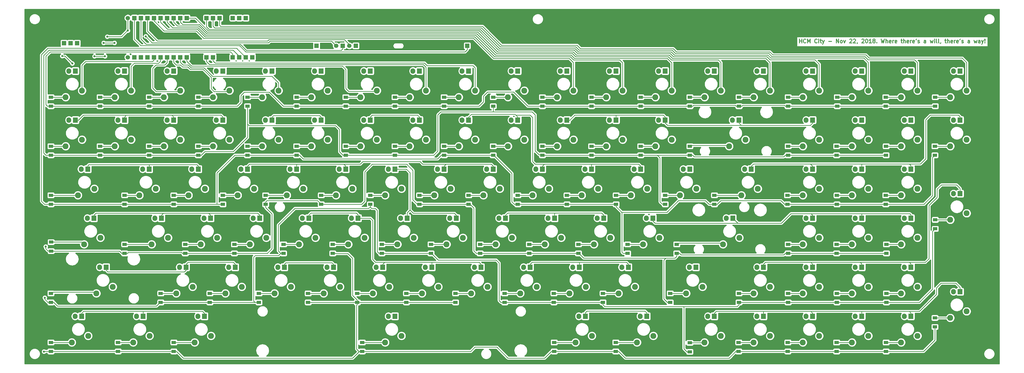
<source format=gbr>
G04 #@! TF.GenerationSoftware,KiCad,Pcbnew,(5.0.0)*
G04 #@! TF.CreationDate,2018-11-22T23:53:18+07:00*
G04 #@! TF.ProjectId,main_board4,6D61696E5F626F617264342E6B696361,1.4*
G04 #@! TF.SameCoordinates,Original*
G04 #@! TF.FileFunction,Copper,L1,Top,Signal*
G04 #@! TF.FilePolarity,Positive*
%FSLAX46Y46*%
G04 Gerber Fmt 4.6, Leading zero omitted, Abs format (unit mm)*
G04 Created by KiCad (PCBNEW (5.0.0)) date 11/22/18 23:53:18*
%MOMM*%
%LPD*%
G01*
G04 APERTURE LIST*
G04 #@! TA.AperFunction,NonConductor*
%ADD10C,0.300000*%
G04 #@! TD*
G04 #@! TA.AperFunction,ComponentPad*
%ADD11C,2.286000*%
G04 #@! TD*
G04 #@! TA.AperFunction,ComponentPad*
%ADD12O,1.900000X2.100000*%
G04 #@! TD*
G04 #@! TA.AperFunction,ComponentPad*
%ADD13R,1.900000X2.100000*%
G04 #@! TD*
G04 #@! TA.AperFunction,ComponentPad*
%ADD14C,1.700000*%
G04 #@! TD*
G04 #@! TA.AperFunction,ComponentPad*
%ADD15R,1.700000X1.700000*%
G04 #@! TD*
G04 #@! TA.AperFunction,SMDPad,CuDef*
%ADD16R,1.700000X1.300000*%
G04 #@! TD*
G04 #@! TA.AperFunction,ViaPad*
%ADD17C,0.800000*%
G04 #@! TD*
G04 #@! TA.AperFunction,Conductor*
%ADD18C,0.250000*%
G04 #@! TD*
G04 #@! TA.AperFunction,NonConductor*
%ADD19C,0.450000*%
G04 #@! TD*
G04 APERTURE END LIST*
D10*
X351471428Y-61278571D02*
X351471428Y-59778571D01*
X351471428Y-60492857D02*
X352328571Y-60492857D01*
X352328571Y-61278571D02*
X352328571Y-59778571D01*
X353900000Y-61135714D02*
X353828571Y-61207142D01*
X353614285Y-61278571D01*
X353471428Y-61278571D01*
X353257142Y-61207142D01*
X353114285Y-61064285D01*
X353042857Y-60921428D01*
X352971428Y-60635714D01*
X352971428Y-60421428D01*
X353042857Y-60135714D01*
X353114285Y-59992857D01*
X353257142Y-59850000D01*
X353471428Y-59778571D01*
X353614285Y-59778571D01*
X353828571Y-59850000D01*
X353900000Y-59921428D01*
X354542857Y-61278571D02*
X354542857Y-59778571D01*
X355042857Y-60850000D01*
X355542857Y-59778571D01*
X355542857Y-61278571D01*
X358257142Y-61135714D02*
X358185714Y-61207142D01*
X357971428Y-61278571D01*
X357828571Y-61278571D01*
X357614285Y-61207142D01*
X357471428Y-61064285D01*
X357400000Y-60921428D01*
X357328571Y-60635714D01*
X357328571Y-60421428D01*
X357400000Y-60135714D01*
X357471428Y-59992857D01*
X357614285Y-59850000D01*
X357828571Y-59778571D01*
X357971428Y-59778571D01*
X358185714Y-59850000D01*
X358257142Y-59921428D01*
X358900000Y-61278571D02*
X358900000Y-60278571D01*
X358900000Y-59778571D02*
X358828571Y-59850000D01*
X358900000Y-59921428D01*
X358971428Y-59850000D01*
X358900000Y-59778571D01*
X358900000Y-59921428D01*
X359400000Y-60278571D02*
X359971428Y-60278571D01*
X359614285Y-59778571D02*
X359614285Y-61064285D01*
X359685714Y-61207142D01*
X359828571Y-61278571D01*
X359971428Y-61278571D01*
X360328571Y-60278571D02*
X360685714Y-61278571D01*
X361042857Y-60278571D02*
X360685714Y-61278571D01*
X360542857Y-61635714D01*
X360471428Y-61707142D01*
X360328571Y-61778571D01*
X362757142Y-60707142D02*
X363900000Y-60707142D01*
X365757142Y-61278571D02*
X365757142Y-59778571D01*
X366614285Y-61278571D01*
X366614285Y-59778571D01*
X367542857Y-61278571D02*
X367400000Y-61207142D01*
X367328571Y-61135714D01*
X367257142Y-60992857D01*
X367257142Y-60564285D01*
X367328571Y-60421428D01*
X367400000Y-60350000D01*
X367542857Y-60278571D01*
X367757142Y-60278571D01*
X367900000Y-60350000D01*
X367971428Y-60421428D01*
X368042857Y-60564285D01*
X368042857Y-60992857D01*
X367971428Y-61135714D01*
X367900000Y-61207142D01*
X367757142Y-61278571D01*
X367542857Y-61278571D01*
X368542857Y-60278571D02*
X368900000Y-61278571D01*
X369257142Y-60278571D01*
X370900000Y-59921428D02*
X370971428Y-59850000D01*
X371114285Y-59778571D01*
X371471428Y-59778571D01*
X371614285Y-59850000D01*
X371685714Y-59921428D01*
X371757142Y-60064285D01*
X371757142Y-60207142D01*
X371685714Y-60421428D01*
X370828571Y-61278571D01*
X371757142Y-61278571D01*
X372328571Y-59921428D02*
X372400000Y-59850000D01*
X372542857Y-59778571D01*
X372900000Y-59778571D01*
X373042857Y-59850000D01*
X373114285Y-59921428D01*
X373185714Y-60064285D01*
X373185714Y-60207142D01*
X373114285Y-60421428D01*
X372257142Y-61278571D01*
X373185714Y-61278571D01*
X373900000Y-61207142D02*
X373900000Y-61278571D01*
X373828571Y-61421428D01*
X373757142Y-61492857D01*
X375614285Y-59921428D02*
X375685714Y-59850000D01*
X375828571Y-59778571D01*
X376185714Y-59778571D01*
X376328571Y-59850000D01*
X376400000Y-59921428D01*
X376471428Y-60064285D01*
X376471428Y-60207142D01*
X376400000Y-60421428D01*
X375542857Y-61278571D01*
X376471428Y-61278571D01*
X377400000Y-59778571D02*
X377542857Y-59778571D01*
X377685714Y-59850000D01*
X377757142Y-59921428D01*
X377828571Y-60064285D01*
X377900000Y-60350000D01*
X377900000Y-60707142D01*
X377828571Y-60992857D01*
X377757142Y-61135714D01*
X377685714Y-61207142D01*
X377542857Y-61278571D01*
X377400000Y-61278571D01*
X377257142Y-61207142D01*
X377185714Y-61135714D01*
X377114285Y-60992857D01*
X377042857Y-60707142D01*
X377042857Y-60350000D01*
X377114285Y-60064285D01*
X377185714Y-59921428D01*
X377257142Y-59850000D01*
X377400000Y-59778571D01*
X379328571Y-61278571D02*
X378471428Y-61278571D01*
X378900000Y-61278571D02*
X378900000Y-59778571D01*
X378757142Y-59992857D01*
X378614285Y-60135714D01*
X378471428Y-60207142D01*
X380185714Y-60421428D02*
X380042857Y-60350000D01*
X379971428Y-60278571D01*
X379900000Y-60135714D01*
X379900000Y-60064285D01*
X379971428Y-59921428D01*
X380042857Y-59850000D01*
X380185714Y-59778571D01*
X380471428Y-59778571D01*
X380614285Y-59850000D01*
X380685714Y-59921428D01*
X380757142Y-60064285D01*
X380757142Y-60135714D01*
X380685714Y-60278571D01*
X380614285Y-60350000D01*
X380471428Y-60421428D01*
X380185714Y-60421428D01*
X380042857Y-60492857D01*
X379971428Y-60564285D01*
X379900000Y-60707142D01*
X379900000Y-60992857D01*
X379971428Y-61135714D01*
X380042857Y-61207142D01*
X380185714Y-61278571D01*
X380471428Y-61278571D01*
X380614285Y-61207142D01*
X380685714Y-61135714D01*
X380757142Y-60992857D01*
X380757142Y-60707142D01*
X380685714Y-60564285D01*
X380614285Y-60492857D01*
X380471428Y-60421428D01*
X381400000Y-61135714D02*
X381471428Y-61207142D01*
X381400000Y-61278571D01*
X381328571Y-61207142D01*
X381400000Y-61135714D01*
X381400000Y-61278571D01*
X383114285Y-59778571D02*
X383471428Y-61278571D01*
X383757142Y-60207142D01*
X384042857Y-61278571D01*
X384400000Y-59778571D01*
X384971428Y-61278571D02*
X384971428Y-59778571D01*
X385614285Y-61278571D02*
X385614285Y-60492857D01*
X385542857Y-60350000D01*
X385400000Y-60278571D01*
X385185714Y-60278571D01*
X385042857Y-60350000D01*
X384971428Y-60421428D01*
X386900000Y-61207142D02*
X386757142Y-61278571D01*
X386471428Y-61278571D01*
X386328571Y-61207142D01*
X386257142Y-61064285D01*
X386257142Y-60492857D01*
X386328571Y-60350000D01*
X386471428Y-60278571D01*
X386757142Y-60278571D01*
X386900000Y-60350000D01*
X386971428Y-60492857D01*
X386971428Y-60635714D01*
X386257142Y-60778571D01*
X387614285Y-61278571D02*
X387614285Y-60278571D01*
X387614285Y-60564285D02*
X387685714Y-60421428D01*
X387757142Y-60350000D01*
X387900000Y-60278571D01*
X388042857Y-60278571D01*
X389114285Y-61207142D02*
X388971428Y-61278571D01*
X388685714Y-61278571D01*
X388542857Y-61207142D01*
X388471428Y-61064285D01*
X388471428Y-60492857D01*
X388542857Y-60350000D01*
X388685714Y-60278571D01*
X388971428Y-60278571D01*
X389114285Y-60350000D01*
X389185714Y-60492857D01*
X389185714Y-60635714D01*
X388471428Y-60778571D01*
X390757142Y-60278571D02*
X391328571Y-60278571D01*
X390971428Y-59778571D02*
X390971428Y-61064285D01*
X391042857Y-61207142D01*
X391185714Y-61278571D01*
X391328571Y-61278571D01*
X391828571Y-61278571D02*
X391828571Y-59778571D01*
X392471428Y-61278571D02*
X392471428Y-60492857D01*
X392400000Y-60350000D01*
X392257142Y-60278571D01*
X392042857Y-60278571D01*
X391900000Y-60350000D01*
X391828571Y-60421428D01*
X393757142Y-61207142D02*
X393614285Y-61278571D01*
X393328571Y-61278571D01*
X393185714Y-61207142D01*
X393114285Y-61064285D01*
X393114285Y-60492857D01*
X393185714Y-60350000D01*
X393328571Y-60278571D01*
X393614285Y-60278571D01*
X393757142Y-60350000D01*
X393828571Y-60492857D01*
X393828571Y-60635714D01*
X393114285Y-60778571D01*
X394471428Y-61278571D02*
X394471428Y-60278571D01*
X394471428Y-60564285D02*
X394542857Y-60421428D01*
X394614285Y-60350000D01*
X394757142Y-60278571D01*
X394900000Y-60278571D01*
X395971428Y-61207142D02*
X395828571Y-61278571D01*
X395542857Y-61278571D01*
X395400000Y-61207142D01*
X395328571Y-61064285D01*
X395328571Y-60492857D01*
X395400000Y-60350000D01*
X395542857Y-60278571D01*
X395828571Y-60278571D01*
X395971428Y-60350000D01*
X396042857Y-60492857D01*
X396042857Y-60635714D01*
X395328571Y-60778571D01*
X396757142Y-59778571D02*
X396614285Y-60064285D01*
X397328571Y-61207142D02*
X397471428Y-61278571D01*
X397757142Y-61278571D01*
X397900000Y-61207142D01*
X397971428Y-61064285D01*
X397971428Y-60992857D01*
X397900000Y-60850000D01*
X397757142Y-60778571D01*
X397542857Y-60778571D01*
X397400000Y-60707142D01*
X397328571Y-60564285D01*
X397328571Y-60492857D01*
X397400000Y-60350000D01*
X397542857Y-60278571D01*
X397757142Y-60278571D01*
X397900000Y-60350000D01*
X400400000Y-61278571D02*
X400400000Y-60492857D01*
X400328571Y-60350000D01*
X400185714Y-60278571D01*
X399900000Y-60278571D01*
X399757142Y-60350000D01*
X400400000Y-61207142D02*
X400257142Y-61278571D01*
X399900000Y-61278571D01*
X399757142Y-61207142D01*
X399685714Y-61064285D01*
X399685714Y-60921428D01*
X399757142Y-60778571D01*
X399900000Y-60707142D01*
X400257142Y-60707142D01*
X400400000Y-60635714D01*
X402114285Y-60278571D02*
X402400000Y-61278571D01*
X402685714Y-60564285D01*
X402971428Y-61278571D01*
X403257142Y-60278571D01*
X403828571Y-61278571D02*
X403828571Y-60278571D01*
X403828571Y-59778571D02*
X403757142Y-59850000D01*
X403828571Y-59921428D01*
X403900000Y-59850000D01*
X403828571Y-59778571D01*
X403828571Y-59921428D01*
X404757142Y-61278571D02*
X404614285Y-61207142D01*
X404542857Y-61064285D01*
X404542857Y-59778571D01*
X405542857Y-61278571D02*
X405400000Y-61207142D01*
X405328571Y-61064285D01*
X405328571Y-59778571D01*
X406185714Y-61207142D02*
X406185714Y-61278571D01*
X406114285Y-61421428D01*
X406042857Y-61492857D01*
X407757142Y-60278571D02*
X408328571Y-60278571D01*
X407971428Y-59778571D02*
X407971428Y-61064285D01*
X408042857Y-61207142D01*
X408185714Y-61278571D01*
X408328571Y-61278571D01*
X408828571Y-61278571D02*
X408828571Y-59778571D01*
X409471428Y-61278571D02*
X409471428Y-60492857D01*
X409400000Y-60350000D01*
X409257142Y-60278571D01*
X409042857Y-60278571D01*
X408900000Y-60350000D01*
X408828571Y-60421428D01*
X410757142Y-61207142D02*
X410614285Y-61278571D01*
X410328571Y-61278571D01*
X410185714Y-61207142D01*
X410114285Y-61064285D01*
X410114285Y-60492857D01*
X410185714Y-60350000D01*
X410328571Y-60278571D01*
X410614285Y-60278571D01*
X410757142Y-60350000D01*
X410828571Y-60492857D01*
X410828571Y-60635714D01*
X410114285Y-60778571D01*
X411471428Y-61278571D02*
X411471428Y-60278571D01*
X411471428Y-60564285D02*
X411542857Y-60421428D01*
X411614285Y-60350000D01*
X411757142Y-60278571D01*
X411900000Y-60278571D01*
X412971428Y-61207142D02*
X412828571Y-61278571D01*
X412542857Y-61278571D01*
X412400000Y-61207142D01*
X412328571Y-61064285D01*
X412328571Y-60492857D01*
X412400000Y-60350000D01*
X412542857Y-60278571D01*
X412828571Y-60278571D01*
X412971428Y-60350000D01*
X413042857Y-60492857D01*
X413042857Y-60635714D01*
X412328571Y-60778571D01*
X413757142Y-59778571D02*
X413614285Y-60064285D01*
X414328571Y-61207142D02*
X414471428Y-61278571D01*
X414757142Y-61278571D01*
X414900000Y-61207142D01*
X414971428Y-61064285D01*
X414971428Y-60992857D01*
X414900000Y-60850000D01*
X414757142Y-60778571D01*
X414542857Y-60778571D01*
X414400000Y-60707142D01*
X414328571Y-60564285D01*
X414328571Y-60492857D01*
X414400000Y-60350000D01*
X414542857Y-60278571D01*
X414757142Y-60278571D01*
X414900000Y-60350000D01*
X417400000Y-61278571D02*
X417400000Y-60492857D01*
X417328571Y-60350000D01*
X417185714Y-60278571D01*
X416900000Y-60278571D01*
X416757142Y-60350000D01*
X417400000Y-61207142D02*
X417257142Y-61278571D01*
X416900000Y-61278571D01*
X416757142Y-61207142D01*
X416685714Y-61064285D01*
X416685714Y-60921428D01*
X416757142Y-60778571D01*
X416900000Y-60707142D01*
X417257142Y-60707142D01*
X417400000Y-60635714D01*
X419114285Y-60278571D02*
X419400000Y-61278571D01*
X419685714Y-60564285D01*
X419971428Y-61278571D01*
X420257142Y-60278571D01*
X421471428Y-61278571D02*
X421471428Y-60492857D01*
X421400000Y-60350000D01*
X421257142Y-60278571D01*
X420971428Y-60278571D01*
X420828571Y-60350000D01*
X421471428Y-61207142D02*
X421328571Y-61278571D01*
X420971428Y-61278571D01*
X420828571Y-61207142D01*
X420757142Y-61064285D01*
X420757142Y-60921428D01*
X420828571Y-60778571D01*
X420971428Y-60707142D01*
X421328571Y-60707142D01*
X421471428Y-60635714D01*
X422042857Y-60278571D02*
X422400000Y-61278571D01*
X422757142Y-60278571D02*
X422400000Y-61278571D01*
X422257142Y-61635714D01*
X422185714Y-61707142D01*
X422042857Y-61778571D01*
X423328571Y-61135714D02*
X423400000Y-61207142D01*
X423328571Y-61278571D01*
X423257142Y-61207142D01*
X423328571Y-61135714D01*
X423328571Y-61278571D01*
X423328571Y-60707142D02*
X423257142Y-59850000D01*
X423328571Y-59778571D01*
X423400000Y-59850000D01*
X423328571Y-60707142D01*
X423328571Y-59778571D01*
D11*
G04 #@! TO.P,V_ENTER,1*
G04 #@! TO.N,Net-(D96-Pad1)*
X409885000Y-168030000D03*
G04 #@! TO.P,V_ENTER,2*
G04 #@! TO.N,Net-(INS1-Pad2)*
X416235000Y-165490000D03*
D12*
G04 #@! TO.P,V_ENTER,3*
G04 #@! TO.N,Net-(R96-Pad2)*
X411155000Y-157870000D03*
D13*
G04 #@! TO.P,V_ENTER,4*
G04 #@! TO.N,/LED_C3*
X413695000Y-157870000D03*
G04 #@! TD*
D11*
G04 #@! TO.P,PLUS,1*
G04 #@! TO.N,Net-(D99-Pad1)*
X409885000Y-129930000D03*
G04 #@! TO.P,PLUS,2*
G04 #@! TO.N,Net-(DEL1-Pad2)*
X416235000Y-127390000D03*
D12*
G04 #@! TO.P,PLUS,3*
G04 #@! TO.N,Net-(PLUS1-Pad3)*
X411155000Y-119770000D03*
D13*
G04 #@! TO.P,PLUS,4*
G04 #@! TO.N,/LED_C3*
X413695000Y-119770000D03*
G04 #@! TD*
D11*
G04 #@! TO.P,ENTER,1*
G04 #@! TO.N,Net-(D76-Pad1)*
X321778750Y-139455000D03*
G04 #@! TO.P,ENTER,2*
G04 #@! TO.N,Net-(BACKSLASH1-Pad2)*
X328128750Y-136915000D03*
D13*
G04 #@! TO.P,ENTER,4*
G04 #@! TO.N,/LED_C2*
X325588750Y-129295000D03*
D12*
G04 #@! TO.P,ENTER,3*
G04 #@! TO.N,Net-(ENTER1-Pad3)*
X323048750Y-129295000D03*
G04 #@! TD*
D11*
G04 #@! TO.P,LSHIFT,1*
G04 #@! TO.N,Net-(D5-Pad1)*
X78891250Y-158505000D03*
G04 #@! TO.P,LSHIFT,2*
G04 #@! TO.N,Net-(CAPLOCK1-Pad2)*
X85241250Y-155965000D03*
D13*
G04 #@! TO.P,LSHIFT,4*
G04 #@! TO.N,/LED_C3*
X82701250Y-148345000D03*
D12*
G04 #@! TO.P,LSHIFT,3*
G04 #@! TO.N,Net-(LSHIFT1-Pad3)*
X80161250Y-148345000D03*
G04 #@! TD*
D11*
G04 #@! TO.P,BACKSPACE,1*
G04 #@! TO.N,Net-(BACKSPACE1-Pad1)*
X324160000Y-101355000D03*
G04 #@! TO.P,BACKSPACE,2*
G04 #@! TO.N,Net-(BACKSLASH1-Pad2)*
X330510000Y-98815000D03*
D13*
G04 #@! TO.P,BACKSPACE,4*
G04 #@! TO.N,/LED_C1*
X327970000Y-91195000D03*
D12*
G04 #@! TO.P,BACKSPACE,3*
G04 #@! TO.N,Net-(BACKSPACE1-Pad3)*
X325430000Y-91195000D03*
G04 #@! TD*
G04 #@! TO.P,SPACE,3*
G04 #@! TO.N,Net-(R24-Pad2)*
X192080000Y-167395000D03*
D13*
G04 #@! TO.P,SPACE,4*
G04 #@! TO.N,/LED_C3*
X194620000Y-167395000D03*
D11*
G04 #@! TO.P,SPACE,2*
G04 #@! TO.N,Net-(Cc1-Pad2)*
X197160000Y-175015000D03*
G04 #@! TO.P,SPACE,1*
G04 #@! TO.N,Net-(D24-Pad1)*
X190810000Y-177555000D03*
G04 #@! TD*
G04 #@! TO.P,FUNC,1*
G04 #@! TO.N,Net-(D66-Pad1)*
X288441250Y-177555000D03*
G04 #@! TO.P,FUNC,2*
G04 #@! TO.N,Net-(EQUAL1-Pad2)*
X294791250Y-175015000D03*
D13*
G04 #@! TO.P,FUNC,4*
G04 #@! TO.N,/LED_C3*
X292251250Y-167395000D03*
D12*
G04 #@! TO.P,FUNC,3*
G04 #@! TO.N,Net-(FUNC1-Pad3)*
X289711250Y-167395000D03*
G04 #@! TD*
D11*
G04 #@! TO.P,MENU,1*
G04 #@! TO.N,Net-(D60-Pad1)*
X264628750Y-177555000D03*
G04 #@! TO.P,MENU,2*
G04 #@! TO.N,Net-(DOT1-Pad2)*
X270978750Y-175015000D03*
D13*
G04 #@! TO.P,MENU,4*
G04 #@! TO.N,/LED_C3*
X268438750Y-167395000D03*
D12*
G04 #@! TO.P,MENU,3*
G04 #@! TO.N,Net-(MENU1-Pad3)*
X265898750Y-167395000D03*
G04 #@! TD*
D11*
G04 #@! TO.P,COMMAND,1*
G04 #@! TO.N,Net-(COMMAND1-Pad1)*
X93178750Y-177555000D03*
G04 #@! TO.P,COMMAND,2*
G04 #@! TO.N,Net-(Aa1-Pad2)*
X99528750Y-175015000D03*
D13*
G04 #@! TO.P,COMMAND,4*
G04 #@! TO.N,/LED_C3*
X96988750Y-167395000D03*
D12*
G04 #@! TO.P,COMMAND,3*
G04 #@! TO.N,Net-(COMMAND1-Pad3)*
X94448750Y-167395000D03*
G04 #@! TD*
D11*
G04 #@! TO.P,LALT,1*
G04 #@! TO.N,Net-(D18-Pad1)*
X116991250Y-177555000D03*
G04 #@! TO.P,LALT,2*
G04 #@! TO.N,Net-(F2-Pad2)*
X123341250Y-175015000D03*
D13*
G04 #@! TO.P,LALT,4*
G04 #@! TO.N,/LED_C3*
X120801250Y-167395000D03*
D12*
G04 #@! TO.P,LALT,3*
G04 #@! TO.N,Net-(LALT1-Pad3)*
X118261250Y-167395000D03*
G04 #@! TD*
D11*
G04 #@! TO.P,LCTRL,1*
G04 #@! TO.N,Net-(D6-Pad1)*
X69366250Y-177555000D03*
G04 #@! TO.P,LCTRL,2*
G04 #@! TO.N,Net-(CAPLOCK1-Pad2)*
X75716250Y-175015000D03*
D13*
G04 #@! TO.P,LCTRL,4*
G04 #@! TO.N,/LED_C3*
X73176250Y-167395000D03*
D12*
G04 #@! TO.P,LCTRL,3*
G04 #@! TO.N,Net-(LCTRL1-Pad3)*
X70636250Y-167395000D03*
G04 #@! TD*
D11*
G04 #@! TO.P,CAPLOCK,1*
G04 #@! TO.N,Net-(CAPLOCK1-Pad1)*
X74128750Y-139455000D03*
G04 #@! TO.P,CAPLOCK,2*
G04 #@! TO.N,Net-(CAPLOCK1-Pad2)*
X80478750Y-136915000D03*
D13*
G04 #@! TO.P,CAPLOCK,4*
G04 #@! TO.N,/LED_C2*
X77938750Y-129295000D03*
D12*
G04 #@! TO.P,CAPLOCK,3*
G04 #@! TO.N,Net-(CAPLOCK1-Pad3)*
X75398750Y-129295000D03*
G04 #@! TD*
D11*
G04 #@! TO.P,RSHIFT,1*
G04 #@! TO.N,Net-(D70-Pad1)*
X307491250Y-158505000D03*
G04 #@! TO.P,RSHIFT,2*
G04 #@! TO.N,Net-(DOWN1-Pad2)*
X313841250Y-155965000D03*
D13*
G04 #@! TO.P,RSHIFT,4*
G04 #@! TO.N,/LED_C2*
X311301250Y-148345000D03*
D12*
G04 #@! TO.P,RSHIFT,3*
G04 #@! TO.N,Net-(R70-Pad2)*
X308761250Y-148345000D03*
G04 #@! TD*
D11*
G04 #@! TO.P,BACKSLASH,1*
G04 #@! TO.N,Net-(BACKSLASH1-Pad1)*
X328922500Y-120405000D03*
G04 #@! TO.P,BACKSLASH,2*
G04 #@! TO.N,Net-(BACKSLASH1-Pad2)*
X335272500Y-117865000D03*
D13*
G04 #@! TO.P,BACKSLASH,4*
G04 #@! TO.N,/LED_C2*
X332732500Y-110245000D03*
D12*
G04 #@! TO.P,BACKSLASH,3*
G04 #@! TO.N,Net-(BACKSLASH1-Pad3)*
X330192500Y-110245000D03*
G04 #@! TD*
D11*
G04 #@! TO.P,TAB,1*
G04 #@! TO.N,Net-(D3-Pad1)*
X71747500Y-120405000D03*
G04 #@! TO.P,TAB,2*
G04 #@! TO.N,Net-(CAPLOCK1-Pad2)*
X78097500Y-117865000D03*
D13*
G04 #@! TO.P,TAB,4*
G04 #@! TO.N,/LED_C2*
X75557500Y-110245000D03*
D12*
G04 #@! TO.P,TAB,3*
G04 #@! TO.N,Net-(R3-Pad2)*
X73017500Y-110245000D03*
G04 #@! TD*
D11*
G04 #@! TO.P,Aa,1*
G04 #@! TO.N,Net-(Aa1-Pad1)*
X100322500Y-139455000D03*
G04 #@! TO.P,Aa,2*
G04 #@! TO.N,Net-(Aa1-Pad2)*
X106672500Y-136915000D03*
D13*
G04 #@! TO.P,Aa,4*
G04 #@! TO.N,/LED_C2*
X104132500Y-129295000D03*
D12*
G04 #@! TO.P,Aa,3*
G04 #@! TO.N,Net-(Aa1-Pad3)*
X101592500Y-129295000D03*
G04 #@! TD*
D11*
G04 #@! TO.P,Bb,1*
G04 #@! TO.N,Net-(Bb1-Pad1)*
X186047500Y-158505000D03*
G04 #@! TO.P,Bb,2*
G04 #@! TO.N,Net-(Bb1-Pad2)*
X192397500Y-155965000D03*
D13*
G04 #@! TO.P,Bb,4*
G04 #@! TO.N,/LED_C3*
X189857500Y-148345000D03*
D12*
G04 #@! TO.P,Bb,3*
G04 #@! TO.N,Net-(Bb1-Pad3)*
X187317500Y-148345000D03*
G04 #@! TD*
D11*
G04 #@! TO.P,Cc,1*
G04 #@! TO.N,Net-(Cc1-Pad1)*
X147947500Y-158505000D03*
G04 #@! TO.P,Cc,2*
G04 #@! TO.N,Net-(Cc1-Pad2)*
X154297500Y-155965000D03*
D13*
G04 #@! TO.P,Cc,4*
G04 #@! TO.N,/LED_C3*
X151757500Y-148345000D03*
D12*
G04 #@! TO.P,Cc,3*
G04 #@! TO.N,Net-(Cc1-Pad3)*
X149217500Y-148345000D03*
G04 #@! TD*
D11*
G04 #@! TO.P,COMMA,1*
G04 #@! TO.N,Net-(COMMA1-Pad1)*
X243197500Y-158505000D03*
G04 #@! TO.P,COMMA,2*
G04 #@! TO.N,Net-(COMMA1-Pad2)*
X249547500Y-155965000D03*
D13*
G04 #@! TO.P,COMMA,4*
G04 #@! TO.N,/LED_C3*
X247007500Y-148345000D03*
D12*
G04 #@! TO.P,COMMA,3*
G04 #@! TO.N,Net-(COMMA1-Pad3)*
X244467500Y-148345000D03*
G04 #@! TD*
D11*
G04 #@! TO.P,Dd,1*
G04 #@! TO.N,Net-(D22-Pad1)*
X138422500Y-139455000D03*
G04 #@! TO.P,Dd,2*
G04 #@! TO.N,Net-(Cc1-Pad2)*
X144772500Y-136915000D03*
D13*
G04 #@! TO.P,Dd,4*
G04 #@! TO.N,/LED_C2*
X142232500Y-129295000D03*
D12*
G04 #@! TO.P,Dd,3*
G04 #@! TO.N,Net-(Dd1-Pad3)*
X139692500Y-129295000D03*
G04 #@! TD*
D11*
G04 #@! TO.P,DOT,1*
G04 #@! TO.N,Net-(D59-Pad1)*
X262247500Y-158505000D03*
G04 #@! TO.P,DOT,2*
G04 #@! TO.N,Net-(DOT1-Pad2)*
X268597500Y-155965000D03*
D13*
G04 #@! TO.P,DOT,4*
G04 #@! TO.N,/LED_C3*
X266057500Y-148345000D03*
D12*
G04 #@! TO.P,DOT,3*
G04 #@! TO.N,Net-(DOT1-Pad3)*
X263517500Y-148345000D03*
G04 #@! TD*
D11*
G04 #@! TO.P,Ee,1*
G04 #@! TO.N,Net-(D21-Pad1)*
X133660000Y-120405000D03*
G04 #@! TO.P,Ee,2*
G04 #@! TO.N,Net-(Cc1-Pad2)*
X140010000Y-117865000D03*
D13*
G04 #@! TO.P,Ee,4*
G04 #@! TO.N,/LED_C2*
X137470000Y-110245000D03*
D12*
G04 #@! TO.P,Ee,3*
G04 #@! TO.N,Net-(Ee1-Pad3)*
X134930000Y-110245000D03*
G04 #@! TD*
D11*
G04 #@! TO.P,EIGHT8,1*
G04 #@! TO.N,Net-(D39-Pad1)*
X219385000Y-101355000D03*
G04 #@! TO.P,EIGHT8,2*
G04 #@! TO.N,Net-(Bb1-Pad2)*
X225735000Y-98815000D03*
D13*
G04 #@! TO.P,EIGHT8,4*
G04 #@! TO.N,/LED_C2*
X223195000Y-91195000D03*
D12*
G04 #@! TO.P,EIGHT8,3*
G04 #@! TO.N,Net-(EIGHT8-Pad3)*
X220655000Y-91195000D03*
G04 #@! TD*
D11*
G04 #@! TO.P,EQUAL,1*
G04 #@! TO.N,Net-(D62-Pad1)*
X295585000Y-101355000D03*
G04 #@! TO.P,EQUAL,2*
G04 #@! TO.N,Net-(EQUAL1-Pad2)*
X301935000Y-98815000D03*
D13*
G04 #@! TO.P,EQUAL,4*
G04 #@! TO.N,/LED_C1*
X299395000Y-91195000D03*
D12*
G04 #@! TO.P,EQUAL,3*
G04 #@! TO.N,Net-(EQUAL1-Pad3)*
X296855000Y-91195000D03*
G04 #@! TD*
D11*
G04 #@! TO.P,ESC,1*
G04 #@! TO.N,Net-(D1-Pad1)*
X66985000Y-82305000D03*
G04 #@! TO.P,ESC,2*
G04 #@! TO.N,Net-(CAPLOCK1-Pad2)*
X73335000Y-79765000D03*
D13*
G04 #@! TO.P,ESC,4*
G04 #@! TO.N,/LED_C1*
X70795000Y-72145000D03*
D12*
G04 #@! TO.P,ESC,3*
G04 #@! TO.N,Net-(ESC1-Pad3)*
X68255000Y-72145000D03*
G04 #@! TD*
D11*
G04 #@! TO.P,F1,1*
G04 #@! TO.N,Net-(D7-Pad1)*
X86035000Y-82305000D03*
G04 #@! TO.P,F1,2*
G04 #@! TO.N,Net-(Aa1-Pad2)*
X92385000Y-79765000D03*
D13*
G04 #@! TO.P,F1,4*
G04 #@! TO.N,/LED_C1*
X89845000Y-72145000D03*
D12*
G04 #@! TO.P,F1,3*
G04 #@! TO.N,Net-(F1-Pad3)*
X87305000Y-72145000D03*
G04 #@! TD*
D11*
G04 #@! TO.P,F2,1*
G04 #@! TO.N,Net-(D13-Pad1)*
X105085000Y-82305000D03*
G04 #@! TO.P,F2,2*
G04 #@! TO.N,Net-(F2-Pad2)*
X111435000Y-79765000D03*
D13*
G04 #@! TO.P,F2,4*
G04 #@! TO.N,/LED_C1*
X108895000Y-72145000D03*
D12*
G04 #@! TO.P,F2,3*
G04 #@! TO.N,Net-(F2-Pad3)*
X106355000Y-72145000D03*
G04 #@! TD*
D11*
G04 #@! TO.P,F3,1*
G04 #@! TO.N,Net-(D19-Pad1)*
X124135000Y-82305000D03*
G04 #@! TO.P,F3,2*
G04 #@! TO.N,Net-(Cc1-Pad2)*
X130485000Y-79765000D03*
D13*
G04 #@! TO.P,F3,4*
G04 #@! TO.N,/LED_C1*
X127945000Y-72145000D03*
D12*
G04 #@! TO.P,F3,3*
G04 #@! TO.N,Net-(F3-Pad3)*
X125405000Y-72145000D03*
G04 #@! TD*
D11*
G04 #@! TO.P,F4,1*
G04 #@! TO.N,Net-(D26-Pad1)*
X143185000Y-82305000D03*
G04 #@! TO.P,F4,2*
G04 #@! TO.N,Net-(F4-Pad2)*
X149535000Y-79765000D03*
D13*
G04 #@! TO.P,F4,4*
G04 #@! TO.N,/LED_C1*
X146995000Y-72145000D03*
D12*
G04 #@! TO.P,F4,3*
G04 #@! TO.N,Net-(F4-Pad3)*
X144455000Y-72145000D03*
G04 #@! TD*
D11*
G04 #@! TO.P,F5,1*
G04 #@! TO.N,Net-(D25-Pad1)*
X162235000Y-82305000D03*
G04 #@! TO.P,F5,2*
G04 #@! TO.N,Net-(F4-Pad2)*
X168585000Y-79765000D03*
D13*
G04 #@! TO.P,F5,4*
G04 #@! TO.N,/LED_C1*
X166045000Y-72145000D03*
D12*
G04 #@! TO.P,F5,3*
G04 #@! TO.N,Net-(F5-Pad3)*
X163505000Y-72145000D03*
G04 #@! TD*
D11*
G04 #@! TO.P,F6,1*
G04 #@! TO.N,Net-(D31-Pad1)*
X181285000Y-82305000D03*
G04 #@! TO.P,F6,2*
G04 #@! TO.N,Net-(F6-Pad2)*
X187635000Y-79765000D03*
D13*
G04 #@! TO.P,F6,4*
G04 #@! TO.N,/LED_C1*
X185095000Y-72145000D03*
D12*
G04 #@! TO.P,F6,3*
G04 #@! TO.N,Net-(F6-Pad3)*
X182555000Y-72145000D03*
G04 #@! TD*
D11*
G04 #@! TO.P,F7,1*
G04 #@! TO.N,Net-(D37-Pad1)*
X200335000Y-82305000D03*
G04 #@! TO.P,F7,2*
G04 #@! TO.N,Net-(Bb1-Pad2)*
X206685000Y-79765000D03*
D13*
G04 #@! TO.P,F7,4*
G04 #@! TO.N,/LED_C1*
X204145000Y-72145000D03*
D12*
G04 #@! TO.P,F7,3*
G04 #@! TO.N,Net-(F7-Pad3)*
X201605000Y-72145000D03*
G04 #@! TD*
D11*
G04 #@! TO.P,F8,1*
G04 #@! TO.N,Net-(D43-Pad1)*
X219385000Y-82305000D03*
G04 #@! TO.P,F8,2*
G04 #@! TO.N,Net-(F8-Pad2)*
X225735000Y-79765000D03*
D13*
G04 #@! TO.P,F8,4*
G04 #@! TO.N,/LED_C1*
X223195000Y-72145000D03*
D12*
G04 #@! TO.P,F8,3*
G04 #@! TO.N,Net-(F8-Pad3)*
X220655000Y-72145000D03*
G04 #@! TD*
D11*
G04 #@! TO.P,F9,1*
G04 #@! TO.N,Net-(D44-Pad1)*
X238435000Y-82305000D03*
G04 #@! TO.P,F9,2*
G04 #@! TO.N,Net-(F8-Pad2)*
X244785000Y-79765000D03*
D13*
G04 #@! TO.P,F9,4*
G04 #@! TO.N,/LED_C1*
X242245000Y-72145000D03*
D12*
G04 #@! TO.P,F9,3*
G04 #@! TO.N,Net-(F9-Pad3)*
X239705000Y-72145000D03*
G04 #@! TD*
D11*
G04 #@! TO.P,F10,1*
G04 #@! TO.N,Net-(D49-Pad1)*
X257485000Y-82305000D03*
G04 #@! TO.P,F10,2*
G04 #@! TO.N,Net-(COMMA1-Pad2)*
X263835000Y-79765000D03*
D13*
G04 #@! TO.P,F10,4*
G04 #@! TO.N,/LED_C1*
X261295000Y-72145000D03*
D12*
G04 #@! TO.P,F10,3*
G04 #@! TO.N,Net-(F10-Pad3)*
X258755000Y-72145000D03*
G04 #@! TD*
D11*
G04 #@! TO.P,F11,1*
G04 #@! TO.N,Net-(D55-Pad1)*
X276535000Y-82305000D03*
G04 #@! TO.P,F11,2*
G04 #@! TO.N,Net-(DOT1-Pad2)*
X282885000Y-79765000D03*
D13*
G04 #@! TO.P,F11,4*
G04 #@! TO.N,/LED_C1*
X280345000Y-72145000D03*
D12*
G04 #@! TO.P,F11,3*
G04 #@! TO.N,Net-(F11-Pad3)*
X277805000Y-72145000D03*
G04 #@! TD*
D11*
G04 #@! TO.P,F12,1*
G04 #@! TO.N,Net-(D61-Pad1)*
X295585000Y-82305000D03*
G04 #@! TO.P,F12,2*
G04 #@! TO.N,Net-(EQUAL1-Pad2)*
X301935000Y-79765000D03*
D13*
G04 #@! TO.P,F12,4*
G04 #@! TO.N,/LED_C1*
X299395000Y-72145000D03*
D12*
G04 #@! TO.P,F12,3*
G04 #@! TO.N,Net-(F12-Pad3)*
X296855000Y-72145000D03*
G04 #@! TD*
D11*
G04 #@! TO.P,Ff,1*
G04 #@! TO.N,Net-(D29-Pad1)*
X157472500Y-139455000D03*
G04 #@! TO.P,Ff,2*
G04 #@! TO.N,Net-(F4-Pad2)*
X163822500Y-136915000D03*
D13*
G04 #@! TO.P,Ff,4*
G04 #@! TO.N,/LED_C3*
X161282500Y-129295000D03*
D12*
G04 #@! TO.P,Ff,3*
G04 #@! TO.N,Net-(Ff1-Pad3)*
X158742500Y-129295000D03*
G04 #@! TD*
D11*
G04 #@! TO.P,FIVE5,1*
G04 #@! TO.N,Net-(D33-Pad1)*
X162235000Y-101355000D03*
G04 #@! TO.P,FIVE5,2*
G04 #@! TO.N,Net-(F6-Pad2)*
X168585000Y-98815000D03*
D13*
G04 #@! TO.P,FIVE5,4*
G04 #@! TO.N,/LED_C2*
X166045000Y-91195000D03*
D12*
G04 #@! TO.P,FIVE5,3*
G04 #@! TO.N,Net-(FIVE5-Pad3)*
X163505000Y-91195000D03*
G04 #@! TD*
D11*
G04 #@! TO.P,FOUR4,1*
G04 #@! TO.N,Net-(D27-Pad1)*
X143185000Y-101355000D03*
G04 #@! TO.P,FOUR4,2*
G04 #@! TO.N,Net-(F4-Pad2)*
X149535000Y-98815000D03*
D13*
G04 #@! TO.P,FOUR4,4*
G04 #@! TO.N,/LED_C2*
X146995000Y-91195000D03*
D12*
G04 #@! TO.P,FOUR4,3*
G04 #@! TO.N,Net-(FOUR4-Pad3)*
X144455000Y-91195000D03*
G04 #@! TD*
D11*
G04 #@! TO.P,Gg,1*
G04 #@! TO.N,Net-(D36-Pad1)*
X176522500Y-139455000D03*
G04 #@! TO.P,Gg,2*
G04 #@! TO.N,Net-(F6-Pad2)*
X182872500Y-136915000D03*
D13*
G04 #@! TO.P,Gg,4*
G04 #@! TO.N,/LED_C3*
X180332500Y-129295000D03*
D12*
G04 #@! TO.P,Gg,3*
G04 #@! TO.N,Net-(Gg1-Pad3)*
X177792500Y-129295000D03*
G04 #@! TD*
D11*
G04 #@! TO.P,GRAVE,1*
G04 #@! TO.N,Net-(D2-Pad1)*
X66985000Y-101355000D03*
G04 #@! TO.P,GRAVE,2*
G04 #@! TO.N,Net-(CAPLOCK1-Pad2)*
X73335000Y-98815000D03*
D13*
G04 #@! TO.P,GRAVE,4*
G04 #@! TO.N,/LED_C1*
X70795000Y-91195000D03*
D12*
G04 #@! TO.P,GRAVE,3*
G04 #@! TO.N,Net-(GRAVE1-Pad3)*
X68255000Y-91195000D03*
G04 #@! TD*
D11*
G04 #@! TO.P,Hh,1*
G04 #@! TO.N,Net-(D41-Pad1)*
X195572500Y-139455000D03*
G04 #@! TO.P,Hh,2*
G04 #@! TO.N,Net-(Bb1-Pad2)*
X201922500Y-136915000D03*
D13*
G04 #@! TO.P,Hh,4*
G04 #@! TO.N,/LED_C3*
X199382500Y-129295000D03*
D12*
G04 #@! TO.P,Hh,3*
G04 #@! TO.N,Net-(Hh1-Pad3)*
X196842500Y-129295000D03*
G04 #@! TD*
D11*
G04 #@! TO.P,Ii,1*
G04 #@! TO.N,Net-(D46-Pad1)*
X228910000Y-120405000D03*
G04 #@! TO.P,Ii,2*
G04 #@! TO.N,Net-(F8-Pad2)*
X235260000Y-117865000D03*
D13*
G04 #@! TO.P,Ii,4*
G04 #@! TO.N,/LED_C2*
X232720000Y-110245000D03*
D12*
G04 #@! TO.P,Ii,3*
G04 #@! TO.N,Net-(Ii1-Pad3)*
X230180000Y-110245000D03*
G04 #@! TD*
D11*
G04 #@! TO.P,Jj,1*
G04 #@! TO.N,Net-(D47-Pad1)*
X214622500Y-139455000D03*
G04 #@! TO.P,Jj,2*
G04 #@! TO.N,Net-(F8-Pad2)*
X220972500Y-136915000D03*
D13*
G04 #@! TO.P,Jj,4*
G04 #@! TO.N,/LED_C3*
X218432500Y-129295000D03*
D12*
G04 #@! TO.P,Jj,3*
G04 #@! TO.N,Net-(Jj1-Pad3)*
X215892500Y-129295000D03*
G04 #@! TD*
D11*
G04 #@! TO.P,Kk,1*
G04 #@! TO.N,Net-(D52-Pad1)*
X233672500Y-139455000D03*
G04 #@! TO.P,Kk,2*
G04 #@! TO.N,Net-(COMMA1-Pad2)*
X240022500Y-136915000D03*
D13*
G04 #@! TO.P,Kk,4*
G04 #@! TO.N,/LED_C2*
X237482500Y-129295000D03*
D12*
G04 #@! TO.P,Kk,3*
G04 #@! TO.N,Net-(Kk1-Pad3)*
X234942500Y-129295000D03*
G04 #@! TD*
D11*
G04 #@! TO.P,OBRAKET,1*
G04 #@! TO.N,Net-(D63-Pad1)*
X286060000Y-120405000D03*
G04 #@! TO.P,OBRAKET,2*
G04 #@! TO.N,Net-(EQUAL1-Pad2)*
X292410000Y-117865000D03*
D13*
G04 #@! TO.P,OBRAKET,4*
G04 #@! TO.N,/LED_C2*
X289870000Y-110245000D03*
D12*
G04 #@! TO.P,OBRAKET,3*
G04 #@! TO.N,Net-(LBRAKET1-Pad3)*
X287330000Y-110245000D03*
G04 #@! TD*
D11*
G04 #@! TO.P,Ll,1*
G04 #@! TO.N,Net-(D58-Pad1)*
X252722500Y-139455000D03*
G04 #@! TO.P,Ll,2*
G04 #@! TO.N,Net-(DOT1-Pad2)*
X259072500Y-136915000D03*
D13*
G04 #@! TO.P,Ll,4*
G04 #@! TO.N,/LED_C2*
X256532500Y-129295000D03*
D12*
G04 #@! TO.P,Ll,3*
G04 #@! TO.N,Net-(Ll1-Pad3)*
X253992500Y-129295000D03*
G04 #@! TD*
D11*
G04 #@! TO.P,DASH,1*
G04 #@! TO.N,Net-(D56-Pad1)*
X276535000Y-101355000D03*
G04 #@! TO.P,DASH,2*
G04 #@! TO.N,Net-(DOT1-Pad2)*
X282885000Y-98815000D03*
D13*
G04 #@! TO.P,DASH,4*
G04 #@! TO.N,/LED_C1*
X280345000Y-91195000D03*
D12*
G04 #@! TO.P,DASH,3*
G04 #@! TO.N,Net-(MINUS1-Pad3)*
X277805000Y-91195000D03*
G04 #@! TD*
D11*
G04 #@! TO.P,Mm,1*
G04 #@! TO.N,Net-(D54-Pad1)*
X224147500Y-158505000D03*
G04 #@! TO.P,Mm,2*
G04 #@! TO.N,Net-(COMMA1-Pad2)*
X230497500Y-155965000D03*
D13*
G04 #@! TO.P,Mm,4*
G04 #@! TO.N,/LED_C3*
X227957500Y-148345000D03*
D12*
G04 #@! TO.P,Mm,3*
G04 #@! TO.N,Net-(Mm1-Pad3)*
X225417500Y-148345000D03*
G04 #@! TD*
D11*
G04 #@! TO.P,NINE9,1*
G04 #@! TO.N,Net-(D45-Pad1)*
X238435000Y-101355000D03*
G04 #@! TO.P,NINE9,2*
G04 #@! TO.N,Net-(F8-Pad2)*
X244785000Y-98815000D03*
D13*
G04 #@! TO.P,NINE9,4*
G04 #@! TO.N,/LED_C2*
X242245000Y-91195000D03*
D12*
G04 #@! TO.P,NINE9,3*
G04 #@! TO.N,Net-(NINE9-Pad3)*
X239705000Y-91195000D03*
G04 #@! TD*
D11*
G04 #@! TO.P,Nn,1*
G04 #@! TO.N,Net-(D48-Pad1)*
X205097500Y-158505000D03*
G04 #@! TO.P,Nn,2*
G04 #@! TO.N,Net-(F8-Pad2)*
X211447500Y-155965000D03*
D13*
G04 #@! TO.P,Nn,4*
G04 #@! TO.N,/LED_C3*
X208907500Y-148345000D03*
D12*
G04 #@! TO.P,Nn,3*
G04 #@! TO.N,Net-(Nn1-Pad3)*
X206367500Y-148345000D03*
G04 #@! TD*
D11*
G04 #@! TO.P,ONE1,1*
G04 #@! TO.N,Net-(D8-Pad1)*
X86035000Y-101355000D03*
G04 #@! TO.P,ONE1,2*
G04 #@! TO.N,Net-(Aa1-Pad2)*
X92385000Y-98815000D03*
D13*
G04 #@! TO.P,ONE1,4*
G04 #@! TO.N,/LED_C1*
X89845000Y-91195000D03*
D12*
G04 #@! TO.P,ONE1,3*
G04 #@! TO.N,Net-(ONE1-Pad3)*
X87305000Y-91195000D03*
G04 #@! TD*
D11*
G04 #@! TO.P,Oo,1*
G04 #@! TO.N,Net-(D51-Pad1)*
X247960000Y-120405000D03*
G04 #@! TO.P,Oo,2*
G04 #@! TO.N,Net-(COMMA1-Pad2)*
X254310000Y-117865000D03*
D13*
G04 #@! TO.P,Oo,4*
G04 #@! TO.N,/LED_C2*
X251770000Y-110245000D03*
D12*
G04 #@! TO.P,Oo,3*
G04 #@! TO.N,Net-(Oo1-Pad3)*
X249230000Y-110245000D03*
G04 #@! TD*
D11*
G04 #@! TO.P,Pp,1*
G04 #@! TO.N,Net-(D57-Pad1)*
X267010000Y-120405000D03*
G04 #@! TO.P,Pp,2*
G04 #@! TO.N,Net-(DOT1-Pad2)*
X273360000Y-117865000D03*
D13*
G04 #@! TO.P,Pp,4*
G04 #@! TO.N,/LED_C2*
X270820000Y-110245000D03*
D12*
G04 #@! TO.P,Pp,3*
G04 #@! TO.N,Net-(Pp1-Pad3)*
X268280000Y-110245000D03*
G04 #@! TD*
D11*
G04 #@! TO.P,Qq,1*
G04 #@! TO.N,Net-(D9-Pad1)*
X95560000Y-120405000D03*
G04 #@! TO.P,Qq,2*
G04 #@! TO.N,Net-(Aa1-Pad2)*
X101910000Y-117865000D03*
D13*
G04 #@! TO.P,Qq,4*
G04 #@! TO.N,/LED_C2*
X99370000Y-110245000D03*
D12*
G04 #@! TO.P,Qq,3*
G04 #@! TO.N,Net-(Qq1-Pad3)*
X96830000Y-110245000D03*
G04 #@! TD*
D11*
G04 #@! TO.P,QUOTE,1*
G04 #@! TO.N,Net-(D69-Pad1)*
X290822500Y-139455000D03*
G04 #@! TO.P,QUOTE,2*
G04 #@! TO.N,Net-(DOWN1-Pad2)*
X297172500Y-136915000D03*
D13*
G04 #@! TO.P,QUOTE,4*
G04 #@! TO.N,/LED_C2*
X294632500Y-129295000D03*
D12*
G04 #@! TO.P,QUOTE,3*
G04 #@! TO.N,Net-(QUOTE1-Pad3)*
X292092500Y-129295000D03*
G04 #@! TD*
D11*
G04 #@! TO.P,CBRAKET,1*
G04 #@! TO.N,Net-(D68-Pad1)*
X305110000Y-120405000D03*
G04 #@! TO.P,CBRAKET,2*
G04 #@! TO.N,Net-(DOWN1-Pad2)*
X311460000Y-117865000D03*
D13*
G04 #@! TO.P,CBRAKET,4*
G04 #@! TO.N,/LED_C1*
X308920000Y-110245000D03*
D12*
G04 #@! TO.P,CBRAKET,3*
G04 #@! TO.N,Net-(R68-Pad2)*
X306380000Y-110245000D03*
G04 #@! TD*
D11*
G04 #@! TO.P,Rr,1*
G04 #@! TO.N,Net-(D28-Pad1)*
X152710000Y-120405000D03*
G04 #@! TO.P,Rr,2*
G04 #@! TO.N,Net-(F4-Pad2)*
X159060000Y-117865000D03*
D13*
G04 #@! TO.P,Rr,4*
G04 #@! TO.N,/LED_C2*
X156520000Y-110245000D03*
D12*
G04 #@! TO.P,Rr,3*
G04 #@! TO.N,Net-(R28-Pad2)*
X153980000Y-110245000D03*
G04 #@! TD*
D11*
G04 #@! TO.P,SEMICOLON,1*
G04 #@! TO.N,Net-(D64-Pad1)*
X271772500Y-139455000D03*
G04 #@! TO.P,SEMICOLON,2*
G04 #@! TO.N,Net-(EQUAL1-Pad2)*
X278122500Y-136915000D03*
D13*
G04 #@! TO.P,SEMICOLON,4*
G04 #@! TO.N,/LED_C2*
X275582500Y-129295000D03*
D12*
G04 #@! TO.P,SEMICOLON,3*
G04 #@! TO.N,Net-(R64-Pad2)*
X273042500Y-129295000D03*
G04 #@! TD*
D11*
G04 #@! TO.P,SEVEN7,1*
G04 #@! TO.N,Net-(D38-Pad1)*
X200335000Y-101355000D03*
G04 #@! TO.P,SEVEN7,2*
G04 #@! TO.N,Net-(Bb1-Pad2)*
X206685000Y-98815000D03*
D13*
G04 #@! TO.P,SEVEN7,4*
G04 #@! TO.N,/LED_C1*
X204145000Y-91195000D03*
D12*
G04 #@! TO.P,SEVEN7,3*
G04 #@! TO.N,Net-(R38-Pad2)*
X201605000Y-91195000D03*
G04 #@! TD*
D11*
G04 #@! TO.P,SIX6,1*
G04 #@! TO.N,Net-(D32-Pad1)*
X181285000Y-101355000D03*
G04 #@! TO.P,SIX6,2*
G04 #@! TO.N,Net-(F6-Pad2)*
X187635000Y-98815000D03*
D13*
G04 #@! TO.P,SIX6,4*
G04 #@! TO.N,/LED_C1*
X185095000Y-91195000D03*
D12*
G04 #@! TO.P,SIX6,3*
G04 #@! TO.N,Net-(R32-Pad2)*
X182555000Y-91195000D03*
G04 #@! TD*
D11*
G04 #@! TO.P,SLASH,1*
G04 #@! TO.N,Net-(D65-Pad1)*
X281297500Y-158505000D03*
G04 #@! TO.P,SLASH,2*
G04 #@! TO.N,Net-(EQUAL1-Pad2)*
X287647500Y-155965000D03*
D13*
G04 #@! TO.P,SLASH,4*
G04 #@! TO.N,/LED_C3*
X285107500Y-148345000D03*
D12*
G04 #@! TO.P,SLASH,3*
G04 #@! TO.N,Net-(R65-Pad2)*
X282567500Y-148345000D03*
G04 #@! TD*
D11*
G04 #@! TO.P,Ss,1*
G04 #@! TO.N,Net-(D16-Pad1)*
X119372500Y-139455000D03*
G04 #@! TO.P,Ss,2*
G04 #@! TO.N,Net-(F2-Pad2)*
X125722500Y-136915000D03*
D13*
G04 #@! TO.P,Ss,4*
G04 #@! TO.N,/LED_C2*
X123182500Y-129295000D03*
D12*
G04 #@! TO.P,Ss,3*
G04 #@! TO.N,Net-(R16-Pad2)*
X120642500Y-129295000D03*
G04 #@! TD*
D11*
G04 #@! TO.P,THREE3,1*
G04 #@! TO.N,Net-(D20-Pad1)*
X124135000Y-101355000D03*
G04 #@! TO.P,THREE3,2*
G04 #@! TO.N,Net-(Cc1-Pad2)*
X130485000Y-98815000D03*
D13*
G04 #@! TO.P,THREE3,4*
G04 #@! TO.N,/LED_C1*
X127945000Y-91195000D03*
D12*
G04 #@! TO.P,THREE3,3*
G04 #@! TO.N,Net-(R20-Pad2)*
X125405000Y-91195000D03*
G04 #@! TD*
D11*
G04 #@! TO.P,Tt,1*
G04 #@! TO.N,Net-(D34-Pad1)*
X171760000Y-120405000D03*
G04 #@! TO.P,Tt,2*
G04 #@! TO.N,Net-(F6-Pad2)*
X178110000Y-117865000D03*
D13*
G04 #@! TO.P,Tt,4*
G04 #@! TO.N,/LED_C2*
X175570000Y-110245000D03*
D12*
G04 #@! TO.P,Tt,3*
G04 #@! TO.N,Net-(R34-Pad2)*
X173030000Y-110245000D03*
G04 #@! TD*
D11*
G04 #@! TO.P,TWO2,1*
G04 #@! TO.N,Net-(D14-Pad1)*
X105085000Y-101355000D03*
G04 #@! TO.P,TWO2,2*
G04 #@! TO.N,Net-(F2-Pad2)*
X111435000Y-98815000D03*
D13*
G04 #@! TO.P,TWO2,4*
G04 #@! TO.N,/LED_C1*
X108895000Y-91195000D03*
D12*
G04 #@! TO.P,TWO2,3*
G04 #@! TO.N,Net-(R14-Pad2)*
X106355000Y-91195000D03*
G04 #@! TD*
D11*
G04 #@! TO.P,Uu,1*
G04 #@! TO.N,Net-(D40-Pad1)*
X209860000Y-120405000D03*
G04 #@! TO.P,Uu,2*
G04 #@! TO.N,Net-(Bb1-Pad2)*
X216210000Y-117865000D03*
D13*
G04 #@! TO.P,Uu,4*
G04 #@! TO.N,/LED_C2*
X213670000Y-110245000D03*
D12*
G04 #@! TO.P,Uu,3*
G04 #@! TO.N,Net-(R40-Pad2)*
X211130000Y-110245000D03*
G04 #@! TD*
D11*
G04 #@! TO.P,Vv,1*
G04 #@! TO.N,Net-(D30-Pad1)*
X166997500Y-158505000D03*
G04 #@! TO.P,Vv,2*
G04 #@! TO.N,Net-(F4-Pad2)*
X173347500Y-155965000D03*
D13*
G04 #@! TO.P,Vv,4*
G04 #@! TO.N,/LED_C3*
X170807500Y-148345000D03*
D12*
G04 #@! TO.P,Vv,3*
G04 #@! TO.N,Net-(R30-Pad2)*
X168267500Y-148345000D03*
G04 #@! TD*
D11*
G04 #@! TO.P,Ww,1*
G04 #@! TO.N,Net-(D15-Pad1)*
X114610000Y-120405000D03*
G04 #@! TO.P,Ww,2*
G04 #@! TO.N,Net-(F2-Pad2)*
X120960000Y-117865000D03*
D13*
G04 #@! TO.P,Ww,4*
G04 #@! TO.N,/LED_C2*
X118420000Y-110245000D03*
D12*
G04 #@! TO.P,Ww,3*
G04 #@! TO.N,Net-(R15-Pad2)*
X115880000Y-110245000D03*
G04 #@! TD*
D11*
G04 #@! TO.P,Xx,1*
G04 #@! TO.N,Net-(D17-Pad1)*
X128897500Y-158505000D03*
G04 #@! TO.P,Xx,2*
G04 #@! TO.N,Net-(F2-Pad2)*
X135247500Y-155965000D03*
D13*
G04 #@! TO.P,Xx,4*
G04 #@! TO.N,/LED_C3*
X132707500Y-148345000D03*
D12*
G04 #@! TO.P,Xx,3*
G04 #@! TO.N,Net-(R17-Pad2)*
X130167500Y-148345000D03*
G04 #@! TD*
D11*
G04 #@! TO.P,Yy,1*
G04 #@! TO.N,Net-(D35-Pad1)*
X190810000Y-120405000D03*
G04 #@! TO.P,Yy,2*
G04 #@! TO.N,Net-(F6-Pad2)*
X197160000Y-117865000D03*
D13*
G04 #@! TO.P,Yy,4*
G04 #@! TO.N,/LED_C3*
X194620000Y-110245000D03*
D12*
G04 #@! TO.P,Yy,3*
G04 #@! TO.N,Net-(R35-Pad2)*
X192080000Y-110245000D03*
G04 #@! TD*
D11*
G04 #@! TO.P,ZERO0,1*
G04 #@! TO.N,Net-(D50-Pad1)*
X257485000Y-101355000D03*
G04 #@! TO.P,ZERO0,2*
G04 #@! TO.N,Net-(COMMA1-Pad2)*
X263835000Y-98815000D03*
D13*
G04 #@! TO.P,ZERO0,4*
G04 #@! TO.N,/LED_C1*
X261295000Y-91195000D03*
D12*
G04 #@! TO.P,ZERO0,3*
G04 #@! TO.N,Net-(R50-Pad2)*
X258755000Y-91195000D03*
G04 #@! TD*
D11*
G04 #@! TO.P,Zz,1*
G04 #@! TO.N,Net-(D11-Pad1)*
X109847500Y-158505000D03*
G04 #@! TO.P,Zz,2*
G04 #@! TO.N,Net-(Aa1-Pad2)*
X116197500Y-155965000D03*
D13*
G04 #@! TO.P,Zz,4*
G04 #@! TO.N,/LED_C3*
X113657500Y-148345000D03*
D12*
G04 #@! TO.P,Zz,3*
G04 #@! TO.N,Net-(R11-Pad2)*
X111117500Y-148345000D03*
G04 #@! TD*
D11*
G04 #@! TO.P,DEC,1*
G04 #@! TO.N,Net-(D90-Pad1)*
X390835000Y-177555000D03*
G04 #@! TO.P,DEC,2*
G04 #@! TO.N,Net-(DEC1-Pad2)*
X397185000Y-175015000D03*
D13*
G04 #@! TO.P,DEC,4*
G04 #@! TO.N,/LED_C3*
X394645000Y-167395000D03*
D12*
G04 #@! TO.P,DEC,3*
G04 #@! TO.N,Net-(DEC1-Pad3)*
X392105000Y-167395000D03*
G04 #@! TD*
D11*
G04 #@! TO.P,DELETE,1*
G04 #@! TO.N,Net-(D97-Pad1)*
X409885000Y-82305000D03*
G04 #@! TO.P,DELETE,2*
G04 #@! TO.N,Net-(DEL1-Pad2)*
X416235000Y-79765000D03*
D13*
G04 #@! TO.P,DELETE,4*
G04 #@! TO.N,/LED_C1*
X413695000Y-72145000D03*
D12*
G04 #@! TO.P,DELETE,3*
G04 #@! TO.N,Net-(DEL1-Pad3)*
X411155000Y-72145000D03*
G04 #@! TD*
D11*
G04 #@! TO.P,DIV,1*
G04 #@! TO.N,Net-(D86-Pad1)*
X371785000Y-101355000D03*
G04 #@! TO.P,DIV,2*
G04 #@! TO.N,Net-(DEC1-Pad2)*
X378135000Y-98815000D03*
D13*
G04 #@! TO.P,DIV,4*
G04 #@! TO.N,/LED_C1*
X375595000Y-91195000D03*
D12*
G04 #@! TO.P,DIV,3*
G04 #@! TO.N,Net-(DEV1-Pad3)*
X373055000Y-91195000D03*
G04 #@! TD*
D11*
G04 #@! TO.P,DOWN,1*
G04 #@! TO.N,Net-(D72-Pad1)*
X333685000Y-177555000D03*
G04 #@! TO.P,DOWN,2*
G04 #@! TO.N,Net-(DOWN1-Pad2)*
X340035000Y-175015000D03*
D13*
G04 #@! TO.P,DOWN,4*
G04 #@! TO.N,/LED_C3*
X337495000Y-167395000D03*
D12*
G04 #@! TO.P,DOWN,3*
G04 #@! TO.N,Net-(DOWN1-Pad3)*
X334955000Y-167395000D03*
G04 #@! TD*
D11*
G04 #@! TO.P,END,1*
G04 #@! TO.N,Net-(D85-Pad1)*
X371785000Y-82305000D03*
G04 #@! TO.P,END,2*
G04 #@! TO.N,Net-(DEC1-Pad2)*
X378135000Y-79765000D03*
D13*
G04 #@! TO.P,END,4*
G04 #@! TO.N,/LED_C1*
X375595000Y-72145000D03*
D12*
G04 #@! TO.P,END,3*
G04 #@! TO.N,Net-(END1-Pad3)*
X373055000Y-72145000D03*
G04 #@! TD*
D11*
G04 #@! TO.P,HOME,1*
G04 #@! TO.N,Net-(D79-Pad1)*
X352735000Y-82305000D03*
G04 #@! TO.P,HOME,2*
G04 #@! TO.N,Net-(HOME1-Pad2)*
X359085000Y-79765000D03*
D13*
G04 #@! TO.P,HOME,4*
G04 #@! TO.N,/LED_C1*
X356545000Y-72145000D03*
D12*
G04 #@! TO.P,HOME,3*
G04 #@! TO.N,Net-(HOME1-Pad3)*
X354005000Y-72145000D03*
G04 #@! TD*
D11*
G04 #@! TO.P,INSERT,1*
G04 #@! TO.N,Net-(D91-Pad1)*
X390835000Y-82305000D03*
G04 #@! TO.P,INSERT,2*
G04 #@! TO.N,Net-(INS1-Pad2)*
X397185000Y-79765000D03*
D13*
G04 #@! TO.P,INSERT,4*
G04 #@! TO.N,/LED_C1*
X394645000Y-72145000D03*
D12*
G04 #@! TO.P,INSERT,3*
G04 #@! TO.N,Net-(INS1-Pad3)*
X392105000Y-72145000D03*
G04 #@! TD*
D11*
G04 #@! TO.P,LEFT,1*
G04 #@! TO.N,Net-(D71-Pad1)*
X314635000Y-177555000D03*
G04 #@! TO.P,LEFT,2*
G04 #@! TO.N,Net-(DOWN1-Pad2)*
X320985000Y-175015000D03*
D13*
G04 #@! TO.P,LEFT,4*
G04 #@! TO.N,/LED_C3*
X318445000Y-167395000D03*
D12*
G04 #@! TO.P,LEFT,3*
G04 #@! TO.N,Net-(LEFT1-Pad3)*
X315905000Y-167395000D03*
G04 #@! TD*
D11*
G04 #@! TO.P,MUL,1*
G04 #@! TO.N,Net-(D92-Pad1)*
X390835000Y-101355000D03*
G04 #@! TO.P,MUL,2*
G04 #@! TO.N,Net-(INS1-Pad2)*
X397185000Y-98815000D03*
D13*
G04 #@! TO.P,MUL,4*
G04 #@! TO.N,/LED_C1*
X394645000Y-91195000D03*
D12*
G04 #@! TO.P,MUL,3*
G04 #@! TO.N,Net-(MUL1-Pad3)*
X392105000Y-91195000D03*
G04 #@! TD*
D11*
G04 #@! TO.P,NO0,1*
G04 #@! TO.N,Net-(D84-Pad1)*
X371785000Y-177555000D03*
G04 #@! TO.P,NO0,2*
G04 #@! TO.N,Net-(HOME1-Pad2)*
X378135000Y-175015000D03*
D13*
G04 #@! TO.P,NO0,4*
G04 #@! TO.N,/LED_C3*
X375595000Y-167395000D03*
D12*
G04 #@! TO.P,NO0,3*
G04 #@! TO.N,Net-(NO0-Pad3)*
X373055000Y-167395000D03*
G04 #@! TD*
D11*
G04 #@! TO.P,NO1,1*
G04 #@! TO.N,Net-(D83-Pad1)*
X352735000Y-158505000D03*
G04 #@! TO.P,NO1,2*
G04 #@! TO.N,Net-(HOME1-Pad2)*
X359085000Y-155965000D03*
D13*
G04 #@! TO.P,NO1,4*
G04 #@! TO.N,/LED_C3*
X356545000Y-148345000D03*
D12*
G04 #@! TO.P,NO1,3*
G04 #@! TO.N,Net-(NO1-Pad3)*
X354005000Y-148345000D03*
G04 #@! TD*
D11*
G04 #@! TO.P,NO2,1*
G04 #@! TO.N,Net-(D89-Pad1)*
X371785000Y-158505000D03*
G04 #@! TO.P,NO2,2*
G04 #@! TO.N,Net-(DEC1-Pad2)*
X378135000Y-155965000D03*
D13*
G04 #@! TO.P,NO2,4*
G04 #@! TO.N,/LED_C3*
X375595000Y-148345000D03*
D12*
G04 #@! TO.P,NO2,3*
G04 #@! TO.N,Net-(No2-Pad3)*
X373055000Y-148345000D03*
G04 #@! TD*
D11*
G04 #@! TO.P,NO3,1*
G04 #@! TO.N,Net-(D95-Pad1)*
X390835000Y-158505000D03*
G04 #@! TO.P,NO3,2*
G04 #@! TO.N,Net-(INS1-Pad2)*
X397185000Y-155965000D03*
D13*
G04 #@! TO.P,NO3,4*
G04 #@! TO.N,/LED_C3*
X394645000Y-148345000D03*
D12*
G04 #@! TO.P,NO3,3*
G04 #@! TO.N,Net-(No3-Pad3)*
X392105000Y-148345000D03*
G04 #@! TD*
D11*
G04 #@! TO.P,NO4,1*
G04 #@! TO.N,Net-(D82-Pad1)*
X352735000Y-139455000D03*
G04 #@! TO.P,NO4,2*
G04 #@! TO.N,Net-(HOME1-Pad2)*
X359085000Y-136915000D03*
D13*
G04 #@! TO.P,NO4,4*
G04 #@! TO.N,/LED_C2*
X356545000Y-129295000D03*
D12*
G04 #@! TO.P,NO4,3*
G04 #@! TO.N,Net-(NO4-Pad3)*
X354005000Y-129295000D03*
G04 #@! TD*
D11*
G04 #@! TO.P,NO5,1*
G04 #@! TO.N,Net-(D88-Pad1)*
X371785000Y-139455000D03*
G04 #@! TO.P,NO5,2*
G04 #@! TO.N,Net-(DEC1-Pad2)*
X378135000Y-136915000D03*
D13*
G04 #@! TO.P,NO5,4*
G04 #@! TO.N,/LED_C2*
X375595000Y-129295000D03*
D12*
G04 #@! TO.P,NO5,3*
G04 #@! TO.N,Net-(No5-Pad3)*
X373055000Y-129295000D03*
G04 #@! TD*
D11*
G04 #@! TO.P,NO6,1*
G04 #@! TO.N,Net-(D94-Pad1)*
X390835000Y-139455000D03*
G04 #@! TO.P,NO6,2*
G04 #@! TO.N,Net-(INS1-Pad2)*
X397185000Y-136915000D03*
D13*
G04 #@! TO.P,NO6,4*
G04 #@! TO.N,/LED_C2*
X394645000Y-129295000D03*
D12*
G04 #@! TO.P,NO6,3*
G04 #@! TO.N,Net-(No6-Pad3)*
X392105000Y-129295000D03*
G04 #@! TD*
D11*
G04 #@! TO.P,NO7,1*
G04 #@! TO.N,Net-(D81-Pad1)*
X352735000Y-120405000D03*
G04 #@! TO.P,NO7,2*
G04 #@! TO.N,Net-(HOME1-Pad2)*
X359085000Y-117865000D03*
D13*
G04 #@! TO.P,NO7,4*
G04 #@! TO.N,/LED_C2*
X356545000Y-110245000D03*
D12*
G04 #@! TO.P,NO7,3*
G04 #@! TO.N,Net-(NO7-Pad3)*
X354005000Y-110245000D03*
G04 #@! TD*
D11*
G04 #@! TO.P,NO8,1*
G04 #@! TO.N,Net-(D87-Pad1)*
X371785000Y-120405000D03*
G04 #@! TO.P,NO8,2*
G04 #@! TO.N,Net-(DEC1-Pad2)*
X378135000Y-117865000D03*
D13*
G04 #@! TO.P,NO8,4*
G04 #@! TO.N,/LED_C2*
X375595000Y-110245000D03*
D12*
G04 #@! TO.P,NO8,3*
G04 #@! TO.N,Net-(No8-Pad3)*
X373055000Y-110245000D03*
G04 #@! TD*
D11*
G04 #@! TO.P,NO9,1*
G04 #@! TO.N,Net-(D93-Pad1)*
X390835000Y-120405000D03*
G04 #@! TO.P,NO9,2*
G04 #@! TO.N,Net-(INS1-Pad2)*
X397185000Y-117865000D03*
D13*
G04 #@! TO.P,NO9,4*
G04 #@! TO.N,/LED_C2*
X394645000Y-110245000D03*
D12*
G04 #@! TO.P,NO9,3*
G04 #@! TO.N,Net-(No9-Pad3)*
X392105000Y-110245000D03*
G04 #@! TD*
D11*
G04 #@! TO.P,NUMLOCK,1*
G04 #@! TO.N,Net-(D80-Pad1)*
X352735000Y-101355000D03*
G04 #@! TO.P,NUMLOCK,2*
G04 #@! TO.N,Net-(HOME1-Pad2)*
X359085000Y-98815000D03*
D13*
G04 #@! TO.P,NUMLOCK,4*
G04 #@! TO.N,/LED_C1*
X356545000Y-91195000D03*
D12*
G04 #@! TO.P,NUMLOCK,3*
G04 #@! TO.N,Net-(NUMLOCK1-Pad3)*
X354005000Y-91195000D03*
G04 #@! TD*
D11*
G04 #@! TO.P,PAUSE,1*
G04 #@! TO.N,Net-(D67-Pad1)*
X314635000Y-82305000D03*
G04 #@! TO.P,PAUSE,2*
G04 #@! TO.N,Net-(DOWN1-Pad2)*
X320985000Y-79765000D03*
D13*
G04 #@! TO.P,PAUSE,4*
G04 #@! TO.N,/LED_C1*
X318445000Y-72145000D03*
D12*
G04 #@! TO.P,PAUSE,3*
G04 #@! TO.N,Net-(PAUSE1-Pad3)*
X315905000Y-72145000D03*
G04 #@! TD*
D11*
G04 #@! TO.P,PRSCREEN,1*
G04 #@! TO.N,Net-(D73-Pad1)*
X333685000Y-82305000D03*
G04 #@! TO.P,PRSCREEN,2*
G04 #@! TO.N,Net-(BACKSLASH1-Pad2)*
X340035000Y-79765000D03*
D13*
G04 #@! TO.P,PRSCREEN,4*
G04 #@! TO.N,/LED_C1*
X337495000Y-72145000D03*
D12*
G04 #@! TO.P,PRSCREEN,3*
G04 #@! TO.N,Net-(PRSCREEN1-Pad3)*
X334955000Y-72145000D03*
G04 #@! TD*
D11*
G04 #@! TO.P,MINUS,1*
G04 #@! TO.N,Net-(D98-Pad1)*
X409885000Y-101355000D03*
G04 #@! TO.P,MINUS,2*
G04 #@! TO.N,Net-(DEL1-Pad2)*
X416235000Y-98815000D03*
D13*
G04 #@! TO.P,MINUS,4*
G04 #@! TO.N,/LED_C2*
X413695000Y-91195000D03*
D12*
G04 #@! TO.P,MINUS,3*
G04 #@! TO.N,Net-(R98-Pad2)*
X411155000Y-91195000D03*
G04 #@! TD*
D11*
G04 #@! TO.P,RIGHT,1*
G04 #@! TO.N,Net-(D78-Pad1)*
X352735000Y-177555000D03*
G04 #@! TO.P,RIGHT,2*
G04 #@! TO.N,Net-(BACKSLASH1-Pad2)*
X359085000Y-175015000D03*
D13*
G04 #@! TO.P,RIGHT,4*
G04 #@! TO.N,/LED_C3*
X356545000Y-167395000D03*
D12*
G04 #@! TO.P,RIGHT,3*
G04 #@! TO.N,Net-(R78-Pad2)*
X354005000Y-167395000D03*
G04 #@! TD*
D11*
G04 #@! TO.P,UP,1*
G04 #@! TO.N,Net-(D77-Pad1)*
X333685000Y-158505000D03*
G04 #@! TO.P,UP,2*
G04 #@! TO.N,Net-(BACKSLASH1-Pad2)*
X340035000Y-155965000D03*
D13*
G04 #@! TO.P,UP,4*
G04 #@! TO.N,/LED_C3*
X337495000Y-148345000D03*
D12*
G04 #@! TO.P,UP,3*
G04 #@! TO.N,Net-(R77-Pad2)*
X334955000Y-148345000D03*
G04 #@! TD*
D14*
G04 #@! TO.P,MCU,46*
G04 #@! TO.N,Net-(MCU1-Pad46)*
X91115000Y-66811000D03*
G04 #@! TO.P,MCU,49*
G04 #@! TO.N,Net-(MCU1-Pad49)*
X91115000Y-51571000D03*
D15*
G04 #@! TO.P,MCU,26*
G04 #@! TO.N,Net-(MCU1-Pad26)*
X93655000Y-66811000D03*
G04 #@! TO.P,MCU,25*
G04 #@! TO.N,Net-(MCU1-Pad25)*
X96195000Y-66811000D03*
G04 #@! TO.P,MCU,24*
G04 #@! TO.N,Net-(MCU1-Pad24)*
X98735000Y-66811000D03*
G04 #@! TO.P,MCU,27*
G04 #@! TO.N,Net-(MCU1-Pad27)*
X93655000Y-51571000D03*
G04 #@! TO.P,MCU,0*
G04 #@! TO.N,Net-(MCU1-Pad0)*
X96195000Y-51571000D03*
G04 #@! TO.P,MCU,1*
G04 #@! TO.N,Net-(MCU1-Pad1)*
X98735000Y-51571000D03*
G04 #@! TO.P,MCU,2*
G04 #@! TO.N,Net-(COMMA1-Pad2)*
X101275000Y-51571000D03*
G04 #@! TO.P,MCU,3*
G04 #@! TO.N,Net-(DOT1-Pad2)*
X103815000Y-51571000D03*
G04 #@! TO.P,MCU,4*
G04 #@! TO.N,Net-(EQUAL1-Pad2)*
X106355000Y-51571000D03*
G04 #@! TO.P,MCU,5*
G04 #@! TO.N,Net-(DOWN1-Pad2)*
X108895000Y-51571000D03*
G04 #@! TO.P,MCU,6*
G04 #@! TO.N,Net-(BACKSLASH1-Pad2)*
X111435000Y-51571000D03*
G04 #@! TO.P,MCU,7*
G04 #@! TO.N,Net-(HOME1-Pad2)*
X113975000Y-51571000D03*
G04 #@! TO.P,MCU,10*
G04 #@! TO.N,Net-(DEC1-Pad2)*
X121595000Y-51571000D03*
G04 #@! TO.P,MCU,11*
G04 #@! TO.N,Net-(INS1-Pad2)*
X124135000Y-51571000D03*
G04 #@! TO.P,MCU,12*
G04 #@! TO.N,Net-(DEL1-Pad2)*
X126675000Y-51571000D03*
G04 #@! TO.P,MCU,14*
G04 #@! TO.N,/Row_6*
X131755000Y-51571000D03*
G04 #@! TO.P,MCU,15*
G04 #@! TO.N,/Row_5*
X134295000Y-51571000D03*
G04 #@! TO.P,MCU,16*
G04 #@! TO.N,/Row_4*
X136835000Y-51571000D03*
G04 #@! TO.P,MCU,45*
G04 #@! TO.N,Net-(MCU1-Pad45)*
X139375000Y-66811000D03*
G04 #@! TO.P,MCU,44*
G04 #@! TO.N,/Row_3*
X136835000Y-66811000D03*
G04 #@! TO.P,MCU,43*
G04 #@! TO.N,/Row_2*
X134295000Y-66811000D03*
G04 #@! TO.P,MCU,42*
G04 #@! TO.N,/Row_1*
X131755000Y-66811000D03*
G04 #@! TO.P,MCU,39*
G04 #@! TO.N,Net-(F8-Pad2)*
X124135000Y-66811000D03*
G04 #@! TO.P,MCU,38*
G04 #@! TO.N,Net-(Bb1-Pad2)*
X121595000Y-66811000D03*
G04 #@! TO.P,MCU,18*
G04 #@! TO.N,Net-(F6-Pad2)*
X113975000Y-66811000D03*
G04 #@! TO.P,MCU,19*
G04 #@! TO.N,Net-(F4-Pad2)*
X111435000Y-66811000D03*
G04 #@! TO.P,MCU,20*
G04 #@! TO.N,Net-(Cc1-Pad2)*
X108895000Y-66811000D03*
G04 #@! TO.P,MCU,21*
G04 #@! TO.N,Net-(F2-Pad2)*
X106355000Y-66811000D03*
G04 #@! TO.P,MCU,22*
G04 #@! TO.N,Net-(Aa1-Pad2)*
X103815000Y-66811000D03*
G04 #@! TO.P,MCU,23*
G04 #@! TO.N,Net-(CAPLOCK1-Pad2)*
X101275000Y-66811000D03*
G04 #@! TD*
G04 #@! TO.P,PJT1,1*
G04 #@! TO.N,/LED_C3*
X66350000Y-61350000D03*
G04 #@! TD*
G04 #@! TO.P,ext_1,7*
G04 #@! TO.N,Net-(MCU1-Pad45)*
X179470000Y-62366000D03*
D14*
G04 #@! TO.P,ext_1,6*
G04 #@! TO.N,Net-(MCU1-Pad1)*
X176930000Y-62366000D03*
D15*
G04 #@! TO.P,ext_1,5*
G04 #@! TO.N,Net-(MCU1-Pad0)*
X174390000Y-62366000D03*
D14*
G04 #@! TO.P,ext_1,4*
G04 #@! TO.N,Net-(MCU1-Pad49)*
X171850000Y-62366000D03*
D15*
G04 #@! TO.P,ext_1,8*
G04 #@! TO.N,Net-(MCU1-Pad27)*
X222650000Y-62366000D03*
G04 #@! TO.P,ext_1,1*
G04 #@! TO.N,Net-(MCU1-Pad46)*
X164230000Y-62366000D03*
G04 #@! TD*
D16*
G04 #@! TO.P,D16,2*
G04 #@! TO.N,/Row_4*
X113340000Y-142955000D03*
G04 #@! TO.P,D16,1*
G04 #@! TO.N,Net-(D16-Pad1)*
X113340000Y-139455000D03*
G04 #@! TD*
G04 #@! TO.P,D17,2*
G04 #@! TO.N,/Row_5*
X122865000Y-162005000D03*
G04 #@! TO.P,D17,1*
G04 #@! TO.N,Net-(D17-Pad1)*
X122865000Y-158505000D03*
G04 #@! TD*
G04 #@! TO.P,D18,2*
G04 #@! TO.N,/Row_6*
X108895000Y-181055000D03*
G04 #@! TO.P,D18,1*
G04 #@! TO.N,Net-(D18-Pad1)*
X108895000Y-177555000D03*
G04 #@! TD*
G04 #@! TO.P,D19,2*
G04 #@! TO.N,/Row_1*
X118420000Y-85805000D03*
G04 #@! TO.P,D19,1*
G04 #@! TO.N,Net-(D19-Pad1)*
X118420000Y-82305000D03*
G04 #@! TD*
G04 #@! TO.P,D20,2*
G04 #@! TO.N,/Row_2*
X118420000Y-104855000D03*
G04 #@! TO.P,D20,1*
G04 #@! TO.N,Net-(D20-Pad1)*
X118420000Y-101355000D03*
G04 #@! TD*
G04 #@! TO.P,D21,2*
G04 #@! TO.N,/Row_3*
X127945000Y-123905000D03*
G04 #@! TO.P,D21,1*
G04 #@! TO.N,Net-(D21-Pad1)*
X127945000Y-120405000D03*
G04 #@! TD*
G04 #@! TO.P,D22,2*
G04 #@! TO.N,/Row_4*
X132390000Y-142955000D03*
G04 #@! TO.P,D22,1*
G04 #@! TO.N,Net-(D22-Pad1)*
X132390000Y-139455000D03*
G04 #@! TD*
G04 #@! TO.P,D23,2*
G04 #@! TO.N,/Row_5*
X141915000Y-162005000D03*
G04 #@! TO.P,D23,1*
G04 #@! TO.N,Net-(Cc1-Pad1)*
X141915000Y-158505000D03*
G04 #@! TD*
G04 #@! TO.P,D24,2*
G04 #@! TO.N,/Row_6*
X181920000Y-181055000D03*
G04 #@! TO.P,D24,1*
G04 #@! TO.N,Net-(D24-Pad1)*
X181920000Y-177555000D03*
G04 #@! TD*
G04 #@! TO.P,D25,2*
G04 #@! TO.N,/Row_1*
X156520000Y-85805000D03*
G04 #@! TO.P,D25,1*
G04 #@! TO.N,Net-(D25-Pad1)*
X156520000Y-82305000D03*
G04 #@! TD*
G04 #@! TO.P,D26,2*
G04 #@! TO.N,/Row_2*
X137470000Y-85805000D03*
G04 #@! TO.P,D26,1*
G04 #@! TO.N,Net-(D26-Pad1)*
X137470000Y-82305000D03*
G04 #@! TD*
G04 #@! TO.P,D27,2*
G04 #@! TO.N,/Row_3*
X137470000Y-104855000D03*
G04 #@! TO.P,D27,1*
G04 #@! TO.N,Net-(D27-Pad1)*
X137470000Y-101355000D03*
G04 #@! TD*
G04 #@! TO.P,D28,2*
G04 #@! TO.N,/Row_4*
X144488000Y-123905000D03*
G04 #@! TO.P,D28,1*
G04 #@! TO.N,Net-(D28-Pad1)*
X144488000Y-120405000D03*
G04 #@! TD*
G04 #@! TO.P,D29,2*
G04 #@! TO.N,/Row_5*
X151440000Y-142955000D03*
G04 #@! TO.P,D29,1*
G04 #@! TO.N,Net-(D29-Pad1)*
X151440000Y-139455000D03*
G04 #@! TD*
G04 #@! TO.P,D30,2*
G04 #@! TO.N,/Row_6*
X160965000Y-162005000D03*
G04 #@! TO.P,D30,1*
G04 #@! TO.N,Net-(D30-Pad1)*
X160965000Y-158505000D03*
G04 #@! TD*
G04 #@! TO.P,D31,2*
G04 #@! TO.N,/Row_1*
X175570000Y-85805000D03*
G04 #@! TO.P,D31,1*
G04 #@! TO.N,Net-(D31-Pad1)*
X175570000Y-82305000D03*
G04 #@! TD*
G04 #@! TO.P,D32,2*
G04 #@! TO.N,/Row_2*
X175570000Y-104855000D03*
G04 #@! TO.P,D32,1*
G04 #@! TO.N,Net-(D32-Pad1)*
X175570000Y-101355000D03*
G04 #@! TD*
G04 #@! TO.P,D33,2*
G04 #@! TO.N,/Row_3*
X156520000Y-104855000D03*
G04 #@! TO.P,D33,1*
G04 #@! TO.N,Net-(D33-Pad1)*
X156520000Y-101355000D03*
G04 #@! TD*
G04 #@! TO.P,D34,2*
G04 #@! TO.N,/Row_4*
X166045000Y-123905000D03*
G04 #@! TO.P,D34,1*
G04 #@! TO.N,Net-(D34-Pad1)*
X166045000Y-120405000D03*
G04 #@! TD*
G04 #@! TO.P,D35,2*
G04 #@! TO.N,/Row_5*
X185095000Y-123905000D03*
G04 #@! TO.P,D35,1*
G04 #@! TO.N,Net-(D35-Pad1)*
X185095000Y-120405000D03*
G04 #@! TD*
G04 #@! TO.P,D36,2*
G04 #@! TO.N,/Row_6*
X170490000Y-142955000D03*
G04 #@! TO.P,D36,1*
G04 #@! TO.N,Net-(D36-Pad1)*
X170490000Y-139455000D03*
G04 #@! TD*
G04 #@! TO.P,D37,2*
G04 #@! TO.N,/Row_1*
X194620000Y-85805000D03*
G04 #@! TO.P,D37,1*
G04 #@! TO.N,Net-(D37-Pad1)*
X194620000Y-82305000D03*
G04 #@! TD*
G04 #@! TO.P,D38,2*
G04 #@! TO.N,/Row_2*
X194620000Y-104855000D03*
G04 #@! TO.P,D38,1*
G04 #@! TO.N,Net-(D38-Pad1)*
X194620000Y-101355000D03*
G04 #@! TD*
G04 #@! TO.P,D39,2*
G04 #@! TO.N,/Row_3*
X213670000Y-104855000D03*
G04 #@! TO.P,D39,1*
G04 #@! TO.N,Net-(D39-Pad1)*
X213670000Y-101355000D03*
G04 #@! TD*
G04 #@! TO.P,D40,2*
G04 #@! TO.N,/Row_4*
X204145000Y-123905000D03*
G04 #@! TO.P,D40,1*
G04 #@! TO.N,Net-(D40-Pad1)*
X204145000Y-120405000D03*
G04 #@! TD*
G04 #@! TO.P,D41,2*
G04 #@! TO.N,/Row_5*
X189540000Y-142955000D03*
G04 #@! TO.P,D41,1*
G04 #@! TO.N,Net-(D41-Pad1)*
X189540000Y-139455000D03*
G04 #@! TD*
G04 #@! TO.P,D42,2*
G04 #@! TO.N,/Row_6*
X180015000Y-162005000D03*
G04 #@! TO.P,D42,1*
G04 #@! TO.N,Net-(Bb1-Pad1)*
X180015000Y-158505000D03*
G04 #@! TD*
G04 #@! TO.P,D43,2*
G04 #@! TO.N,/Row_1*
X213670000Y-85805000D03*
G04 #@! TO.P,D43,1*
G04 #@! TO.N,Net-(D43-Pad1)*
X213670000Y-82305000D03*
G04 #@! TD*
G04 #@! TO.P,D44,2*
G04 #@! TO.N,/Row_2*
X232720000Y-85805000D03*
G04 #@! TO.P,D44,1*
G04 #@! TO.N,Net-(D44-Pad1)*
X232720000Y-82305000D03*
G04 #@! TD*
G04 #@! TO.P,D45,2*
G04 #@! TO.N,/Row_3*
X232720000Y-104855000D03*
G04 #@! TO.P,D45,1*
G04 #@! TO.N,Net-(D45-Pad1)*
X232720000Y-101355000D03*
G04 #@! TD*
G04 #@! TO.P,D46,2*
G04 #@! TO.N,/Row_4*
X223195000Y-123905000D03*
G04 #@! TO.P,D46,1*
G04 #@! TO.N,Net-(D46-Pad1)*
X223195000Y-120405000D03*
G04 #@! TD*
G04 #@! TO.P,D47,2*
G04 #@! TO.N,/Row_5*
X208590000Y-142955000D03*
G04 #@! TO.P,D47,1*
G04 #@! TO.N,Net-(D47-Pad1)*
X208590000Y-139455000D03*
G04 #@! TD*
G04 #@! TO.P,D48,2*
G04 #@! TO.N,/Row_6*
X199065000Y-162005000D03*
G04 #@! TO.P,D48,1*
G04 #@! TO.N,Net-(D48-Pad1)*
X199065000Y-158505000D03*
G04 #@! TD*
G04 #@! TO.P,D49,2*
G04 #@! TO.N,/Row_1*
X251770000Y-85805000D03*
G04 #@! TO.P,D49,1*
G04 #@! TO.N,Net-(D49-Pad1)*
X251770000Y-82305000D03*
G04 #@! TD*
G04 #@! TO.P,D50,2*
G04 #@! TO.N,/Row_2*
X251770000Y-104855000D03*
G04 #@! TO.P,D50,1*
G04 #@! TO.N,Net-(D50-Pad1)*
X251770000Y-101355000D03*
G04 #@! TD*
G04 #@! TO.P,D51,2*
G04 #@! TO.N,/Row_3*
X242245000Y-123905000D03*
G04 #@! TO.P,D51,1*
G04 #@! TO.N,Net-(D51-Pad1)*
X242245000Y-120405000D03*
G04 #@! TD*
G04 #@! TO.P,D52,2*
G04 #@! TO.N,/Row_4*
X227640000Y-142955000D03*
G04 #@! TO.P,D52,1*
G04 #@! TO.N,Net-(D52-Pad1)*
X227640000Y-139455000D03*
G04 #@! TD*
G04 #@! TO.P,D53,2*
G04 #@! TO.N,/Row_5*
X237165000Y-162005000D03*
G04 #@! TO.P,D53,1*
G04 #@! TO.N,Net-(COMMA1-Pad1)*
X237165000Y-158505000D03*
G04 #@! TD*
G04 #@! TO.P,D54,2*
G04 #@! TO.N,/Row_6*
X218115000Y-162005000D03*
G04 #@! TO.P,D54,1*
G04 #@! TO.N,Net-(D54-Pad1)*
X218115000Y-158505000D03*
G04 #@! TD*
G04 #@! TO.P,D55,2*
G04 #@! TO.N,/Row_1*
X270820000Y-85805000D03*
G04 #@! TO.P,D55,1*
G04 #@! TO.N,Net-(D55-Pad1)*
X270820000Y-82305000D03*
G04 #@! TD*
G04 #@! TO.P,D56,2*
G04 #@! TO.N,/Row_2*
X270820000Y-104855000D03*
G04 #@! TO.P,D56,1*
G04 #@! TO.N,Net-(D56-Pad1)*
X270820000Y-101355000D03*
G04 #@! TD*
G04 #@! TO.P,D57,2*
G04 #@! TO.N,/Row_3*
X261295000Y-123905000D03*
G04 #@! TO.P,D57,1*
G04 #@! TO.N,Net-(D57-Pad1)*
X261295000Y-120405000D03*
G04 #@! TD*
G04 #@! TO.P,D58,2*
G04 #@! TO.N,/Row_4*
X246690000Y-142955000D03*
G04 #@! TO.P,D58,1*
G04 #@! TO.N,Net-(D58-Pad1)*
X246690000Y-139455000D03*
G04 #@! TD*
G04 #@! TO.P,D59,2*
G04 #@! TO.N,/Row_5*
X256215000Y-162005000D03*
G04 #@! TO.P,D59,1*
G04 #@! TO.N,Net-(D59-Pad1)*
X256215000Y-158505000D03*
G04 #@! TD*
G04 #@! TO.P,D60,2*
G04 #@! TO.N,/Row_6*
X256342000Y-181055000D03*
G04 #@! TO.P,D60,1*
G04 #@! TO.N,Net-(D60-Pad1)*
X256342000Y-177555000D03*
G04 #@! TD*
G04 #@! TO.P,D61,2*
G04 #@! TO.N,/Row_1*
X289870000Y-85805000D03*
G04 #@! TO.P,D61,1*
G04 #@! TO.N,Net-(D61-Pad1)*
X289870000Y-82305000D03*
G04 #@! TD*
G04 #@! TO.P,D62,2*
G04 #@! TO.N,/Row_2*
X289870000Y-104855000D03*
G04 #@! TO.P,D62,1*
G04 #@! TO.N,Net-(D62-Pad1)*
X289870000Y-101355000D03*
G04 #@! TD*
G04 #@! TO.P,D63,2*
G04 #@! TO.N,/Row_3*
X280345000Y-123905000D03*
G04 #@! TO.P,D63,1*
G04 #@! TO.N,Net-(D63-Pad1)*
X280345000Y-120405000D03*
G04 #@! TD*
G04 #@! TO.P,D64,2*
G04 #@! TO.N,/Row_4*
X265740000Y-142955000D03*
G04 #@! TO.P,D64,1*
G04 #@! TO.N,Net-(D64-Pad1)*
X265740000Y-139455000D03*
G04 #@! TD*
G04 #@! TO.P,D65,2*
G04 #@! TO.N,/Row_5*
X275265000Y-162005000D03*
G04 #@! TO.P,D65,1*
G04 #@! TO.N,Net-(D65-Pad1)*
X275265000Y-158505000D03*
G04 #@! TD*
G04 #@! TO.P,D66,2*
G04 #@! TO.N,/Row_6*
X280218000Y-181055000D03*
G04 #@! TO.P,D66,1*
G04 #@! TO.N,Net-(D66-Pad1)*
X280218000Y-177555000D03*
G04 #@! TD*
G04 #@! TO.P,D67,2*
G04 #@! TO.N,/Row_1*
X308920000Y-85805000D03*
G04 #@! TO.P,D67,1*
G04 #@! TO.N,Net-(D67-Pad1)*
X308920000Y-82305000D03*
G04 #@! TD*
G04 #@! TO.P,D68,2*
G04 #@! TO.N,/Row_2*
X299395000Y-123905000D03*
G04 #@! TO.P,D68,1*
G04 #@! TO.N,Net-(D68-Pad1)*
X299395000Y-120405000D03*
G04 #@! TD*
G04 #@! TO.P,D69,2*
G04 #@! TO.N,/Row_3*
X284790000Y-142955000D03*
G04 #@! TO.P,D69,1*
G04 #@! TO.N,Net-(D69-Pad1)*
X284790000Y-139455000D03*
G04 #@! TD*
G04 #@! TO.P,D70,2*
G04 #@! TO.N,/Row_4*
X301300000Y-162005000D03*
G04 #@! TO.P,D70,1*
G04 #@! TO.N,Net-(D70-Pad1)*
X301300000Y-158505000D03*
G04 #@! TD*
G04 #@! TO.P,D71,2*
G04 #@! TO.N,/Row_5*
X308920000Y-181210000D03*
G04 #@! TO.P,D71,1*
G04 #@! TO.N,Net-(D71-Pad1)*
X308920000Y-177710000D03*
G04 #@! TD*
G04 #@! TO.P,D72,2*
G04 #@! TO.N,/Row_6*
X327843000Y-181055000D03*
G04 #@! TO.P,D72,1*
G04 #@! TO.N,Net-(D72-Pad1)*
X327843000Y-177555000D03*
G04 #@! TD*
G04 #@! TO.P,D73,2*
G04 #@! TO.N,/Row_1*
X327970000Y-85805000D03*
G04 #@! TO.P,D73,1*
G04 #@! TO.N,Net-(D73-Pad1)*
X327970000Y-82305000D03*
G04 #@! TD*
G04 #@! TO.P,D74,2*
G04 #@! TO.N,/Row_2*
X308920000Y-104855000D03*
G04 #@! TO.P,D74,1*
G04 #@! TO.N,Net-(BACKSPACE1-Pad1)*
X308920000Y-101355000D03*
G04 #@! TD*
G04 #@! TO.P,D75,2*
G04 #@! TO.N,/Row_3*
X318445000Y-123905000D03*
G04 #@! TO.P,D75,1*
G04 #@! TO.N,Net-(BACKSLASH1-Pad1)*
X318445000Y-120405000D03*
G04 #@! TD*
G04 #@! TO.P,D76,2*
G04 #@! TO.N,/Row_4*
X303840000Y-142955000D03*
G04 #@! TO.P,D76,1*
G04 #@! TO.N,Net-(D76-Pad1)*
X303840000Y-139455000D03*
G04 #@! TD*
G04 #@! TO.P,D77,2*
G04 #@! TO.N,/Row_5*
X327970000Y-162005000D03*
G04 #@! TO.P,D77,1*
G04 #@! TO.N,Net-(D77-Pad1)*
X327970000Y-158505000D03*
G04 #@! TD*
G04 #@! TO.P,D78,2*
G04 #@! TO.N,/Row_6*
X346893000Y-181055000D03*
G04 #@! TO.P,D78,1*
G04 #@! TO.N,Net-(D78-Pad1)*
X346893000Y-177555000D03*
G04 #@! TD*
G04 #@! TO.P,D79,2*
G04 #@! TO.N,/Row_1*
X347020000Y-85805000D03*
G04 #@! TO.P,D79,1*
G04 #@! TO.N,Net-(D79-Pad1)*
X347020000Y-82305000D03*
G04 #@! TD*
G04 #@! TO.P,D80,2*
G04 #@! TO.N,/Row_2*
X347020000Y-104855000D03*
G04 #@! TO.P,D80,1*
G04 #@! TO.N,Net-(D80-Pad1)*
X347020000Y-101355000D03*
G04 #@! TD*
G04 #@! TO.P,D81,2*
G04 #@! TO.N,/Row_3*
X346766000Y-123905000D03*
G04 #@! TO.P,D81,1*
G04 #@! TO.N,Net-(D81-Pad1)*
X346766000Y-120405000D03*
G04 #@! TD*
G04 #@! TO.P,D82,2*
G04 #@! TO.N,/Row_4*
X347020000Y-142955000D03*
G04 #@! TO.P,D82,1*
G04 #@! TO.N,Net-(D82-Pad1)*
X347020000Y-139455000D03*
G04 #@! TD*
G04 #@! TO.P,D83,2*
G04 #@! TO.N,/Row_5*
X347020000Y-162005000D03*
G04 #@! TO.P,D83,1*
G04 #@! TO.N,Net-(D83-Pad1)*
X347020000Y-158505000D03*
G04 #@! TD*
G04 #@! TO.P,D84,2*
G04 #@! TO.N,/Row_6*
X365816000Y-181055000D03*
G04 #@! TO.P,D84,1*
G04 #@! TO.N,Net-(D84-Pad1)*
X365816000Y-177555000D03*
G04 #@! TD*
G04 #@! TO.P,D9,2*
G04 #@! TO.N,/Row_3*
X89845000Y-123905000D03*
G04 #@! TO.P,D9,1*
G04 #@! TO.N,Net-(D9-Pad1)*
X89845000Y-120405000D03*
G04 #@! TD*
G04 #@! TO.P,D10,2*
G04 #@! TO.N,/Row_4*
X89845000Y-142955000D03*
G04 #@! TO.P,D10,1*
G04 #@! TO.N,Net-(Aa1-Pad1)*
X89845000Y-139455000D03*
G04 #@! TD*
G04 #@! TO.P,D11,2*
G04 #@! TO.N,/Row_5*
X103815000Y-162005000D03*
G04 #@! TO.P,D11,1*
G04 #@! TO.N,Net-(D11-Pad1)*
X103815000Y-158505000D03*
G04 #@! TD*
G04 #@! TO.P,D12,2*
G04 #@! TO.N,/Row_6*
X87305000Y-181055000D03*
G04 #@! TO.P,D12,1*
G04 #@! TO.N,Net-(COMMAND1-Pad1)*
X87305000Y-177555000D03*
G04 #@! TD*
G04 #@! TO.P,D13,2*
G04 #@! TO.N,/Row_1*
X99370000Y-85805000D03*
G04 #@! TO.P,D13,1*
G04 #@! TO.N,Net-(D13-Pad1)*
X99370000Y-82305000D03*
G04 #@! TD*
G04 #@! TO.P,D14,2*
G04 #@! TO.N,/Row_2*
X99370000Y-104855000D03*
G04 #@! TO.P,D14,1*
G04 #@! TO.N,Net-(D14-Pad1)*
X99370000Y-101355000D03*
G04 #@! TD*
G04 #@! TO.P,D15,2*
G04 #@! TO.N,/Row_3*
X108895000Y-123905000D03*
G04 #@! TO.P,D15,1*
G04 #@! TO.N,Net-(D15-Pad1)*
X108895000Y-120405000D03*
G04 #@! TD*
G04 #@! TO.P,D1,2*
G04 #@! TO.N,/Row_1*
X61270000Y-85805000D03*
G04 #@! TO.P,D1,1*
G04 #@! TO.N,Net-(D1-Pad1)*
X61270000Y-82305000D03*
G04 #@! TD*
G04 #@! TO.P,D2,2*
G04 #@! TO.N,/Row_2*
X61270000Y-104855000D03*
G04 #@! TO.P,D2,1*
G04 #@! TO.N,Net-(D2-Pad1)*
X61270000Y-101355000D03*
G04 #@! TD*
G04 #@! TO.P,D3,2*
G04 #@! TO.N,/Row_3*
X61270000Y-123905000D03*
G04 #@! TO.P,D3,1*
G04 #@! TO.N,Net-(D3-Pad1)*
X61270000Y-120405000D03*
G04 #@! TD*
G04 #@! TO.P,D4,2*
G04 #@! TO.N,/Row_4*
X61333500Y-142094000D03*
G04 #@! TO.P,D4,1*
G04 #@! TO.N,Net-(CAPLOCK1-Pad1)*
X61333500Y-138594000D03*
G04 #@! TD*
G04 #@! TO.P,D5,2*
G04 #@! TO.N,/Row_5*
X61270000Y-162005000D03*
G04 #@! TO.P,D5,1*
G04 #@! TO.N,Net-(D5-Pad1)*
X61270000Y-158505000D03*
G04 #@! TD*
G04 #@! TO.P,D6,2*
G04 #@! TO.N,/Row_6*
X61270000Y-181055000D03*
G04 #@! TO.P,D6,1*
G04 #@! TO.N,Net-(D6-Pad1)*
X61270000Y-177555000D03*
G04 #@! TD*
G04 #@! TO.P,D7,2*
G04 #@! TO.N,/Row_1*
X80320000Y-85805000D03*
G04 #@! TO.P,D7,1*
G04 #@! TO.N,Net-(D7-Pad1)*
X80320000Y-82305000D03*
G04 #@! TD*
G04 #@! TO.P,D8,2*
G04 #@! TO.N,/Row_2*
X80320000Y-104855000D03*
G04 #@! TO.P,D8,1*
G04 #@! TO.N,Net-(D8-Pad1)*
X80320000Y-101355000D03*
G04 #@! TD*
D15*
G04 #@! TO.P,PJT2,1*
G04 #@! TO.N,/LED_C2*
X68890000Y-61350000D03*
G04 #@! TD*
G04 #@! TO.P,PJT3,1*
G04 #@! TO.N,/LED_C1*
X71430000Y-61350000D03*
G04 #@! TD*
D16*
G04 #@! TO.P,D85,2*
G04 #@! TO.N,/Row_1*
X366070000Y-85805000D03*
G04 #@! TO.P,D85,1*
G04 #@! TO.N,Net-(D85-Pad1)*
X366070000Y-82305000D03*
G04 #@! TD*
G04 #@! TO.P,D86,1*
G04 #@! TO.N,Net-(D86-Pad1)*
X365816000Y-101355000D03*
G04 #@! TO.P,D86,2*
G04 #@! TO.N,/Row_2*
X365816000Y-104855000D03*
G04 #@! TD*
G04 #@! TO.P,D87,2*
G04 #@! TO.N,/Row_3*
X365943000Y-123933000D03*
G04 #@! TO.P,D87,1*
G04 #@! TO.N,Net-(D87-Pad1)*
X365943000Y-120433000D03*
G04 #@! TD*
G04 #@! TO.P,D88,1*
G04 #@! TO.N,Net-(D88-Pad1)*
X365816000Y-139455000D03*
G04 #@! TO.P,D88,2*
G04 #@! TO.N,/Row_4*
X365816000Y-142955000D03*
G04 #@! TD*
G04 #@! TO.P,D89,2*
G04 #@! TO.N,/Row_5*
X365943000Y-162005000D03*
G04 #@! TO.P,D89,1*
G04 #@! TO.N,Net-(D89-Pad1)*
X365943000Y-158505000D03*
G04 #@! TD*
G04 #@! TO.P,D90,1*
G04 #@! TO.N,Net-(D90-Pad1)*
X384993000Y-177555000D03*
G04 #@! TO.P,D90,2*
G04 #@! TO.N,/Row_6*
X384993000Y-181055000D03*
G04 #@! TD*
G04 #@! TO.P,D91,1*
G04 #@! TO.N,Net-(D91-Pad1)*
X384866000Y-82305000D03*
G04 #@! TO.P,D91,2*
G04 #@! TO.N,/Row_1*
X384866000Y-85805000D03*
G04 #@! TD*
G04 #@! TO.P,D92,2*
G04 #@! TO.N,/Row_2*
X384993000Y-104855000D03*
G04 #@! TO.P,D92,1*
G04 #@! TO.N,Net-(D92-Pad1)*
X384993000Y-101355000D03*
G04 #@! TD*
G04 #@! TO.P,D93,1*
G04 #@! TO.N,Net-(D93-Pad1)*
X384866000Y-120405000D03*
G04 #@! TO.P,D93,2*
G04 #@! TO.N,/Row_3*
X384866000Y-123905000D03*
G04 #@! TD*
G04 #@! TO.P,D94,2*
G04 #@! TO.N,/Row_4*
X385120000Y-142955000D03*
G04 #@! TO.P,D94,1*
G04 #@! TO.N,Net-(D94-Pad1)*
X385120000Y-139455000D03*
G04 #@! TD*
G04 #@! TO.P,D95,1*
G04 #@! TO.N,Net-(D95-Pad1)*
X385120000Y-158505000D03*
G04 #@! TO.P,D95,2*
G04 #@! TO.N,/Row_5*
X385120000Y-162005000D03*
G04 #@! TD*
G04 #@! TO.P,D96,2*
G04 #@! TO.N,/Row_6*
X403916000Y-171530000D03*
G04 #@! TO.P,D96,1*
G04 #@! TO.N,Net-(D96-Pad1)*
X403916000Y-168030000D03*
G04 #@! TD*
G04 #@! TO.P,D97,2*
G04 #@! TO.N,/Row_1*
X404043000Y-85805000D03*
G04 #@! TO.P,D97,1*
G04 #@! TO.N,Net-(D97-Pad1)*
X404043000Y-82305000D03*
G04 #@! TD*
G04 #@! TO.P,D98,1*
G04 #@! TO.N,Net-(D98-Pad1)*
X403916000Y-101355000D03*
G04 #@! TO.P,D98,2*
G04 #@! TO.N,/Row_3*
X403916000Y-104855000D03*
G04 #@! TD*
G04 #@! TO.P,D99,1*
G04 #@! TO.N,Net-(D99-Pad1)*
X404043000Y-129930000D03*
G04 #@! TO.P,D99,2*
G04 #@! TO.N,/Row_5*
X404043000Y-133430000D03*
G04 #@! TD*
D17*
G04 #@! TO.N,Net-(MCU1-Pad49)*
X83098000Y-58794000D03*
X98036500Y-58683000D03*
X91115000Y-56460500D03*
G04 #@! TO.N,Net-(MCU1-Pad46)*
X69588500Y-69224000D03*
X65651500Y-66366500D03*
G04 #@! TO.N,Net-(R_trans2-Pad1)*
X81717000Y-61223000D03*
X85908000Y-61223000D03*
G04 #@! TO.N,Net-(R_trans3-Pad1)*
X82225000Y-66430000D03*
X78161000Y-66430000D03*
G04 #@! TO.N,/Row_4*
X59238006Y-140344000D03*
G04 #@! TO.N,/Row_5*
X58890000Y-160203000D03*
G04 #@! TO.N,/Row_6*
X58603000Y-181111000D03*
G04 #@! TD*
D18*
G04 #@! TO.N,Net-(Aa1-Pad2)*
X103815000Y-68285000D02*
X103815000Y-66811000D01*
X103000000Y-69100000D02*
X103815000Y-68285000D01*
X93600000Y-69100000D02*
X103000000Y-69100000D01*
X92385000Y-79765000D02*
X92385000Y-70315000D01*
X92385000Y-70315000D02*
X93600000Y-69100000D01*
G04 #@! TO.N,Net-(Aa1-Pad1)*
X100322500Y-139455000D02*
X89845000Y-139455000D01*
G04 #@! TO.N,Net-(BACKSLASH1-Pad2)*
X340035000Y-78148554D02*
X340035000Y-79765000D01*
X340035000Y-68857000D02*
X340035000Y-78148554D01*
X338417000Y-67239000D02*
X340035000Y-68857000D01*
X302222000Y-67239000D02*
X338417000Y-67239000D01*
X111435000Y-51571000D02*
X111435000Y-53142000D01*
X111435000Y-53142000D02*
X112324000Y-54031000D01*
X112324000Y-54031000D02*
X118834000Y-54031000D01*
X118834000Y-54031000D02*
X121903000Y-57100000D01*
X121903000Y-57100000D02*
X226805000Y-57100000D01*
X226805000Y-57100000D02*
X234404000Y-64699000D01*
X234404000Y-64699000D02*
X263741000Y-64699000D01*
X263741000Y-64699000D02*
X265011000Y-65969000D01*
X265011000Y-65969000D02*
X300952000Y-65969000D01*
X300952000Y-65969000D02*
X302222000Y-67239000D01*
G04 #@! TO.N,Net-(BACKSLASH1-Pad1)*
X318445000Y-120405000D02*
X328922500Y-120405000D01*
G04 #@! TO.N,Net-(BACKSPACE1-Pad1)*
X309254000Y-101021000D02*
X308920000Y-101355000D01*
X324160000Y-101355000D02*
X323826000Y-101021000D01*
X323826000Y-101021000D02*
X309254000Y-101021000D01*
G04 #@! TO.N,Net-(Bb1-Pad2)*
X206685000Y-70621000D02*
X206685000Y-79765000D01*
X205669000Y-69605000D02*
X206685000Y-70621000D01*
X122738000Y-69605000D02*
X205669000Y-69605000D01*
X121595000Y-66811000D02*
X121595000Y-68462000D01*
X121595000Y-68462000D02*
X122738000Y-69605000D01*
G04 #@! TO.N,Net-(Bb1-Pad1)*
X180015000Y-158505000D02*
X186047500Y-158505000D01*
G04 #@! TO.N,Net-(CAPLOCK1-Pad1)*
X73267750Y-138594000D02*
X74128750Y-139455000D01*
X61333500Y-138594000D02*
X73267750Y-138594000D01*
G04 #@! TO.N,Net-(CAPLOCK1-Pad2)*
X73335000Y-69865000D02*
X73335000Y-79765000D01*
X74700000Y-68500000D02*
X73335000Y-69865000D01*
X100686000Y-68500000D02*
X74700000Y-68500000D01*
X101275000Y-66811000D02*
X101275000Y-67911000D01*
X101275000Y-67911000D02*
X100686000Y-68500000D01*
G04 #@! TO.N,Net-(Cc1-Pad2)*
X108895000Y-67530000D02*
X109360000Y-67530000D01*
X124546000Y-80146000D02*
X130104000Y-80146000D01*
X123400000Y-79000000D02*
X124546000Y-80146000D01*
X115300000Y-71500000D02*
X120300000Y-71500000D01*
X108895000Y-68795000D02*
X109900000Y-69800000D01*
X130104000Y-80146000D02*
X130485000Y-79765000D01*
X120300000Y-71500000D02*
X123400000Y-74600000D01*
X108895000Y-66811000D02*
X108895000Y-68795000D01*
X123400000Y-74600000D02*
X123400000Y-79000000D01*
X109900000Y-69800000D02*
X111500000Y-69800000D01*
X111500000Y-69800000D02*
X112297000Y-70597000D01*
X112297000Y-70597000D02*
X114397000Y-70597000D01*
X114397000Y-70597000D02*
X115300000Y-71500000D01*
G04 #@! TO.N,Net-(Cc1-Pad1)*
X141915000Y-158505000D02*
X147947500Y-158505000D01*
G04 #@! TO.N,Net-(COMMA1-Pad1)*
X237165000Y-158505000D02*
X243197500Y-158505000D01*
G04 #@! TO.N,Net-(COMMA1-Pad2)*
X263835000Y-78148554D02*
X263835000Y-79765000D01*
X117691000Y-56571000D02*
X120570011Y-59450011D01*
X262217000Y-67239000D02*
X263835000Y-68857000D01*
X232927000Y-67239000D02*
X262217000Y-67239000D01*
X105175000Y-56571000D02*
X117691000Y-56571000D01*
X263835000Y-68857000D02*
X263835000Y-78148554D01*
X225138011Y-59450011D02*
X232927000Y-67239000D01*
X101275000Y-51571000D02*
X101275000Y-52671000D01*
X120570011Y-59450011D02*
X225138011Y-59450011D01*
X101275000Y-52671000D02*
X105175000Y-56571000D01*
G04 #@! TO.N,Net-(COMMAND1-Pad1)*
X87305000Y-177555000D02*
X93178750Y-177555000D01*
G04 #@! TO.N,Net-(D1-Pad1)*
X61270000Y-82305000D02*
X66985000Y-82305000D01*
G04 #@! TO.N,Net-(D2-Pad1)*
X66985000Y-101355000D02*
X61270000Y-101355000D01*
G04 #@! TO.N,Net-(D3-Pad1)*
X71747500Y-120405000D02*
X61270000Y-120405000D01*
G04 #@! TO.N,Net-(D5-Pad1)*
X78430250Y-158044000D02*
X78891250Y-158505000D01*
X61270000Y-158505000D02*
X61731000Y-158044000D01*
X61731000Y-158044000D02*
X78430250Y-158044000D01*
G04 #@! TO.N,Net-(D6-Pad1)*
X61270000Y-177555000D02*
X69366250Y-177555000D01*
G04 #@! TO.N,Net-(D7-Pad1)*
X80320000Y-82305000D02*
X86035000Y-82305000D01*
G04 #@! TO.N,Net-(D8-Pad1)*
X80320000Y-101355000D02*
X86035000Y-101355000D01*
G04 #@! TO.N,Net-(D9-Pad1)*
X95560000Y-120405000D02*
X89845000Y-120405000D01*
G04 #@! TO.N,Net-(D11-Pad1)*
X109847500Y-158505000D02*
X103815000Y-158505000D01*
G04 #@! TO.N,Net-(D13-Pad1)*
X99370000Y-82305000D02*
X105085000Y-82305000D01*
G04 #@! TO.N,Net-(D14-Pad1)*
X99370000Y-101355000D02*
X105085000Y-101355000D01*
G04 #@! TO.N,Net-(D15-Pad1)*
X114610000Y-120405000D02*
X108895000Y-120405000D01*
G04 #@! TO.N,Net-(D16-Pad1)*
X119372500Y-139455000D02*
X113340000Y-139455000D01*
G04 #@! TO.N,Net-(D17-Pad1)*
X128897500Y-158505000D02*
X122865000Y-158505000D01*
G04 #@! TO.N,Net-(D18-Pad1)*
X108895000Y-177555000D02*
X116991250Y-177555000D01*
G04 #@! TO.N,Net-(D19-Pad1)*
X118420000Y-82305000D02*
X124135000Y-82305000D01*
G04 #@! TO.N,Net-(D20-Pad1)*
X118420000Y-101355000D02*
X124135000Y-101355000D01*
G04 #@! TO.N,Net-(D21-Pad1)*
X133660000Y-120405000D02*
X127945000Y-120405000D01*
G04 #@! TO.N,Net-(D22-Pad1)*
X132390000Y-139455000D02*
X138422500Y-139455000D01*
G04 #@! TO.N,Net-(D24-Pad1)*
X181920000Y-177555000D02*
X190810000Y-177555000D01*
G04 #@! TO.N,Net-(D25-Pad1)*
X162235000Y-82305000D02*
X156520000Y-82305000D01*
G04 #@! TO.N,Net-(D26-Pad1)*
X143185000Y-82305000D02*
X137470000Y-82305000D01*
G04 #@! TO.N,Net-(D27-Pad1)*
X143185000Y-101355000D02*
X137470000Y-101355000D01*
G04 #@! TO.N,Net-(D28-Pad1)*
X144488000Y-120405000D02*
X147155000Y-120405000D01*
X152710000Y-120405000D02*
X147155000Y-120405000D01*
X147155000Y-120405000D02*
X146995000Y-120405000D01*
G04 #@! TO.N,Net-(D29-Pad1)*
X151440000Y-139455000D02*
X157472500Y-139455000D01*
G04 #@! TO.N,Net-(D30-Pad1)*
X160965000Y-158505000D02*
X166997500Y-158505000D01*
G04 #@! TO.N,Net-(D31-Pad1)*
X181285000Y-82305000D02*
X175570000Y-82305000D01*
G04 #@! TO.N,Net-(D32-Pad1)*
X175570000Y-101355000D02*
X181285000Y-101355000D01*
G04 #@! TO.N,Net-(D33-Pad1)*
X156520000Y-101355000D02*
X162235000Y-101355000D01*
G04 #@! TO.N,Net-(D34-Pad1)*
X166045000Y-120405000D02*
X171760000Y-120405000D01*
G04 #@! TO.N,Net-(D35-Pad1)*
X185095000Y-120405000D02*
X190810000Y-120405000D01*
G04 #@! TO.N,Net-(D36-Pad1)*
X176522500Y-139455000D02*
X170490000Y-139455000D01*
G04 #@! TO.N,Net-(D37-Pad1)*
X200335000Y-82305000D02*
X194620000Y-82305000D01*
G04 #@! TO.N,Net-(D38-Pad1)*
X194620000Y-101355000D02*
X200335000Y-101355000D01*
G04 #@! TO.N,Net-(D39-Pad1)*
X213670000Y-101355000D02*
X219385000Y-101355000D01*
G04 #@! TO.N,Net-(D40-Pad1)*
X204145000Y-120405000D02*
X209860000Y-120405000D01*
G04 #@! TO.N,Net-(D41-Pad1)*
X189540000Y-139455000D02*
X195572500Y-139455000D01*
G04 #@! TO.N,Net-(D43-Pad1)*
X219385000Y-82305000D02*
X213670000Y-82305000D01*
G04 #@! TO.N,Net-(D44-Pad1)*
X238435000Y-82305000D02*
X232720000Y-82305000D01*
G04 #@! TO.N,Net-(D45-Pad1)*
X232720000Y-101355000D02*
X238435000Y-101355000D01*
G04 #@! TO.N,Net-(D46-Pad1)*
X223195000Y-120405000D02*
X228910000Y-120405000D01*
G04 #@! TO.N,Net-(D47-Pad1)*
X208590000Y-139455000D02*
X214622500Y-139455000D01*
G04 #@! TO.N,Net-(D48-Pad1)*
X199065000Y-158505000D02*
X205097500Y-158505000D01*
G04 #@! TO.N,Net-(D49-Pad1)*
X251770000Y-82305000D02*
X257485000Y-82305000D01*
G04 #@! TO.N,Net-(D50-Pad1)*
X251770000Y-101355000D02*
X257485000Y-101355000D01*
G04 #@! TO.N,Net-(D51-Pad1)*
X242245000Y-120405000D02*
X247960000Y-120405000D01*
G04 #@! TO.N,Net-(D52-Pad1)*
X227640000Y-139455000D02*
X233672500Y-139455000D01*
G04 #@! TO.N,Net-(D54-Pad1)*
X218115000Y-158505000D02*
X224147500Y-158505000D01*
G04 #@! TO.N,Net-(D55-Pad1)*
X270820000Y-82305000D02*
X276535000Y-82305000D01*
G04 #@! TO.N,Net-(D56-Pad1)*
X276535000Y-101355000D02*
X270820000Y-101355000D01*
G04 #@! TO.N,Net-(D57-Pad1)*
X267010000Y-120405000D02*
X261295000Y-120405000D01*
G04 #@! TO.N,Net-(D58-Pad1)*
X246690000Y-139455000D02*
X252722500Y-139455000D01*
G04 #@! TO.N,Net-(D59-Pad1)*
X256215000Y-158505000D02*
X262247500Y-158505000D01*
G04 #@! TO.N,Net-(D60-Pad1)*
X256342000Y-177555000D02*
X264628750Y-177555000D01*
G04 #@! TO.N,Net-(D61-Pad1)*
X289870000Y-82305000D02*
X295585000Y-82305000D01*
G04 #@! TO.N,Net-(D62-Pad1)*
X295585000Y-101355000D02*
X289870000Y-101355000D01*
G04 #@! TO.N,Net-(D63-Pad1)*
X280345000Y-120405000D02*
X286060000Y-120405000D01*
G04 #@! TO.N,Net-(D64-Pad1)*
X265740000Y-139455000D02*
X271772500Y-139455000D01*
G04 #@! TO.N,Net-(D65-Pad1)*
X275265000Y-158505000D02*
X281297500Y-158505000D01*
G04 #@! TO.N,Net-(D66-Pad1)*
X280218000Y-177555000D02*
X288441250Y-177555000D01*
G04 #@! TO.N,Net-(D67-Pad1)*
X308920000Y-82305000D02*
X314635000Y-82305000D01*
G04 #@! TO.N,Net-(D68-Pad1)*
X299395000Y-120405000D02*
X305110000Y-120405000D01*
G04 #@! TO.N,Net-(D69-Pad1)*
X284790000Y-139455000D02*
X290822500Y-139455000D01*
G04 #@! TO.N,Net-(D70-Pad1)*
X301300000Y-158505000D02*
X307491250Y-158505000D01*
G04 #@! TO.N,Net-(D71-Pad1)*
X308920000Y-177710000D02*
X314480000Y-177710000D01*
X314480000Y-177710000D02*
X314635000Y-177555000D01*
G04 #@! TO.N,Net-(D72-Pad1)*
X328943000Y-177555000D02*
X333685000Y-177555000D01*
X327843000Y-177555000D02*
X328943000Y-177555000D01*
G04 #@! TO.N,Net-(D73-Pad1)*
X327970000Y-82305000D02*
X333685000Y-82305000D01*
G04 #@! TO.N,Net-(D76-Pad1)*
X321317750Y-138994000D02*
X321778750Y-139455000D01*
X303840000Y-139455000D02*
X304301000Y-138994000D01*
X304301000Y-138994000D02*
X321317750Y-138994000D01*
G04 #@! TO.N,Net-(D77-Pad1)*
X327970000Y-158505000D02*
X333685000Y-158505000D01*
G04 #@! TO.N,Net-(D78-Pad1)*
X346893000Y-177555000D02*
X352735000Y-177555000D01*
G04 #@! TO.N,Net-(D79-Pad1)*
X347020000Y-82305000D02*
X352735000Y-82305000D01*
G04 #@! TO.N,Net-(D80-Pad1)*
X352735000Y-101355000D02*
X347020000Y-101355000D01*
G04 #@! TO.N,Net-(D81-Pad1)*
X346385000Y-120405000D02*
X352735000Y-120405000D01*
G04 #@! TO.N,Net-(D82-Pad1)*
X347020000Y-139455000D02*
X352735000Y-139455000D01*
G04 #@! TO.N,Net-(D83-Pad1)*
X352735000Y-158505000D02*
X347020000Y-158505000D01*
G04 #@! TO.N,Net-(D84-Pad1)*
X365816000Y-177555000D02*
X371785000Y-177555000D01*
G04 #@! TO.N,Net-(DOT1-Pad2)*
X281775000Y-67874000D02*
X282885000Y-68984000D01*
X262598000Y-66604000D02*
X263868000Y-67874000D01*
X233261000Y-66604000D02*
X262598000Y-66604000D01*
X225557000Y-58900000D02*
X233261000Y-66604000D01*
X103815000Y-53236000D02*
X106515000Y-55936000D01*
X118072000Y-55936000D02*
X121036000Y-58900000D01*
X121036000Y-58900000D02*
X225557000Y-58900000D01*
X282885000Y-68984000D02*
X282885000Y-79765000D01*
X103815000Y-51571000D02*
X103815000Y-53236000D01*
X106515000Y-55936000D02*
X118072000Y-55936000D01*
X263868000Y-67874000D02*
X281775000Y-67874000D01*
G04 #@! TO.N,Net-(EQUAL1-Pad2)*
X301935000Y-68984000D02*
X301935000Y-79765000D01*
X300190000Y-67239000D02*
X301935000Y-68984000D01*
X262979000Y-65969000D02*
X264249000Y-67239000D01*
X233642000Y-65969000D02*
X262979000Y-65969000D01*
X106355000Y-53236000D02*
X108420000Y-55301000D01*
X106355000Y-51571000D02*
X106355000Y-53236000D01*
X264249000Y-67239000D02*
X300190000Y-67239000D01*
X108420000Y-55301000D02*
X118326000Y-55301000D01*
X118326000Y-55301000D02*
X121325000Y-58300000D01*
X121325000Y-58300000D02*
X225973000Y-58300000D01*
X225973000Y-58300000D02*
X233642000Y-65969000D01*
G04 #@! TO.N,Net-(MCU1-Pad1)*
X98735000Y-52671000D02*
X98735000Y-51571000D01*
X98735000Y-52671000D02*
X98735000Y-54492000D01*
X98735000Y-54492000D02*
X98735000Y-54238000D01*
X98735000Y-54492000D02*
X98735000Y-56714500D01*
X145757978Y-60000022D02*
X175072022Y-60000022D01*
X175072022Y-60000022D02*
X176930000Y-61858000D01*
X98735000Y-56714500D02*
X102528500Y-60508000D01*
X145250000Y-60508000D02*
X145757978Y-60000022D01*
X102528500Y-60508000D02*
X145250000Y-60508000D01*
G04 #@! TO.N,Net-(MCU1-Pad0)*
X174390000Y-63546000D02*
X174390000Y-62780000D01*
X96195000Y-59762500D02*
X98163500Y-61731000D01*
X96195000Y-51571000D02*
X96195000Y-59762500D01*
X173792000Y-64144000D02*
X174390000Y-63546000D01*
X134662000Y-61731000D02*
X137075000Y-64144000D01*
X98163500Y-61731000D02*
X134662000Y-61731000D01*
X137075000Y-64144000D02*
X173792000Y-64144000D01*
G04 #@! TO.N,Net-(MCU1-Pad49)*
X88591000Y-58794000D02*
X83098000Y-58794000D01*
X91115000Y-56460500D02*
X90924500Y-56460500D01*
X90924500Y-56460500D02*
X88591000Y-58794000D01*
X91115000Y-52773081D02*
X91115000Y-56460500D01*
X91115000Y-51571000D02*
X91115000Y-52773081D01*
X98436499Y-59082999D02*
X98036500Y-58683000D01*
X146223967Y-60550033D02*
X145631000Y-61143000D01*
X145631000Y-61143000D02*
X100496500Y-61143000D01*
X170034033Y-60550033D02*
X146223967Y-60550033D01*
X100496500Y-61143000D02*
X98436499Y-59082999D01*
X171850000Y-62366000D02*
X170034033Y-60550033D01*
G04 #@! TO.N,Net-(MCU1-Pad27)*
X222650000Y-63880000D02*
X221814500Y-64715500D01*
X222650000Y-62780000D02*
X222650000Y-63880000D01*
X221814500Y-64715500D02*
X136815500Y-64715500D01*
X136815500Y-64715500D02*
X134402500Y-62302500D01*
X93655000Y-59826000D02*
X93655000Y-51571000D01*
X134402500Y-62302500D02*
X96131500Y-62302500D01*
X96131500Y-62302500D02*
X93655000Y-59826000D01*
G04 #@! TO.N,Net-(MCU1-Pad46)*
X66731000Y-66366500D02*
X69588500Y-69224000D01*
X65651500Y-66366500D02*
X66731000Y-66366500D01*
G04 #@! TO.N,Net-(F2-Pad2)*
X111054000Y-80146000D02*
X111435000Y-79765000D01*
X102046000Y-80146000D02*
X111054000Y-80146000D01*
X106355000Y-68845000D02*
X105400000Y-69800000D01*
X106355000Y-66811000D02*
X106355000Y-68845000D01*
X102000000Y-69800000D02*
X100700000Y-71100000D01*
X100700000Y-71100000D02*
X100700000Y-78800000D01*
X105400000Y-69800000D02*
X102000000Y-69800000D01*
X100700000Y-78800000D02*
X102046000Y-80146000D01*
G04 #@! TO.N,Net-(F4-Pad2)*
X149535000Y-76717000D02*
X149535000Y-79765000D01*
X146995000Y-74177000D02*
X149535000Y-76717000D01*
X123900000Y-74177000D02*
X146995000Y-74177000D01*
X111435000Y-68735000D02*
X112500000Y-69800000D01*
X111435000Y-66811000D02*
X111435000Y-68735000D01*
X112500000Y-69800000D02*
X114500000Y-69800000D01*
X114500000Y-69800000D02*
X115600000Y-70900000D01*
X115600000Y-70900000D02*
X120623000Y-70900000D01*
X120623000Y-70900000D02*
X123900000Y-74177000D01*
G04 #@! TO.N,Net-(F6-Pad2)*
X187381000Y-80019000D02*
X187635000Y-79765000D01*
X176699000Y-80019000D02*
X187381000Y-80019000D01*
X113975000Y-68375000D02*
X115840000Y-70240000D01*
X113975000Y-66811000D02*
X113975000Y-68375000D01*
X115840000Y-70240000D02*
X174286000Y-70240000D01*
X174286000Y-70240000D02*
X175603000Y-71557000D01*
X175603000Y-71557000D02*
X175603000Y-78923000D01*
X175603000Y-78923000D02*
X176699000Y-80019000D01*
G04 #@! TO.N,Net-(F8-Pad2)*
X225735000Y-70875000D02*
X225735000Y-79765000D01*
X124135000Y-68208000D02*
X124954990Y-69027990D01*
X224893000Y-70033000D02*
X225735000Y-70875000D01*
X124954990Y-69027990D02*
X206093990Y-69027990D01*
X124135000Y-66811000D02*
X124135000Y-68208000D01*
X206093990Y-69027990D02*
X207099000Y-70033000D01*
X207099000Y-70033000D02*
X224893000Y-70033000D01*
G04 #@! TO.N,Net-(R_trans2-Pad1)*
X81717000Y-61223000D02*
X85908000Y-61223000D01*
G04 #@! TO.N,Net-(R_trans3-Pad1)*
X78161000Y-66430000D02*
X82225000Y-66430000D01*
G04 #@! TO.N,/LED_C2*
X247960000Y-107324000D02*
X248976000Y-108340000D01*
X248976000Y-108340000D02*
X252525000Y-108340000D01*
X247960000Y-90179000D02*
X247960000Y-107324000D01*
X247071000Y-89290000D02*
X247960000Y-90179000D01*
X241490000Y-89290000D02*
X247071000Y-89290000D01*
X181158000Y-108340000D02*
X182174000Y-107324000D01*
X174815000Y-108340000D02*
X181158000Y-108340000D01*
X182174000Y-107324000D02*
X204399000Y-107324000D01*
X204399000Y-107324000D02*
X205415000Y-108340000D01*
X205415000Y-108340000D02*
X214425000Y-108340000D01*
X142232500Y-129295000D02*
X142232500Y-128145000D01*
X142232500Y-128145000D02*
X141477500Y-127390000D01*
X141477500Y-127390000D02*
X122427500Y-127390000D01*
X241490000Y-89290000D02*
X242245000Y-90045000D01*
X242245000Y-90045000D02*
X242245000Y-91195000D01*
X147623000Y-89417000D02*
X165417000Y-89417000D01*
X165417000Y-89417000D02*
X166045000Y-90045000D01*
X166045000Y-90045000D02*
X166045000Y-91195000D01*
X146995000Y-91195000D02*
X146995000Y-90045000D01*
X146995000Y-90045000D02*
X147623000Y-89417000D01*
X256469000Y-127263000D02*
X274700500Y-127263000D01*
X238364500Y-127263000D02*
X256469000Y-127263000D01*
X256532500Y-129295000D02*
X256532500Y-127326500D01*
X256532500Y-127326500D02*
X256469000Y-127263000D01*
X275582500Y-128145000D02*
X275582500Y-129295000D01*
X274700500Y-127263000D02*
X275582500Y-128145000D01*
X237482500Y-129295000D02*
X237482500Y-128145000D01*
X237482500Y-128145000D02*
X238364500Y-127263000D01*
X355917000Y-127517000D02*
X356545000Y-128145000D01*
X356545000Y-128145000D02*
X356545000Y-129295000D01*
X333614500Y-108213000D02*
X355663000Y-108213000D01*
X355663000Y-108213000D02*
X356545000Y-109095000D01*
X356545000Y-109095000D02*
X356545000Y-110245000D01*
X332732500Y-110245000D02*
X332732500Y-109095000D01*
X332732500Y-109095000D02*
X333614500Y-108213000D01*
X270820000Y-108340000D02*
X289115000Y-108340000D01*
X252525000Y-108340000D02*
X270820000Y-108340000D01*
X270820000Y-110245000D02*
X270820000Y-108340000D01*
X289115000Y-108340000D02*
X289870000Y-109095000D01*
X289870000Y-109095000D02*
X289870000Y-110245000D01*
X251770000Y-110245000D02*
X251770000Y-109095000D01*
X251770000Y-109095000D02*
X252525000Y-108340000D01*
X214425000Y-108340000D02*
X231965000Y-108340000D01*
X231965000Y-108340000D02*
X232720000Y-109095000D01*
X232720000Y-109095000D02*
X232720000Y-110245000D01*
X213670000Y-110245000D02*
X213670000Y-109095000D01*
X213670000Y-109095000D02*
X214425000Y-108340000D01*
X156520000Y-108340000D02*
X174815000Y-108340000D01*
X138225000Y-108340000D02*
X156520000Y-108340000D01*
X156520000Y-110245000D02*
X156520000Y-108340000D01*
X174815000Y-108340000D02*
X175570000Y-109095000D01*
X175570000Y-109095000D02*
X175570000Y-110245000D01*
X137470000Y-110245000D02*
X137470000Y-109095000D01*
X137470000Y-109095000D02*
X138225000Y-108340000D01*
X105085000Y-127390000D02*
X122427500Y-127390000D01*
X104887500Y-127390000D02*
X105085000Y-127390000D01*
X77938750Y-129295000D02*
X77938750Y-128145000D01*
X77938750Y-128145000D02*
X78693750Y-127390000D01*
X78693750Y-127390000D02*
X105085000Y-127390000D01*
X99370000Y-108467000D02*
X76002000Y-108467000D01*
X117792000Y-108467000D02*
X99370000Y-108467000D01*
X99370000Y-110245000D02*
X99370000Y-108467000D01*
X118420000Y-109095000D02*
X117792000Y-108467000D01*
X118420000Y-110245000D02*
X118420000Y-109095000D01*
X76002000Y-108467000D02*
X75557500Y-108911500D01*
X75557500Y-108911500D02*
X75557500Y-110245000D01*
X122427500Y-127390000D02*
X123182500Y-128145000D01*
X123182500Y-128145000D02*
X123182500Y-129295000D01*
X104132500Y-129295000D02*
X104132500Y-128145000D01*
X104132500Y-128145000D02*
X104887500Y-127390000D01*
X394645000Y-108848000D02*
X394645000Y-110245000D01*
X394010000Y-108213000D02*
X394645000Y-108848000D01*
X375595000Y-110245000D02*
X375595000Y-108213000D01*
X355663000Y-108213000D02*
X375595000Y-108213000D01*
X375595000Y-108213000D02*
X394010000Y-108213000D01*
X394645000Y-127995000D02*
X394645000Y-129295000D01*
X394167000Y-127517000D02*
X394645000Y-127995000D01*
X375595000Y-127995000D02*
X375595000Y-127517000D01*
X375595000Y-129295000D02*
X375595000Y-127995000D01*
X355917000Y-127517000D02*
X375595000Y-127517000D01*
X375595000Y-127517000D02*
X394167000Y-127517000D01*
X413695000Y-89895000D02*
X413695000Y-91195000D01*
X394010000Y-108213000D02*
X398328000Y-108213000D01*
X398328000Y-108213000D02*
X400360000Y-106181000D01*
X400360000Y-106181000D02*
X400360000Y-91068000D01*
X400360000Y-91068000D02*
X402138000Y-89290000D01*
X402138000Y-89290000D02*
X413090000Y-89290000D01*
X413090000Y-89290000D02*
X413695000Y-89895000D01*
X241109000Y-88909000D02*
X241490000Y-89290000D01*
X224331000Y-88909000D02*
X241109000Y-88909000D01*
X223195000Y-91195000D02*
X223195000Y-90045000D01*
X223195000Y-90045000D02*
X224331000Y-88909000D01*
X348163000Y-127517000D02*
X355917000Y-127517000D01*
X344433000Y-131247000D02*
X348163000Y-127517000D01*
X325588750Y-129295000D02*
X327540750Y-131247000D01*
X327540750Y-131247000D02*
X327876000Y-131247000D01*
X327876000Y-131247000D02*
X344433000Y-131247000D01*
X294632500Y-129295000D02*
X294632500Y-130445000D01*
X294632500Y-130445000D02*
X295434500Y-131247000D01*
X324447000Y-131247000D02*
X324955000Y-131247000D01*
X324955000Y-131247000D02*
X327876000Y-131247000D01*
X324748000Y-131247000D02*
X324955000Y-131247000D01*
X324447000Y-131247000D02*
X324654000Y-131247000D01*
X295434500Y-131247000D02*
X324447000Y-131247000D01*
G04 #@! TO.N,/LED_C1*
X299649000Y-92599000D02*
X299395000Y-92345000D01*
X299769000Y-92719000D02*
X299649000Y-92599000D01*
X89845000Y-90045000D02*
X90226000Y-89664000D01*
X89845000Y-91195000D02*
X89845000Y-90045000D01*
X90226000Y-89664000D02*
X90226000Y-89290000D01*
X185850000Y-89290000D02*
X203390000Y-89290000D01*
X203390000Y-89290000D02*
X204145000Y-90045000D01*
X204145000Y-90045000D02*
X204145000Y-91195000D01*
X185095000Y-91195000D02*
X185095000Y-90045000D01*
X185095000Y-90045000D02*
X185850000Y-89290000D01*
X280345000Y-91195000D02*
X280345000Y-90045000D01*
X299395000Y-92345000D02*
X299395000Y-91195000D01*
X108140000Y-89290000D02*
X127190000Y-89290000D01*
X127190000Y-89290000D02*
X127945000Y-90045000D01*
X127945000Y-90045000D02*
X127945000Y-91195000D01*
X90226000Y-89290000D02*
X108140000Y-89290000D01*
X73850000Y-89290000D02*
X90226000Y-89290000D01*
X108140000Y-89290000D02*
X108895000Y-90045000D01*
X108895000Y-90045000D02*
X108895000Y-91195000D01*
X70795000Y-91195000D02*
X71945000Y-91195000D01*
X71945000Y-91195000D02*
X73850000Y-89290000D01*
X300277000Y-93227000D02*
X299649000Y-92599000D01*
X329113000Y-93227000D02*
X300277000Y-93227000D01*
X328852000Y-93227000D02*
X329113000Y-93227000D01*
X327970000Y-91195000D02*
X327970000Y-92345000D01*
X327970000Y-92345000D02*
X328852000Y-93227000D01*
X356545000Y-92345000D02*
X356545000Y-91195000D01*
X329113000Y-93227000D02*
X355663000Y-93227000D01*
X355663000Y-93227000D02*
X356545000Y-92345000D01*
X298650000Y-89300000D02*
X281224000Y-89300000D01*
X299395000Y-91195000D02*
X299395000Y-90045000D01*
X299395000Y-90045000D02*
X298650000Y-89300000D01*
X262445000Y-91195000D02*
X261295000Y-91195000D01*
X264340000Y-89300000D02*
X262445000Y-91195000D01*
X280500000Y-89300000D02*
X281224000Y-89300000D01*
X280736000Y-89300000D02*
X280500000Y-89300000D01*
X280345000Y-89345000D02*
X280345000Y-91195000D01*
X280300000Y-89300000D02*
X280345000Y-89345000D01*
X280300000Y-89300000D02*
X264340000Y-89300000D01*
X280500000Y-89300000D02*
X280300000Y-89300000D01*
G04 #@! TO.N,/LED_C3*
X200462000Y-126120000D02*
X199382500Y-127199500D01*
X199382500Y-127199500D02*
X199382500Y-129295000D01*
X217677500Y-127390000D02*
X201732000Y-127390000D01*
X201732000Y-127390000D02*
X200462000Y-126120000D01*
X199065000Y-110245000D02*
X200462000Y-111642000D01*
X194620000Y-110245000D02*
X199065000Y-110245000D01*
X200462000Y-111642000D02*
X200462000Y-126120000D01*
X217677500Y-127390000D02*
X218432500Y-128145000D01*
X218432500Y-128145000D02*
X218432500Y-129295000D01*
X96957000Y-165490000D02*
X120046250Y-165490000D01*
X73931250Y-165490000D02*
X96957000Y-165490000D01*
X96988750Y-167395000D02*
X96988750Y-165521750D01*
X96988750Y-165521750D02*
X96957000Y-165490000D01*
X120046250Y-165490000D02*
X120801250Y-166245000D01*
X120801250Y-166245000D02*
X120801250Y-167395000D01*
X73176250Y-167395000D02*
X73176250Y-166245000D01*
X73176250Y-166245000D02*
X73931250Y-165490000D01*
X114412500Y-146440000D02*
X131952500Y-146440000D01*
X131952500Y-146440000D02*
X132707500Y-147195000D01*
X132707500Y-147195000D02*
X132707500Y-148345000D01*
X113657500Y-148345000D02*
X113657500Y-147195000D01*
X113657500Y-147195000D02*
X114412500Y-146440000D01*
X265994000Y-146440000D02*
X284352500Y-146440000D01*
X247762500Y-146440000D02*
X265994000Y-146440000D01*
X266057500Y-148345000D02*
X266057500Y-146503500D01*
X266057500Y-146503500D02*
X265994000Y-146440000D01*
X284352500Y-146440000D02*
X285107500Y-147195000D01*
X285107500Y-147195000D02*
X285107500Y-148345000D01*
X247007500Y-148345000D02*
X247007500Y-147195000D01*
X247007500Y-147195000D02*
X247762500Y-146440000D01*
X170807500Y-148345000D02*
X170807500Y-147195000D01*
X170807500Y-147195000D02*
X170179500Y-146567000D01*
X170179500Y-146567000D02*
X152385500Y-146567000D01*
X152385500Y-146567000D02*
X151757500Y-147195000D01*
X151757500Y-147195000D02*
X151757500Y-148345000D01*
X180332500Y-127961500D02*
X179634000Y-127263000D01*
X180332500Y-129295000D02*
X180332500Y-127961500D01*
X179634000Y-127263000D02*
X162108000Y-127263000D01*
X162108000Y-127263000D02*
X161282500Y-128088500D01*
X161282500Y-128088500D02*
X161282500Y-129295000D01*
X185984000Y-143138000D02*
X185984000Y-130184000D01*
X185984000Y-143321500D02*
X185984000Y-143138000D01*
X187127000Y-146440000D02*
X185984000Y-145297000D01*
X185984000Y-145297000D02*
X185984000Y-143138000D01*
X190612500Y-146440000D02*
X187127000Y-146440000D01*
X185984000Y-130184000D02*
X185095000Y-129295000D01*
X185095000Y-129295000D02*
X180332500Y-129295000D01*
X208844000Y-146440000D02*
X190612500Y-146440000D01*
X227202500Y-146440000D02*
X208844000Y-146440000D01*
X208907500Y-148345000D02*
X208907500Y-146503500D01*
X208907500Y-146503500D02*
X208844000Y-146440000D01*
X227957500Y-148345000D02*
X227957500Y-147195000D01*
X227957500Y-147195000D02*
X227202500Y-146440000D01*
X190612500Y-146440000D02*
X189857500Y-147195000D01*
X189857500Y-147195000D02*
X189857500Y-148345000D01*
X337495000Y-165490000D02*
X355790000Y-165490000D01*
X319200000Y-165490000D02*
X337495000Y-165490000D01*
X337495000Y-167395000D02*
X337495000Y-165490000D01*
X355790000Y-165490000D02*
X356545000Y-166245000D01*
X356545000Y-166245000D02*
X356545000Y-167395000D01*
X318445000Y-167395000D02*
X318445000Y-166245000D01*
X318445000Y-166245000D02*
X319200000Y-165490000D01*
X356545000Y-147195000D02*
X356545000Y-148345000D01*
X355790000Y-146440000D02*
X356545000Y-147195000D01*
X337495000Y-148345000D02*
X337495000Y-147195000D01*
X337495000Y-147195000D02*
X338250000Y-146440000D01*
X375595000Y-147045000D02*
X374990000Y-146440000D01*
X375595000Y-148345000D02*
X375595000Y-147045000D01*
X374990000Y-146440000D02*
X354767000Y-146440000D01*
X338250000Y-146440000D02*
X354767000Y-146440000D01*
X354767000Y-146440000D02*
X355790000Y-146440000D01*
X394645000Y-147045000D02*
X394040000Y-146440000D01*
X394645000Y-148345000D02*
X394645000Y-147045000D01*
X394040000Y-146440000D02*
X374990000Y-146440000D01*
X394040000Y-146440000D02*
X400233000Y-146440000D01*
X400233000Y-146440000D02*
X401630000Y-145043000D01*
X401630000Y-145043000D02*
X401630000Y-124342000D01*
X401630000Y-124342000D02*
X404805000Y-121167000D01*
X404805000Y-121167000D02*
X404805000Y-117992000D01*
X404805000Y-117992000D02*
X406456000Y-116341000D01*
X406456000Y-116341000D02*
X412298000Y-116341000D01*
X413695000Y-117738000D02*
X413695000Y-119770000D01*
X412298000Y-116341000D02*
X413695000Y-117738000D01*
X375595000Y-166095000D02*
X375595000Y-165490000D01*
X375595000Y-167395000D02*
X375595000Y-166095000D01*
X375595000Y-165490000D02*
X355790000Y-165490000D01*
X268438750Y-165966250D02*
X268438750Y-167395000D01*
X269042000Y-165363000D02*
X268438750Y-165966250D01*
X291519250Y-165363000D02*
X269042000Y-165363000D01*
X292251250Y-167395000D02*
X292251250Y-166095000D01*
X292251250Y-166095000D02*
X291519250Y-165363000D01*
X394010000Y-165490000D02*
X375595000Y-165490000D01*
X394645000Y-167395000D02*
X394645000Y-166125000D01*
X394645000Y-166125000D02*
X394010000Y-165490000D01*
X394010000Y-165490000D02*
X397947000Y-165490000D01*
X397947000Y-165490000D02*
X404551000Y-158886000D01*
X404551000Y-158886000D02*
X404551000Y-156346000D01*
X404551000Y-156346000D02*
X406329000Y-154568000D01*
X406329000Y-154568000D02*
X412044000Y-154568000D01*
X413695000Y-156219000D02*
X413695000Y-157870000D01*
X412044000Y-154568000D02*
X413695000Y-156219000D01*
X113657500Y-149495000D02*
X113657500Y-148345000D01*
X113029500Y-150123000D02*
X113657500Y-149495000D01*
X83329250Y-150123000D02*
X113029500Y-150123000D01*
X82701250Y-148345000D02*
X82701250Y-149495000D01*
X82701250Y-149495000D02*
X83329250Y-150123000D01*
G04 #@! TO.N,/Row_1*
X240594000Y-80273000D02*
X230561000Y-80273000D01*
X251770000Y-85805000D02*
X251570000Y-85805000D01*
X251570000Y-85805000D02*
X251245000Y-85480000D01*
X230561000Y-80273000D02*
X228910000Y-81924000D01*
X228910000Y-81924000D02*
X228910000Y-84083000D01*
X228910000Y-84083000D02*
X227188000Y-85805000D01*
X227188000Y-85805000D02*
X213670000Y-85805000D01*
X61199000Y-85734000D02*
X61270000Y-85805000D01*
X145979000Y-80400000D02*
X151384000Y-85805000D01*
X151384000Y-85805000D02*
X156520000Y-85805000D01*
X136200000Y-80400000D02*
X145979000Y-80400000D01*
X134930000Y-81670000D02*
X136200000Y-80400000D01*
X134930000Y-84337000D02*
X134930000Y-81670000D01*
X155067000Y-85805000D02*
X156520000Y-85805000D01*
X133462000Y-85805000D02*
X134930000Y-84337000D01*
X118420000Y-85805000D02*
X133462000Y-85805000D01*
X156520000Y-85805000D02*
X213670000Y-85805000D01*
X251770000Y-85805000D02*
X251970000Y-85805000D01*
X251970000Y-85805000D02*
X308920000Y-85805000D01*
X99370000Y-85805000D02*
X118420000Y-85805000D01*
X80320000Y-85805000D02*
X99370000Y-85805000D01*
X61270000Y-85805000D02*
X80320000Y-85805000D01*
X241864000Y-81543000D02*
X240594000Y-80273000D01*
X241991000Y-81670000D02*
X241864000Y-81543000D01*
X246126000Y-85805000D02*
X251770000Y-85805000D01*
X241864000Y-81543000D02*
X246126000Y-85805000D01*
X308920000Y-85805000D02*
X310020000Y-85805000D01*
X310020000Y-85805000D02*
X310345000Y-85480000D01*
X326870000Y-85805000D02*
X327970000Y-85805000D01*
X326545000Y-85480000D02*
X326870000Y-85805000D01*
X310345000Y-85480000D02*
X326545000Y-85480000D01*
X329070000Y-85805000D02*
X329395000Y-85480000D01*
X327970000Y-85805000D02*
X329070000Y-85805000D01*
X345920000Y-85805000D02*
X347020000Y-85805000D01*
X345595000Y-85480000D02*
X345920000Y-85805000D01*
X329395000Y-85480000D02*
X345595000Y-85480000D01*
X347020000Y-85805000D02*
X404043000Y-85805000D01*
X59944000Y-85805000D02*
X61270000Y-85805000D01*
X131755000Y-65541000D02*
X130929500Y-64715500D01*
X131755000Y-66811000D02*
X131755000Y-65541000D01*
X59365000Y-66366500D02*
X59365000Y-85226000D01*
X61016000Y-64715500D02*
X59365000Y-66366500D01*
X130929500Y-64715500D02*
X61016000Y-64715500D01*
X59365000Y-85226000D02*
X59944000Y-85805000D01*
G04 #@! TO.N,/Row_2*
X232720000Y-88020000D02*
X212400000Y-88020000D01*
X234244000Y-88020000D02*
X232720000Y-88020000D01*
X211257000Y-103260000D02*
X209662000Y-104855000D01*
X211257000Y-89163000D02*
X211257000Y-103260000D01*
X212400000Y-88020000D02*
X211257000Y-89163000D01*
X234244000Y-88020000D02*
X233990000Y-88020000D01*
X209662000Y-104855000D02*
X194620000Y-104855000D01*
X174470000Y-104855000D02*
X173157000Y-103542000D01*
X175570000Y-104855000D02*
X174470000Y-104855000D01*
X173157000Y-103542000D02*
X173157000Y-94878000D01*
X173157000Y-94878000D02*
X171633000Y-93354000D01*
X171633000Y-93354000D02*
X138105000Y-93354000D01*
X138105000Y-93354000D02*
X137470000Y-92719000D01*
X137470000Y-92719000D02*
X137470000Y-86750000D01*
X137470000Y-97926000D02*
X137470000Y-92719000D01*
X137470000Y-86750000D02*
X137470000Y-85805000D01*
X137470000Y-87131000D02*
X137470000Y-86750000D01*
X132009000Y-103387000D02*
X137470000Y-97926000D01*
X120988000Y-103387000D02*
X132009000Y-103387000D01*
X118420000Y-104855000D02*
X119520000Y-104855000D01*
X119520000Y-104855000D02*
X120988000Y-103387000D01*
X232720000Y-88020000D02*
X232720000Y-85805000D01*
X61270000Y-104855000D02*
X118420000Y-104855000D01*
X296347000Y-104855000D02*
X308920000Y-104855000D01*
X251770000Y-104855000D02*
X296347000Y-104855000D01*
X297363000Y-122945000D02*
X297363000Y-105871000D01*
X297363000Y-105871000D02*
X296347000Y-104855000D01*
X298252000Y-123834000D02*
X297363000Y-122945000D01*
X299124000Y-123834000D02*
X298252000Y-123834000D01*
X299395000Y-123905000D02*
X299195000Y-123905000D01*
X299195000Y-123905000D02*
X299124000Y-123834000D01*
X309557000Y-105292000D02*
X309120000Y-104855000D01*
X309120000Y-104855000D02*
X308920000Y-104855000D01*
X175570000Y-104855000D02*
X194620000Y-104855000D01*
X347020000Y-104855000D02*
X384993000Y-104855000D01*
X247833000Y-88020000D02*
X234244000Y-88020000D01*
X251570000Y-104855000D02*
X251372000Y-104657000D01*
X251770000Y-104855000D02*
X251570000Y-104855000D01*
X251372000Y-104657000D02*
X250500000Y-104657000D01*
X250500000Y-104657000D02*
X248976000Y-103133000D01*
X248976000Y-103133000D02*
X248976000Y-89163000D01*
X248976000Y-89163000D02*
X247833000Y-88020000D01*
X59309000Y-104855000D02*
X61270000Y-104855000D01*
X58476000Y-104022000D02*
X59309000Y-104855000D01*
X58476000Y-66111090D02*
X58476000Y-104022000D01*
X60570090Y-64017000D02*
X58476000Y-66111090D01*
X131882000Y-64017000D02*
X60570090Y-64017000D01*
X134295000Y-66430000D02*
X131882000Y-64017000D01*
X134295000Y-66811000D02*
X134295000Y-66430000D01*
X310020000Y-104855000D02*
X308920000Y-104855000D01*
X310631000Y-105466000D02*
X310020000Y-104855000D01*
X345309000Y-105466000D02*
X310631000Y-105466000D01*
X347020000Y-104855000D02*
X345920000Y-104855000D01*
X345920000Y-104855000D02*
X345309000Y-105466000D01*
G04 #@! TO.N,/Row_3*
X61270000Y-123905000D02*
X62370000Y-123905000D01*
X62370000Y-123905000D02*
X125659000Y-123905000D01*
X125659000Y-123905000D02*
X127945000Y-123905000D01*
X137470000Y-104855000D02*
X156520000Y-104855000D01*
X157620000Y-104855000D02*
X159073000Y-106308000D01*
X156520000Y-104855000D02*
X157620000Y-104855000D01*
X212570000Y-104855000D02*
X213670000Y-104855000D01*
X211117000Y-106308000D02*
X212570000Y-104855000D01*
X159073000Y-106308000D02*
X211117000Y-106308000D01*
X214770000Y-104855000D02*
X232720000Y-104855000D01*
X213670000Y-104855000D02*
X214770000Y-104855000D01*
X240919000Y-123905000D02*
X242245000Y-123905000D01*
X239959000Y-122945000D02*
X240919000Y-123905000D01*
X239959000Y-111894000D02*
X239959000Y-122945000D01*
X232720000Y-104855000D02*
X232920000Y-104855000D01*
X232920000Y-104855000D02*
X239959000Y-111894000D01*
X242245000Y-123905000D02*
X280345000Y-123905000D01*
X283083000Y-142955000D02*
X284790000Y-142955000D01*
X282631000Y-142503000D02*
X283083000Y-142955000D01*
X282631000Y-127091000D02*
X282631000Y-142503000D01*
X280345000Y-123905000D02*
X280345000Y-124805000D01*
X346766000Y-123905000D02*
X384866000Y-123905000D01*
X280345000Y-124805000D02*
X282549000Y-127009000D01*
X282549000Y-127009000D02*
X282631000Y-127091000D01*
X403027000Y-105744000D02*
X403916000Y-104855000D01*
X403027000Y-120532000D02*
X403027000Y-105744000D01*
X384866000Y-123905000D02*
X399654000Y-123905000D01*
X399654000Y-123905000D02*
X403027000Y-120532000D01*
X58801000Y-123905000D02*
X61270000Y-123905000D01*
X133215500Y-63318500D02*
X60127000Y-63318500D01*
X136708000Y-66811000D02*
X133215500Y-63318500D01*
X57587000Y-65858500D02*
X57587000Y-122691000D01*
X60127000Y-63318500D02*
X57587000Y-65858500D01*
X136835000Y-66811000D02*
X136708000Y-66811000D01*
X57587000Y-122691000D02*
X58801000Y-123905000D01*
X345666000Y-123905000D02*
X346766000Y-123905000D01*
X344245000Y-122484000D02*
X345666000Y-123905000D01*
X320966000Y-122484000D02*
X344245000Y-122484000D01*
X318445000Y-123905000D02*
X319545000Y-123905000D01*
X319545000Y-123905000D02*
X320966000Y-122484000D01*
X300030000Y-127009000D02*
X282549000Y-127009000D01*
X304555000Y-122484000D02*
X300030000Y-127009000D01*
X314936000Y-122484000D02*
X304555000Y-122484000D01*
X318445000Y-123905000D02*
X316357000Y-123905000D01*
X316357000Y-123905000D02*
X314936000Y-122484000D01*
X125659000Y-111741000D02*
X125659000Y-123905000D01*
X137470000Y-104855000D02*
X132545000Y-104855000D01*
X132545000Y-104855000D02*
X125659000Y-111741000D01*
G04 #@! TO.N,/Row_4*
X132390000Y-142955000D02*
X131290000Y-142955000D01*
X298887000Y-160692000D02*
X298887000Y-145551000D01*
X299649000Y-144789000D02*
X267774000Y-144789000D01*
X298887000Y-145551000D02*
X299649000Y-144789000D01*
X303840000Y-144154000D02*
X303205000Y-144789000D01*
X303840000Y-142955000D02*
X303840000Y-144154000D01*
X303205000Y-144789000D02*
X299649000Y-144789000D01*
X267774000Y-144789000D02*
X265940000Y-142955000D01*
X265940000Y-142955000D02*
X265740000Y-142955000D01*
X300200000Y-162005000D02*
X298887000Y-160692000D01*
X301300000Y-162005000D02*
X300200000Y-162005000D01*
X225227000Y-141995000D02*
X226187000Y-142955000D01*
X226187000Y-142955000D02*
X227640000Y-142955000D01*
X225227000Y-125358000D02*
X225227000Y-141995000D01*
X223830000Y-123961000D02*
X225227000Y-125358000D01*
X223451000Y-123961000D02*
X223830000Y-123961000D01*
X223195000Y-123905000D02*
X223395000Y-123905000D01*
X223395000Y-123905000D02*
X223451000Y-123961000D01*
X113340000Y-142955000D02*
X132390000Y-142955000D01*
X91270000Y-142630000D02*
X111915000Y-142630000D01*
X111915000Y-142630000D02*
X112240000Y-142955000D01*
X112240000Y-142955000D02*
X113340000Y-142955000D01*
X89845000Y-142955000D02*
X90945000Y-142955000D01*
X90945000Y-142955000D02*
X91270000Y-142630000D01*
X227640000Y-142955000D02*
X265740000Y-142955000D01*
X204145000Y-123905000D02*
X223195000Y-123905000D01*
X385120000Y-142955000D02*
X347020000Y-142955000D01*
X203327000Y-123905000D02*
X204145000Y-123905000D01*
X201605000Y-122183000D02*
X203327000Y-123905000D01*
X201605000Y-110753000D02*
X201605000Y-122183000D01*
X181722000Y-123905000D02*
X182936000Y-122691000D01*
X166045000Y-123905000D02*
X181722000Y-123905000D01*
X182936000Y-122691000D02*
X182936000Y-111261000D01*
X182936000Y-111261000D02*
X185857000Y-108340000D01*
X185857000Y-108340000D02*
X199192000Y-108340000D01*
X199192000Y-108340000D02*
X201605000Y-110753000D01*
X61234494Y-141994994D02*
X61333500Y-142094000D01*
X61333500Y-142094000D02*
X87884000Y-142094000D01*
X88745000Y-142955000D02*
X89845000Y-142955000D01*
X87884000Y-142094000D02*
X88745000Y-142955000D01*
X60254000Y-141994994D02*
X60444500Y-141994994D01*
X60444500Y-141994994D02*
X61234494Y-141994994D01*
X60126994Y-141994994D02*
X60444500Y-141994994D01*
X59238006Y-140344000D02*
X59238006Y-141106006D01*
X59238006Y-141106006D02*
X60126994Y-141994994D01*
X164624000Y-122484000D02*
X166045000Y-123905000D01*
X148679000Y-122484000D02*
X164624000Y-122484000D01*
X148416000Y-122484000D02*
X148679000Y-122484000D01*
X144488000Y-123005000D02*
X144488000Y-123905000D01*
X145009000Y-122484000D02*
X144488000Y-123005000D01*
X148679000Y-122484000D02*
X145009000Y-122484000D01*
X145146000Y-142955000D02*
X132390000Y-142955000D01*
X146995000Y-141106000D02*
X145146000Y-142955000D01*
X146995000Y-127658000D02*
X146995000Y-141106000D01*
X144488000Y-123905000D02*
X144488000Y-125151000D01*
X144488000Y-125151000D02*
X146995000Y-127658000D01*
X304940000Y-142955000D02*
X303840000Y-142955000D01*
X305551000Y-143566000D02*
X304940000Y-142955000D01*
X345309000Y-143566000D02*
X305551000Y-143566000D01*
X347020000Y-142955000D02*
X345920000Y-142955000D01*
X345920000Y-142955000D02*
X345309000Y-143566000D01*
G04 #@! TO.N,/Row_5*
X189540000Y-142955000D02*
X208590000Y-142955000D01*
X139883000Y-144408000D02*
X139883000Y-161497000D01*
X140518000Y-143773000D02*
X139883000Y-144408000D01*
X149522000Y-143773000D02*
X140518000Y-143773000D01*
X150340000Y-142955000D02*
X149522000Y-143773000D01*
X103815000Y-162005000D02*
X140391000Y-162005000D01*
X140391000Y-162005000D02*
X141915000Y-162005000D01*
X139883000Y-161497000D02*
X140391000Y-162005000D01*
X187762000Y-142277000D02*
X188440000Y-142955000D01*
X185095000Y-124977000D02*
X185603000Y-125485000D01*
X185095000Y-124850000D02*
X185095000Y-124977000D01*
X187762000Y-126247000D02*
X187762000Y-142277000D01*
X187000000Y-125485000D02*
X187762000Y-126247000D01*
X185603000Y-125485000D02*
X187000000Y-125485000D01*
X188440000Y-142955000D02*
X189540000Y-142955000D01*
X185095000Y-124850000D02*
X185095000Y-123905000D01*
X151440000Y-142955000D02*
X150340000Y-142955000D01*
X306380000Y-163585000D02*
X275945000Y-163585000D01*
X327290000Y-163585000D02*
X306380000Y-163585000D01*
X306634000Y-180024000D02*
X306634000Y-163839000D01*
X306634000Y-163839000D02*
X306380000Y-163585000D01*
X308920000Y-181210000D02*
X307820000Y-181210000D01*
X307820000Y-181210000D02*
X306634000Y-180024000D01*
X327970000Y-162005000D02*
X327970000Y-162905000D01*
X327970000Y-162905000D02*
X327290000Y-163585000D01*
X275945000Y-163585000D02*
X275265000Y-162905000D01*
X275265000Y-162905000D02*
X275265000Y-162005000D01*
X237165000Y-162005000D02*
X275265000Y-162005000D01*
X347020000Y-162005000D02*
X327970000Y-162005000D01*
X403027000Y-134446000D02*
X404043000Y-133430000D01*
X403027000Y-156854000D02*
X403027000Y-134446000D01*
X385120000Y-162005000D02*
X397876000Y-162005000D01*
X397876000Y-162005000D02*
X403027000Y-156854000D01*
X385120000Y-162005000D02*
X380929000Y-162005000D01*
X380929000Y-162005000D02*
X347020000Y-162005000D01*
X103615000Y-162005000D02*
X102162000Y-163458000D01*
X103815000Y-162005000D02*
X103615000Y-162005000D01*
X62370000Y-162005000D02*
X61270000Y-162005000D01*
X63823000Y-163458000D02*
X62370000Y-162005000D01*
X102162000Y-163458000D02*
X63823000Y-163458000D01*
X235712000Y-162005000D02*
X237165000Y-162005000D01*
X208790000Y-142955000D02*
X211386000Y-145551000D01*
X208590000Y-142955000D02*
X208790000Y-142955000D01*
X211386000Y-145551000D02*
X233863000Y-145551000D01*
X233863000Y-145551000D02*
X235006000Y-146694000D01*
X235006000Y-146694000D02*
X235006000Y-161299000D01*
X235006000Y-161299000D02*
X235712000Y-162005000D01*
X184460000Y-125485000D02*
X185095000Y-124850000D01*
X155838000Y-125485000D02*
X184460000Y-125485000D01*
X149408000Y-131915000D02*
X155838000Y-125485000D01*
X150340000Y-142955000D02*
X149408000Y-142023000D01*
X149408000Y-142023000D02*
X149408000Y-131915000D01*
X60126315Y-162005000D02*
X60414000Y-162005000D01*
X58890000Y-160768685D02*
X60126315Y-162005000D01*
X58890000Y-160203000D02*
X58890000Y-160768685D01*
X61270000Y-162005000D02*
X60414000Y-162005000D01*
G04 #@! TO.N,/Row_6*
X178237000Y-144916000D02*
X178237000Y-159327000D01*
X178237000Y-159327000D02*
X180015000Y-161105000D01*
X180015000Y-161105000D02*
X180015000Y-162005000D01*
X176332000Y-143011000D02*
X178237000Y-144916000D01*
X171646000Y-143011000D02*
X176332000Y-143011000D01*
X170490000Y-142955000D02*
X171590000Y-142955000D01*
X171590000Y-142955000D02*
X171646000Y-143011000D01*
X180015000Y-162005000D02*
X180015000Y-162905000D01*
X180015000Y-162905000D02*
X179761000Y-163159000D01*
X108895000Y-181055000D02*
X61270000Y-181055000D01*
X199065000Y-162005000D02*
X160965000Y-162005000D01*
X199065000Y-162005000D02*
X218115000Y-162005000D01*
X108895000Y-181055000D02*
X109995000Y-181055000D01*
X109995000Y-181055000D02*
X112591000Y-183651000D01*
X179761000Y-182114000D02*
X179748000Y-182127000D01*
X179761000Y-179841000D02*
X179761000Y-179996000D01*
X179761000Y-163159000D02*
X179761000Y-179841000D01*
X177856000Y-183651000D02*
X178224000Y-183651000D01*
X257442000Y-181055000D02*
X280218000Y-181055000D01*
X256342000Y-181055000D02*
X257442000Y-181055000D01*
X281318000Y-181055000D02*
X283914000Y-183651000D01*
X280218000Y-181055000D02*
X281318000Y-181055000D01*
X326743000Y-181055000D02*
X327843000Y-181055000D01*
X324147000Y-183651000D02*
X326743000Y-181055000D01*
X283914000Y-183651000D02*
X324147000Y-183651000D01*
X327843000Y-181055000D02*
X384993000Y-181055000D01*
X384993000Y-181055000D02*
X399527000Y-181055000D01*
X403916000Y-176666000D02*
X403916000Y-171530000D01*
X399527000Y-181055000D02*
X403916000Y-176666000D01*
X58659000Y-181055000D02*
X58603000Y-181111000D01*
X61270000Y-181055000D02*
X58659000Y-181055000D01*
X178224000Y-183651000D02*
X177254000Y-183651000D01*
X180820000Y-181055000D02*
X178224000Y-183651000D01*
X181920000Y-181055000D02*
X180820000Y-181055000D01*
X112591000Y-183651000D02*
X177254000Y-183651000D01*
X177254000Y-183651000D02*
X177856000Y-183651000D01*
X180674000Y-181055000D02*
X179761000Y-180142000D01*
X180820000Y-181055000D02*
X180674000Y-181055000D01*
X179761000Y-179841000D02*
X179761000Y-180142000D01*
X255242000Y-181055000D02*
X256342000Y-181055000D01*
X181920000Y-181055000D02*
X223966000Y-181055000D01*
X223966000Y-181055000D02*
X225641000Y-179380000D01*
X234150000Y-179380000D02*
X238421000Y-183651000D01*
X225641000Y-179380000D02*
X234150000Y-179380000D01*
X238421000Y-183651000D02*
X252646000Y-183651000D01*
X252646000Y-183651000D02*
X255242000Y-181055000D01*
G04 #@! TO.N,Net-(DEC1-Pad2)*
X340322000Y-67112000D02*
X376390000Y-67112000D01*
X121595000Y-51571000D02*
X121595000Y-55000000D01*
X227736978Y-55999978D02*
X235166000Y-63429000D01*
X264503000Y-63429000D02*
X265773000Y-64699000D01*
X121595000Y-55000000D02*
X122594978Y-55999978D01*
X339179000Y-65969000D02*
X340322000Y-67112000D01*
X378135000Y-78148554D02*
X378135000Y-79765000D01*
X122594978Y-55999978D02*
X227736978Y-55999978D01*
X378135000Y-68857000D02*
X378135000Y-78148554D01*
X376390000Y-67112000D02*
X378135000Y-68857000D01*
X301714000Y-64699000D02*
X302984000Y-65969000D01*
X235166000Y-63429000D02*
X264503000Y-63429000D01*
X265773000Y-64699000D02*
X301714000Y-64699000D01*
X302984000Y-65969000D02*
X339179000Y-65969000D01*
G04 #@! TO.N,Net-(D90-Pad1)*
X386093000Y-177555000D02*
X390835000Y-177555000D01*
X384993000Y-177555000D02*
X386093000Y-177555000D01*
G04 #@! TO.N,Net-(D97-Pad1)*
X404043000Y-82305000D02*
X409885000Y-82305000D01*
G04 #@! TO.N,Net-(DEL1-Pad2)*
X339941000Y-64699000D02*
X341084000Y-65842000D01*
X266535000Y-63429000D02*
X302476000Y-63429000D01*
X126675000Y-54375000D02*
X127100000Y-54800000D01*
X416235000Y-78148554D02*
X416235000Y-79765000D01*
X377152000Y-65842000D02*
X378422000Y-67112000D01*
X303746000Y-64699000D02*
X339941000Y-64699000D01*
X126675000Y-51571000D02*
X126675000Y-54375000D01*
X414490000Y-67112000D02*
X416235000Y-68857000D01*
X127100000Y-54800000D02*
X228569000Y-54800000D01*
X378422000Y-67112000D02*
X414490000Y-67112000D01*
X302476000Y-63429000D02*
X303746000Y-64699000D01*
X228569000Y-54800000D02*
X235928000Y-62159000D01*
X341084000Y-65842000D02*
X377152000Y-65842000D01*
X235928000Y-62159000D02*
X265265000Y-62159000D01*
X416235000Y-68857000D02*
X416235000Y-78148554D01*
X265265000Y-62159000D02*
X266535000Y-63429000D01*
G04 #@! TO.N,Net-(D86-Pad1)*
X365816000Y-101355000D02*
X371785000Y-101355000D01*
G04 #@! TO.N,Net-(DOWN1-Pad2)*
X320002000Y-67874000D02*
X320985000Y-68857000D01*
X301841000Y-67874000D02*
X320002000Y-67874000D01*
X300571000Y-66604000D02*
X301841000Y-67874000D01*
X264628590Y-66604000D02*
X300571000Y-66604000D01*
X263358590Y-65334000D02*
X264628590Y-66604000D01*
X234023000Y-65334000D02*
X263358590Y-65334000D01*
X108895000Y-53236000D02*
X110325000Y-54666000D01*
X320985000Y-68857000D02*
X320985000Y-79765000D01*
X108895000Y-51571000D02*
X108895000Y-53236000D01*
X110325000Y-54666000D02*
X118580000Y-54666000D01*
X118580000Y-54666000D02*
X121614000Y-57700000D01*
X121614000Y-57700000D02*
X226389000Y-57700000D01*
X226389000Y-57700000D02*
X234023000Y-65334000D01*
G04 #@! TO.N,Net-(D85-Pad1)*
X366070000Y-82305000D02*
X371785000Y-82305000D01*
G04 #@! TO.N,Net-(HOME1-Pad2)*
X357400000Y-67800000D02*
X359085000Y-69485000D01*
X339994000Y-67800000D02*
X357400000Y-67800000D01*
X338798000Y-66604000D02*
X339994000Y-67800000D01*
X302603000Y-66604000D02*
X338798000Y-66604000D01*
X301333000Y-65334000D02*
X302603000Y-66604000D01*
X265390747Y-65334000D02*
X301333000Y-65334000D01*
X359085000Y-69485000D02*
X359085000Y-79765000D01*
X117263000Y-51571000D02*
X122241989Y-56549989D01*
X113975000Y-51571000D02*
X117263000Y-51571000D01*
X122241989Y-56549989D02*
X227270989Y-56549989D01*
X227270989Y-56549989D02*
X234785000Y-64064000D01*
X234785000Y-64064000D02*
X264120747Y-64064000D01*
X264120747Y-64064000D02*
X265390747Y-65334000D01*
G04 #@! TO.N,Net-(D91-Pad1)*
X384866000Y-82305000D02*
X390835000Y-82305000D01*
G04 #@! TO.N,Net-(INS1-Pad2)*
X397185000Y-68857000D02*
X397185000Y-79765000D01*
X396075000Y-67747000D02*
X397185000Y-68857000D01*
X376771000Y-66477000D02*
X378041000Y-67747000D01*
X339560000Y-65334000D02*
X340703000Y-66477000D01*
X303365000Y-65334000D02*
X339560000Y-65334000D01*
X302095000Y-64064000D02*
X303365000Y-65334000D01*
X266025589Y-64064000D02*
X302095000Y-64064000D01*
X124135000Y-51571000D02*
X124135000Y-54735000D01*
X124800000Y-55400000D02*
X228153000Y-55400000D01*
X340703000Y-66477000D02*
X376771000Y-66477000D01*
X228153000Y-55400000D02*
X235547000Y-62794000D01*
X124135000Y-54735000D02*
X124800000Y-55400000D01*
X235547000Y-62794000D02*
X264755589Y-62794000D01*
X378041000Y-67747000D02*
X396075000Y-67747000D01*
X264755589Y-62794000D02*
X266025589Y-64064000D01*
G04 #@! TO.N,Net-(D92-Pad1)*
X386093000Y-101355000D02*
X390835000Y-101355000D01*
X384993000Y-101355000D02*
X386093000Y-101355000D01*
G04 #@! TO.N,Net-(D89-Pad1)*
X365943000Y-158505000D02*
X371785000Y-158505000D01*
G04 #@! TO.N,Net-(D95-Pad1)*
X385120000Y-158505000D02*
X390835000Y-158505000D01*
G04 #@! TO.N,Net-(D88-Pad1)*
X365816000Y-139455000D02*
X371785000Y-139455000D01*
G04 #@! TO.N,Net-(D94-Pad1)*
X385120000Y-139455000D02*
X390835000Y-139455000D01*
G04 #@! TO.N,Net-(D87-Pad1)*
X371757000Y-120433000D02*
X371785000Y-120405000D01*
X365943000Y-120433000D02*
X371757000Y-120433000D01*
G04 #@! TO.N,Net-(D93-Pad1)*
X384866000Y-120405000D02*
X390835000Y-120405000D01*
G04 #@! TO.N,Net-(D99-Pad1)*
X404043000Y-129930000D02*
X409885000Y-129930000D01*
G04 #@! TO.N,Net-(D96-Pad1)*
X405016000Y-168030000D02*
X409885000Y-168030000D01*
X403916000Y-168030000D02*
X405016000Y-168030000D01*
G04 #@! TO.N,Net-(D98-Pad1)*
X403916000Y-101355000D02*
X409885000Y-101355000D01*
G04 #@! TD*
D19*
G36*
X428775000Y-185775000D02*
X51225000Y-185775000D01*
X51225000Y-181785781D01*
X52825000Y-181785781D01*
X52825000Y-182214219D01*
X52908584Y-182634424D01*
X53072540Y-183030249D01*
X53310567Y-183386482D01*
X53613518Y-183689433D01*
X53969751Y-183927460D01*
X54365576Y-184091416D01*
X54785781Y-184175000D01*
X55214219Y-184175000D01*
X55634424Y-184091416D01*
X56030249Y-183927460D01*
X56386482Y-183689433D01*
X56689433Y-183386482D01*
X56927460Y-183030249D01*
X57091416Y-182634424D01*
X57175000Y-182214219D01*
X57175000Y-181785781D01*
X57091416Y-181365576D01*
X56942112Y-181005122D01*
X57528000Y-181005122D01*
X57528000Y-181216878D01*
X57569312Y-181424566D01*
X57650348Y-181620203D01*
X57767993Y-181796272D01*
X57917728Y-181946007D01*
X58093797Y-182063652D01*
X58289434Y-182144688D01*
X58497122Y-182186000D01*
X58708878Y-182186000D01*
X58916566Y-182144688D01*
X59112203Y-182063652D01*
X59288272Y-181946007D01*
X59379279Y-181855000D01*
X59760129Y-181855000D01*
X59793364Y-181964561D01*
X59856042Y-182081824D01*
X59940394Y-182184606D01*
X60043176Y-182268958D01*
X60160439Y-182331636D01*
X60287677Y-182370233D01*
X60420000Y-182383266D01*
X62120000Y-182383266D01*
X62252323Y-182370233D01*
X62379561Y-182331636D01*
X62496824Y-182268958D01*
X62599606Y-182184606D01*
X62683958Y-182081824D01*
X62746636Y-181964561D01*
X62779871Y-181855000D01*
X85795129Y-181855000D01*
X85828364Y-181964561D01*
X85891042Y-182081824D01*
X85975394Y-182184606D01*
X86078176Y-182268958D01*
X86195439Y-182331636D01*
X86322677Y-182370233D01*
X86455000Y-182383266D01*
X88155000Y-182383266D01*
X88287323Y-182370233D01*
X88414561Y-182331636D01*
X88531824Y-182268958D01*
X88634606Y-182184606D01*
X88718958Y-182081824D01*
X88781636Y-181964561D01*
X88814871Y-181855000D01*
X107385129Y-181855000D01*
X107418364Y-181964561D01*
X107481042Y-182081824D01*
X107565394Y-182184606D01*
X107668176Y-182268958D01*
X107785439Y-182331636D01*
X107912677Y-182370233D01*
X108045000Y-182383266D01*
X109745000Y-182383266D01*
X109877323Y-182370233D01*
X110004561Y-182331636D01*
X110092996Y-182284367D01*
X111997531Y-184188902D01*
X112022578Y-184219422D01*
X112053098Y-184244469D01*
X112144393Y-184319393D01*
X112192803Y-184345269D01*
X112283372Y-184393679D01*
X112434173Y-184439424D01*
X112551707Y-184451000D01*
X112551716Y-184451000D01*
X112590999Y-184454869D01*
X112630282Y-184451000D01*
X178184709Y-184451000D01*
X178224000Y-184454870D01*
X178263291Y-184451000D01*
X178263293Y-184451000D01*
X178380827Y-184439424D01*
X178531628Y-184393679D01*
X178670606Y-184319393D01*
X178792422Y-184219422D01*
X178817473Y-184188897D01*
X180722004Y-182284367D01*
X180810439Y-182331636D01*
X180937677Y-182370233D01*
X181070000Y-182383266D01*
X182770000Y-182383266D01*
X182902323Y-182370233D01*
X183029561Y-182331636D01*
X183146824Y-182268958D01*
X183249606Y-182184606D01*
X183333958Y-182081824D01*
X183396636Y-181964561D01*
X183429871Y-181855000D01*
X223926709Y-181855000D01*
X223966000Y-181858870D01*
X224005291Y-181855000D01*
X224005293Y-181855000D01*
X224122827Y-181843424D01*
X224273628Y-181797679D01*
X224412606Y-181723393D01*
X224534422Y-181623422D01*
X224559473Y-181592897D01*
X225972370Y-180180000D01*
X228808926Y-180180000D01*
X228613518Y-180310567D01*
X228310567Y-180613518D01*
X228072540Y-180969751D01*
X227908584Y-181365576D01*
X227825000Y-181785781D01*
X227825000Y-182214219D01*
X227908584Y-182634424D01*
X228072540Y-183030249D01*
X228310567Y-183386482D01*
X228613518Y-183689433D01*
X228969751Y-183927460D01*
X229365576Y-184091416D01*
X229785781Y-184175000D01*
X230214219Y-184175000D01*
X230634424Y-184091416D01*
X231030249Y-183927460D01*
X231386482Y-183689433D01*
X231689433Y-183386482D01*
X231927460Y-183030249D01*
X232091416Y-182634424D01*
X232175000Y-182214219D01*
X232175000Y-181785781D01*
X232091416Y-181365576D01*
X231927460Y-180969751D01*
X231689433Y-180613518D01*
X231386482Y-180310567D01*
X231191074Y-180180000D01*
X233818630Y-180180000D01*
X237827531Y-184188902D01*
X237852578Y-184219422D01*
X237883098Y-184244469D01*
X237974393Y-184319393D01*
X238113370Y-184393678D01*
X238113372Y-184393679D01*
X238264173Y-184439424D01*
X238381707Y-184451000D01*
X238381708Y-184451000D01*
X238420999Y-184454870D01*
X238460290Y-184451000D01*
X252606709Y-184451000D01*
X252646000Y-184454870D01*
X252685291Y-184451000D01*
X252685293Y-184451000D01*
X252802827Y-184439424D01*
X252953628Y-184393679D01*
X253092606Y-184319393D01*
X253214422Y-184219422D01*
X253239473Y-184188897D01*
X255144004Y-182284367D01*
X255232439Y-182331636D01*
X255359677Y-182370233D01*
X255492000Y-182383266D01*
X257192000Y-182383266D01*
X257324323Y-182370233D01*
X257451561Y-182331636D01*
X257568824Y-182268958D01*
X257671606Y-182184606D01*
X257755958Y-182081824D01*
X257818636Y-181964561D01*
X257851871Y-181855000D01*
X278708129Y-181855000D01*
X278741364Y-181964561D01*
X278804042Y-182081824D01*
X278888394Y-182184606D01*
X278991176Y-182268958D01*
X279108439Y-182331636D01*
X279235677Y-182370233D01*
X279368000Y-182383266D01*
X281068000Y-182383266D01*
X281200323Y-182370233D01*
X281327561Y-182331636D01*
X281415996Y-182284367D01*
X283320531Y-184188902D01*
X283345578Y-184219422D01*
X283376098Y-184244469D01*
X283467393Y-184319393D01*
X283515803Y-184345269D01*
X283606372Y-184393679D01*
X283757173Y-184439424D01*
X283874707Y-184451000D01*
X283874716Y-184451000D01*
X283913999Y-184454869D01*
X283953282Y-184451000D01*
X324107709Y-184451000D01*
X324147000Y-184454870D01*
X324186291Y-184451000D01*
X324186293Y-184451000D01*
X324303827Y-184439424D01*
X324454628Y-184393679D01*
X324593606Y-184319393D01*
X324715422Y-184219422D01*
X324740473Y-184188897D01*
X326645004Y-182284367D01*
X326733439Y-182331636D01*
X326860677Y-182370233D01*
X326993000Y-182383266D01*
X328693000Y-182383266D01*
X328825323Y-182370233D01*
X328952561Y-182331636D01*
X329069824Y-182268958D01*
X329172606Y-182184606D01*
X329256958Y-182081824D01*
X329319636Y-181964561D01*
X329352871Y-181855000D01*
X345383129Y-181855000D01*
X345416364Y-181964561D01*
X345479042Y-182081824D01*
X345563394Y-182184606D01*
X345666176Y-182268958D01*
X345783439Y-182331636D01*
X345910677Y-182370233D01*
X346043000Y-182383266D01*
X347743000Y-182383266D01*
X347875323Y-182370233D01*
X348002561Y-182331636D01*
X348119824Y-182268958D01*
X348222606Y-182184606D01*
X348306958Y-182081824D01*
X348369636Y-181964561D01*
X348402871Y-181855000D01*
X364306129Y-181855000D01*
X364339364Y-181964561D01*
X364402042Y-182081824D01*
X364486394Y-182184606D01*
X364589176Y-182268958D01*
X364706439Y-182331636D01*
X364833677Y-182370233D01*
X364966000Y-182383266D01*
X366666000Y-182383266D01*
X366798323Y-182370233D01*
X366925561Y-182331636D01*
X367042824Y-182268958D01*
X367145606Y-182184606D01*
X367229958Y-182081824D01*
X367292636Y-181964561D01*
X367325871Y-181855000D01*
X383483129Y-181855000D01*
X383516364Y-181964561D01*
X383579042Y-182081824D01*
X383663394Y-182184606D01*
X383766176Y-182268958D01*
X383883439Y-182331636D01*
X384010677Y-182370233D01*
X384143000Y-182383266D01*
X385843000Y-182383266D01*
X385975323Y-182370233D01*
X386102561Y-182331636D01*
X386219824Y-182268958D01*
X386322606Y-182184606D01*
X386406958Y-182081824D01*
X386469636Y-181964561D01*
X386502871Y-181855000D01*
X399487709Y-181855000D01*
X399527000Y-181858870D01*
X399566291Y-181855000D01*
X399566293Y-181855000D01*
X399683827Y-181843424D01*
X399834628Y-181797679D01*
X399856887Y-181785781D01*
X422825000Y-181785781D01*
X422825000Y-182214219D01*
X422908584Y-182634424D01*
X423072540Y-183030249D01*
X423310567Y-183386482D01*
X423613518Y-183689433D01*
X423969751Y-183927460D01*
X424365576Y-184091416D01*
X424785781Y-184175000D01*
X425214219Y-184175000D01*
X425634424Y-184091416D01*
X426030249Y-183927460D01*
X426386482Y-183689433D01*
X426689433Y-183386482D01*
X426927460Y-183030249D01*
X427091416Y-182634424D01*
X427175000Y-182214219D01*
X427175000Y-181785781D01*
X427091416Y-181365576D01*
X426927460Y-180969751D01*
X426689433Y-180613518D01*
X426386482Y-180310567D01*
X426030249Y-180072540D01*
X425634424Y-179908584D01*
X425214219Y-179825000D01*
X424785781Y-179825000D01*
X424365576Y-179908584D01*
X423969751Y-180072540D01*
X423613518Y-180310567D01*
X423310567Y-180613518D01*
X423072540Y-180969751D01*
X422908584Y-181365576D01*
X422825000Y-181785781D01*
X399856887Y-181785781D01*
X399973606Y-181723393D01*
X400095422Y-181623422D01*
X400120473Y-181592897D01*
X404453904Y-177259467D01*
X404484422Y-177234422D01*
X404535569Y-177172099D01*
X404584393Y-177112607D01*
X404651756Y-176986579D01*
X404658679Y-176973628D01*
X404704424Y-176822827D01*
X404716000Y-176705293D01*
X404716000Y-176705284D01*
X404719869Y-176666001D01*
X404716000Y-176626718D01*
X404716000Y-172858266D01*
X404766000Y-172858266D01*
X404898323Y-172845233D01*
X405025561Y-172806636D01*
X405142824Y-172743958D01*
X405245606Y-172659606D01*
X405329958Y-172556824D01*
X405392636Y-172439561D01*
X405431233Y-172312323D01*
X405444266Y-172180000D01*
X405444266Y-170880000D01*
X405431233Y-170747677D01*
X405392636Y-170620439D01*
X405329958Y-170503176D01*
X405245606Y-170400394D01*
X405142824Y-170316042D01*
X405025561Y-170253364D01*
X404898323Y-170214767D01*
X404766000Y-170201734D01*
X403066000Y-170201734D01*
X402933677Y-170214767D01*
X402806439Y-170253364D01*
X402689176Y-170316042D01*
X402586394Y-170400394D01*
X402502042Y-170503176D01*
X402439364Y-170620439D01*
X402400767Y-170747677D01*
X402387734Y-170880000D01*
X402387734Y-172180000D01*
X402400767Y-172312323D01*
X402439364Y-172439561D01*
X402502042Y-172556824D01*
X402586394Y-172659606D01*
X402689176Y-172743958D01*
X402806439Y-172806636D01*
X402933677Y-172845233D01*
X403066000Y-172858266D01*
X403116001Y-172858266D01*
X403116000Y-176334629D01*
X399195630Y-180255000D01*
X386502871Y-180255000D01*
X386469636Y-180145439D01*
X386406958Y-180028176D01*
X386322606Y-179925394D01*
X386219824Y-179841042D01*
X386102561Y-179778364D01*
X385975323Y-179739767D01*
X385843000Y-179726734D01*
X384143000Y-179726734D01*
X384010677Y-179739767D01*
X383883439Y-179778364D01*
X383766176Y-179841042D01*
X383663394Y-179925394D01*
X383579042Y-180028176D01*
X383516364Y-180145439D01*
X383483129Y-180255000D01*
X367325871Y-180255000D01*
X367292636Y-180145439D01*
X367229958Y-180028176D01*
X367145606Y-179925394D01*
X367042824Y-179841042D01*
X366925561Y-179778364D01*
X366798323Y-179739767D01*
X366666000Y-179726734D01*
X364966000Y-179726734D01*
X364833677Y-179739767D01*
X364706439Y-179778364D01*
X364589176Y-179841042D01*
X364486394Y-179925394D01*
X364402042Y-180028176D01*
X364339364Y-180145439D01*
X364306129Y-180255000D01*
X348402871Y-180255000D01*
X348369636Y-180145439D01*
X348306958Y-180028176D01*
X348222606Y-179925394D01*
X348119824Y-179841042D01*
X348002561Y-179778364D01*
X347875323Y-179739767D01*
X347743000Y-179726734D01*
X346043000Y-179726734D01*
X345910677Y-179739767D01*
X345783439Y-179778364D01*
X345666176Y-179841042D01*
X345563394Y-179925394D01*
X345479042Y-180028176D01*
X345416364Y-180145439D01*
X345383129Y-180255000D01*
X329352871Y-180255000D01*
X329319636Y-180145439D01*
X329256958Y-180028176D01*
X329172606Y-179925394D01*
X329069824Y-179841042D01*
X328952561Y-179778364D01*
X328825323Y-179739767D01*
X328693000Y-179726734D01*
X326993000Y-179726734D01*
X326860677Y-179739767D01*
X326733439Y-179778364D01*
X326616176Y-179841042D01*
X326513394Y-179925394D01*
X326429042Y-180028176D01*
X326366364Y-180145439D01*
X326327767Y-180272677D01*
X326317665Y-180375237D01*
X326296393Y-180386607D01*
X326228158Y-180442606D01*
X326174578Y-180486578D01*
X326149531Y-180517098D01*
X323815630Y-182851000D01*
X284245371Y-182851000D01*
X281911473Y-180517103D01*
X281886422Y-180486578D01*
X281764606Y-180386607D01*
X281743335Y-180375237D01*
X281733233Y-180272677D01*
X281694636Y-180145439D01*
X281631958Y-180028176D01*
X281547606Y-179925394D01*
X281444824Y-179841042D01*
X281327561Y-179778364D01*
X281200323Y-179739767D01*
X281068000Y-179726734D01*
X279368000Y-179726734D01*
X279235677Y-179739767D01*
X279108439Y-179778364D01*
X278991176Y-179841042D01*
X278888394Y-179925394D01*
X278804042Y-180028176D01*
X278741364Y-180145439D01*
X278708129Y-180255000D01*
X257851871Y-180255000D01*
X257818636Y-180145439D01*
X257755958Y-180028176D01*
X257671606Y-179925394D01*
X257568824Y-179841042D01*
X257451561Y-179778364D01*
X257324323Y-179739767D01*
X257192000Y-179726734D01*
X255492000Y-179726734D01*
X255359677Y-179739767D01*
X255232439Y-179778364D01*
X255115176Y-179841042D01*
X255012394Y-179925394D01*
X254928042Y-180028176D01*
X254865364Y-180145439D01*
X254826767Y-180272677D01*
X254816665Y-180375237D01*
X254795393Y-180386607D01*
X254727158Y-180442606D01*
X254673578Y-180486578D01*
X254648531Y-180517098D01*
X252314630Y-182851000D01*
X245017593Y-182851000D01*
X245089325Y-182803070D01*
X245461070Y-182431325D01*
X245530316Y-182327691D01*
X245568698Y-182308189D01*
X245743665Y-182008391D01*
X245753149Y-181994198D01*
X245756084Y-181987113D01*
X245834686Y-181852432D01*
X245947797Y-181524277D01*
X245954336Y-181508490D01*
X245955834Y-181500961D01*
X246006648Y-181353539D01*
X246053567Y-181009622D01*
X246056900Y-180992864D01*
X246056900Y-180985188D01*
X246077978Y-180830685D01*
X246056900Y-180484215D01*
X246056900Y-180467136D01*
X246055403Y-180459611D01*
X246045934Y-180303961D01*
X245957670Y-179968269D01*
X245954336Y-179951510D01*
X245951398Y-179944418D01*
X245911746Y-179793610D01*
X245759687Y-179481587D01*
X245753149Y-179465802D01*
X245748885Y-179459420D01*
X245680572Y-179319243D01*
X245568698Y-179151811D01*
X245530316Y-179132309D01*
X245461070Y-179028675D01*
X245089325Y-178656930D01*
X244985691Y-178587684D01*
X244966189Y-178549302D01*
X244666391Y-178374335D01*
X244652198Y-178364851D01*
X244645113Y-178361916D01*
X244510432Y-178283314D01*
X244182277Y-178170203D01*
X244166490Y-178163664D01*
X244158961Y-178162166D01*
X244011539Y-178111352D01*
X243667622Y-178064433D01*
X243650864Y-178061100D01*
X243643188Y-178061100D01*
X243488685Y-178040022D01*
X243142215Y-178061100D01*
X243125136Y-178061100D01*
X243117611Y-178062597D01*
X242961961Y-178072066D01*
X242626269Y-178160330D01*
X242609510Y-178163664D01*
X242602418Y-178166602D01*
X242451610Y-178206254D01*
X242139587Y-178358313D01*
X242123802Y-178364851D01*
X242117420Y-178369115D01*
X241977243Y-178437428D01*
X241809811Y-178549302D01*
X241790309Y-178587684D01*
X241686675Y-178656930D01*
X241314930Y-179028675D01*
X241245684Y-179132309D01*
X241207302Y-179151811D01*
X241032335Y-179451609D01*
X241022851Y-179465802D01*
X241019916Y-179472887D01*
X240941314Y-179607568D01*
X240828203Y-179935723D01*
X240821664Y-179951510D01*
X240820166Y-179959039D01*
X240769352Y-180106461D01*
X240722433Y-180450378D01*
X240719100Y-180467136D01*
X240719100Y-180474812D01*
X240698022Y-180629315D01*
X240719100Y-180975785D01*
X240719100Y-180992864D01*
X240720597Y-181000389D01*
X240730066Y-181156039D01*
X240818330Y-181491731D01*
X240821664Y-181508490D01*
X240824602Y-181515582D01*
X240864254Y-181666390D01*
X241016313Y-181978413D01*
X241022851Y-181994198D01*
X241027115Y-182000580D01*
X241095428Y-182140757D01*
X241207302Y-182308189D01*
X241245684Y-182327691D01*
X241314930Y-182431325D01*
X241686675Y-182803070D01*
X241758407Y-182851000D01*
X238752371Y-182851000D01*
X234743473Y-178842103D01*
X234718422Y-178811578D01*
X234596606Y-178711607D01*
X234457628Y-178637321D01*
X234306827Y-178591576D01*
X234189293Y-178580000D01*
X234189291Y-178580000D01*
X234150000Y-178576130D01*
X234110709Y-178580000D01*
X225680291Y-178580000D01*
X225641000Y-178576130D01*
X225601709Y-178580000D01*
X225601707Y-178580000D01*
X225484173Y-178591576D01*
X225333372Y-178637321D01*
X225194393Y-178711607D01*
X225146233Y-178751131D01*
X225072578Y-178811578D01*
X225047527Y-178842103D01*
X223634630Y-180255000D01*
X183429871Y-180255000D01*
X183396636Y-180145439D01*
X183333958Y-180028176D01*
X183249606Y-179925394D01*
X183146824Y-179841042D01*
X183029561Y-179778364D01*
X182902323Y-179739767D01*
X182770000Y-179726734D01*
X181070000Y-179726734D01*
X180937677Y-179739767D01*
X180810439Y-179778364D01*
X180693176Y-179841042D01*
X180637283Y-179886913D01*
X180561000Y-179810630D01*
X180561000Y-178648790D01*
X180590394Y-178684606D01*
X180693176Y-178768958D01*
X180810439Y-178831636D01*
X180937677Y-178870233D01*
X181070000Y-178883266D01*
X182770000Y-178883266D01*
X182902323Y-178870233D01*
X183029561Y-178831636D01*
X183146824Y-178768958D01*
X183249606Y-178684606D01*
X183333958Y-178581824D01*
X183396636Y-178464561D01*
X183429871Y-178355000D01*
X189173581Y-178355000D01*
X189198909Y-178416146D01*
X189397867Y-178713908D01*
X189651092Y-178967133D01*
X189948854Y-179166091D01*
X190279709Y-179303136D01*
X190630943Y-179373000D01*
X190989057Y-179373000D01*
X191340291Y-179303136D01*
X191671146Y-179166091D01*
X191968908Y-178967133D01*
X192222133Y-178713908D01*
X192421091Y-178416146D01*
X192558136Y-178085291D01*
X192628000Y-177734057D01*
X192628000Y-177375943D01*
X192558136Y-177024709D01*
X192508551Y-176905000D01*
X254813734Y-176905000D01*
X254813734Y-178205000D01*
X254826767Y-178337323D01*
X254865364Y-178464561D01*
X254928042Y-178581824D01*
X255012394Y-178684606D01*
X255115176Y-178768958D01*
X255232439Y-178831636D01*
X255359677Y-178870233D01*
X255492000Y-178883266D01*
X257192000Y-178883266D01*
X257324323Y-178870233D01*
X257451561Y-178831636D01*
X257568824Y-178768958D01*
X257671606Y-178684606D01*
X257755958Y-178581824D01*
X257818636Y-178464561D01*
X257851871Y-178355000D01*
X262992331Y-178355000D01*
X263017659Y-178416146D01*
X263216617Y-178713908D01*
X263469842Y-178967133D01*
X263767604Y-179166091D01*
X264098459Y-179303136D01*
X264449693Y-179373000D01*
X264807807Y-179373000D01*
X265159041Y-179303136D01*
X265489896Y-179166091D01*
X265787658Y-178967133D01*
X266040883Y-178713908D01*
X266239841Y-178416146D01*
X266376886Y-178085291D01*
X266446750Y-177734057D01*
X266446750Y-177375943D01*
X266376886Y-177024709D01*
X266327301Y-176905000D01*
X278689734Y-176905000D01*
X278689734Y-178205000D01*
X278702767Y-178337323D01*
X278741364Y-178464561D01*
X278804042Y-178581824D01*
X278888394Y-178684606D01*
X278991176Y-178768958D01*
X279108439Y-178831636D01*
X279235677Y-178870233D01*
X279368000Y-178883266D01*
X281068000Y-178883266D01*
X281200323Y-178870233D01*
X281327561Y-178831636D01*
X281444824Y-178768958D01*
X281547606Y-178684606D01*
X281631958Y-178581824D01*
X281694636Y-178464561D01*
X281727871Y-178355000D01*
X286804831Y-178355000D01*
X286830159Y-178416146D01*
X287029117Y-178713908D01*
X287282342Y-178967133D01*
X287580104Y-179166091D01*
X287910959Y-179303136D01*
X288262193Y-179373000D01*
X288620307Y-179373000D01*
X288971541Y-179303136D01*
X289302396Y-179166091D01*
X289600158Y-178967133D01*
X289853383Y-178713908D01*
X290052341Y-178416146D01*
X290189386Y-178085291D01*
X290259250Y-177734057D01*
X290259250Y-177375943D01*
X290189386Y-177024709D01*
X290052341Y-176693854D01*
X289853383Y-176396092D01*
X289600158Y-176142867D01*
X289302396Y-175943909D01*
X288971541Y-175806864D01*
X288620307Y-175737000D01*
X288262193Y-175737000D01*
X287910959Y-175806864D01*
X287580104Y-175943909D01*
X287282342Y-176142867D01*
X287029117Y-176396092D01*
X286830159Y-176693854D01*
X286804831Y-176755000D01*
X281727871Y-176755000D01*
X281694636Y-176645439D01*
X281631958Y-176528176D01*
X281547606Y-176425394D01*
X281444824Y-176341042D01*
X281327561Y-176278364D01*
X281200323Y-176239767D01*
X281068000Y-176226734D01*
X279368000Y-176226734D01*
X279235677Y-176239767D01*
X279108439Y-176278364D01*
X278991176Y-176341042D01*
X278888394Y-176425394D01*
X278804042Y-176528176D01*
X278741364Y-176645439D01*
X278702767Y-176772677D01*
X278689734Y-176905000D01*
X266327301Y-176905000D01*
X266239841Y-176693854D01*
X266040883Y-176396092D01*
X265787658Y-176142867D01*
X265489896Y-175943909D01*
X265159041Y-175806864D01*
X264807807Y-175737000D01*
X264449693Y-175737000D01*
X264098459Y-175806864D01*
X263767604Y-175943909D01*
X263469842Y-176142867D01*
X263216617Y-176396092D01*
X263017659Y-176693854D01*
X262992331Y-176755000D01*
X257851871Y-176755000D01*
X257818636Y-176645439D01*
X257755958Y-176528176D01*
X257671606Y-176425394D01*
X257568824Y-176341042D01*
X257451561Y-176278364D01*
X257324323Y-176239767D01*
X257192000Y-176226734D01*
X255492000Y-176226734D01*
X255359677Y-176239767D01*
X255232439Y-176278364D01*
X255115176Y-176341042D01*
X255012394Y-176425394D01*
X254928042Y-176528176D01*
X254865364Y-176645439D01*
X254826767Y-176772677D01*
X254813734Y-176905000D01*
X192508551Y-176905000D01*
X192421091Y-176693854D01*
X192222133Y-176396092D01*
X191968908Y-176142867D01*
X191671146Y-175943909D01*
X191340291Y-175806864D01*
X190989057Y-175737000D01*
X190630943Y-175737000D01*
X190279709Y-175806864D01*
X189948854Y-175943909D01*
X189651092Y-176142867D01*
X189397867Y-176396092D01*
X189198909Y-176693854D01*
X189173581Y-176755000D01*
X183429871Y-176755000D01*
X183396636Y-176645439D01*
X183333958Y-176528176D01*
X183249606Y-176425394D01*
X183146824Y-176341042D01*
X183029561Y-176278364D01*
X182902323Y-176239767D01*
X182770000Y-176226734D01*
X181070000Y-176226734D01*
X180937677Y-176239767D01*
X180810439Y-176278364D01*
X180693176Y-176341042D01*
X180590394Y-176425394D01*
X180561000Y-176461210D01*
X180561000Y-172374315D01*
X190660022Y-172374315D01*
X190681100Y-172720785D01*
X190681100Y-172737864D01*
X190682597Y-172745389D01*
X190692066Y-172901039D01*
X190780330Y-173236731D01*
X190783664Y-173253490D01*
X190786602Y-173260582D01*
X190826254Y-173411390D01*
X190978313Y-173723413D01*
X190984851Y-173739198D01*
X190989115Y-173745580D01*
X191057428Y-173885757D01*
X191169302Y-174053189D01*
X191207684Y-174072691D01*
X191276930Y-174176325D01*
X191648675Y-174548070D01*
X191752309Y-174617316D01*
X191771811Y-174655698D01*
X192071609Y-174830665D01*
X192085802Y-174840149D01*
X192092887Y-174843084D01*
X192227568Y-174921686D01*
X192555723Y-175034797D01*
X192571510Y-175041336D01*
X192579039Y-175042834D01*
X192726461Y-175093648D01*
X193070378Y-175140567D01*
X193087136Y-175143900D01*
X193094812Y-175143900D01*
X193249315Y-175164978D01*
X193595785Y-175143900D01*
X193612864Y-175143900D01*
X193620389Y-175142403D01*
X193776039Y-175132934D01*
X194111731Y-175044670D01*
X194128490Y-175041336D01*
X194135582Y-175038398D01*
X194286390Y-174998746D01*
X194598413Y-174846687D01*
X194614198Y-174840149D01*
X194620493Y-174835943D01*
X195342000Y-174835943D01*
X195342000Y-175194057D01*
X195411864Y-175545291D01*
X195548909Y-175876146D01*
X195747867Y-176173908D01*
X196001092Y-176427133D01*
X196298854Y-176626091D01*
X196629709Y-176763136D01*
X196980943Y-176833000D01*
X197339057Y-176833000D01*
X197690291Y-176763136D01*
X198021146Y-176626091D01*
X198318908Y-176427133D01*
X198572133Y-176173908D01*
X198771091Y-175876146D01*
X198908136Y-175545291D01*
X198978000Y-175194057D01*
X198978000Y-174835943D01*
X198908136Y-174484709D01*
X198771091Y-174153854D01*
X198572133Y-173856092D01*
X198318908Y-173602867D01*
X198021146Y-173403909D01*
X197690291Y-173266864D01*
X197339057Y-173197000D01*
X196980943Y-173197000D01*
X196629709Y-173266864D01*
X196298854Y-173403909D01*
X196001092Y-173602867D01*
X195747867Y-173856092D01*
X195548909Y-174153854D01*
X195411864Y-174484709D01*
X195342000Y-174835943D01*
X194620493Y-174835943D01*
X194620580Y-174835885D01*
X194760757Y-174767572D01*
X194928189Y-174655698D01*
X194947691Y-174617316D01*
X195051325Y-174548070D01*
X195423070Y-174176325D01*
X195492316Y-174072691D01*
X195530698Y-174053189D01*
X195705665Y-173753391D01*
X195715149Y-173739198D01*
X195718084Y-173732113D01*
X195796686Y-173597432D01*
X195909797Y-173269277D01*
X195916336Y-173253490D01*
X195917834Y-173245961D01*
X195968648Y-173098539D01*
X196015567Y-172754622D01*
X196018900Y-172737864D01*
X196018900Y-172730188D01*
X196039978Y-172575685D01*
X196027728Y-172374315D01*
X264478772Y-172374315D01*
X264499850Y-172720785D01*
X264499850Y-172737864D01*
X264501347Y-172745389D01*
X264510816Y-172901039D01*
X264599080Y-173236731D01*
X264602414Y-173253490D01*
X264605352Y-173260582D01*
X264645004Y-173411390D01*
X264797063Y-173723413D01*
X264803601Y-173739198D01*
X264807865Y-173745580D01*
X264876178Y-173885757D01*
X264988052Y-174053189D01*
X265026434Y-174072691D01*
X265095680Y-174176325D01*
X265467425Y-174548070D01*
X265571059Y-174617316D01*
X265590561Y-174655698D01*
X265890359Y-174830665D01*
X265904552Y-174840149D01*
X265911637Y-174843084D01*
X266046318Y-174921686D01*
X266374473Y-175034797D01*
X266390260Y-175041336D01*
X266397789Y-175042834D01*
X266545211Y-175093648D01*
X266889128Y-175140567D01*
X266905886Y-175143900D01*
X266913562Y-175143900D01*
X267068065Y-175164978D01*
X267414535Y-175143900D01*
X267431614Y-175143900D01*
X267439139Y-175142403D01*
X267594789Y-175132934D01*
X267930481Y-175044670D01*
X267947240Y-175041336D01*
X267954332Y-175038398D01*
X268105140Y-174998746D01*
X268417163Y-174846687D01*
X268432948Y-174840149D01*
X268439243Y-174835943D01*
X269160750Y-174835943D01*
X269160750Y-175194057D01*
X269230614Y-175545291D01*
X269367659Y-175876146D01*
X269566617Y-176173908D01*
X269819842Y-176427133D01*
X270117604Y-176626091D01*
X270448459Y-176763136D01*
X270799693Y-176833000D01*
X271157807Y-176833000D01*
X271509041Y-176763136D01*
X271839896Y-176626091D01*
X272137658Y-176427133D01*
X272390883Y-176173908D01*
X272589841Y-175876146D01*
X272726886Y-175545291D01*
X272796750Y-175194057D01*
X272796750Y-174835943D01*
X272726886Y-174484709D01*
X272589841Y-174153854D01*
X272390883Y-173856092D01*
X272137658Y-173602867D01*
X271839896Y-173403909D01*
X271509041Y-173266864D01*
X271157807Y-173197000D01*
X270799693Y-173197000D01*
X270448459Y-173266864D01*
X270117604Y-173403909D01*
X269819842Y-173602867D01*
X269566617Y-173856092D01*
X269367659Y-174153854D01*
X269230614Y-174484709D01*
X269160750Y-174835943D01*
X268439243Y-174835943D01*
X268439330Y-174835885D01*
X268579507Y-174767572D01*
X268746939Y-174655698D01*
X268766441Y-174617316D01*
X268870075Y-174548070D01*
X269241820Y-174176325D01*
X269311066Y-174072691D01*
X269349448Y-174053189D01*
X269524415Y-173753391D01*
X269533899Y-173739198D01*
X269536834Y-173732113D01*
X269615436Y-173597432D01*
X269728547Y-173269277D01*
X269735086Y-173253490D01*
X269736584Y-173245961D01*
X269787398Y-173098539D01*
X269834317Y-172754622D01*
X269837650Y-172737864D01*
X269837650Y-172730188D01*
X269858728Y-172575685D01*
X269846478Y-172374315D01*
X288291272Y-172374315D01*
X288312350Y-172720785D01*
X288312350Y-172737864D01*
X288313847Y-172745389D01*
X288323316Y-172901039D01*
X288411580Y-173236731D01*
X288414914Y-173253490D01*
X288417852Y-173260582D01*
X288457504Y-173411390D01*
X288609563Y-173723413D01*
X288616101Y-173739198D01*
X288620365Y-173745580D01*
X288688678Y-173885757D01*
X288800552Y-174053189D01*
X288838934Y-174072691D01*
X288908180Y-174176325D01*
X289279925Y-174548070D01*
X289383559Y-174617316D01*
X289403061Y-174655698D01*
X289702859Y-174830665D01*
X289717052Y-174840149D01*
X289724137Y-174843084D01*
X289858818Y-174921686D01*
X290186973Y-175034797D01*
X290202760Y-175041336D01*
X290210289Y-175042834D01*
X290357711Y-175093648D01*
X290701628Y-175140567D01*
X290718386Y-175143900D01*
X290726062Y-175143900D01*
X290880565Y-175164978D01*
X291227035Y-175143900D01*
X291244114Y-175143900D01*
X291251639Y-175142403D01*
X291407289Y-175132934D01*
X291742981Y-175044670D01*
X291759740Y-175041336D01*
X291766832Y-175038398D01*
X291917640Y-174998746D01*
X292229663Y-174846687D01*
X292245448Y-174840149D01*
X292251743Y-174835943D01*
X292973250Y-174835943D01*
X292973250Y-175194057D01*
X293043114Y-175545291D01*
X293180159Y-175876146D01*
X293379117Y-176173908D01*
X293632342Y-176427133D01*
X293930104Y-176626091D01*
X294260959Y-176763136D01*
X294612193Y-176833000D01*
X294970307Y-176833000D01*
X295321541Y-176763136D01*
X295652396Y-176626091D01*
X295950158Y-176427133D01*
X296203383Y-176173908D01*
X296402341Y-175876146D01*
X296539386Y-175545291D01*
X296609250Y-175194057D01*
X296609250Y-174835943D01*
X296539386Y-174484709D01*
X296402341Y-174153854D01*
X296203383Y-173856092D01*
X295950158Y-173602867D01*
X295652396Y-173403909D01*
X295321541Y-173266864D01*
X294970307Y-173197000D01*
X294612193Y-173197000D01*
X294260959Y-173266864D01*
X293930104Y-173403909D01*
X293632342Y-173602867D01*
X293379117Y-173856092D01*
X293180159Y-174153854D01*
X293043114Y-174484709D01*
X292973250Y-174835943D01*
X292251743Y-174835943D01*
X292251830Y-174835885D01*
X292392007Y-174767572D01*
X292559439Y-174655698D01*
X292578941Y-174617316D01*
X292682575Y-174548070D01*
X293054320Y-174176325D01*
X293123566Y-174072691D01*
X293161948Y-174053189D01*
X293336915Y-173753391D01*
X293346399Y-173739198D01*
X293349334Y-173732113D01*
X293427936Y-173597432D01*
X293541047Y-173269277D01*
X293547586Y-173253490D01*
X293549084Y-173245961D01*
X293599898Y-173098539D01*
X293646817Y-172754622D01*
X293650150Y-172737864D01*
X293650150Y-172730188D01*
X293671228Y-172575685D01*
X293650150Y-172229215D01*
X293650150Y-172212136D01*
X293648653Y-172204611D01*
X293639184Y-172048961D01*
X293550920Y-171713269D01*
X293547586Y-171696510D01*
X293544648Y-171689418D01*
X293504996Y-171538610D01*
X293352937Y-171226587D01*
X293346399Y-171210802D01*
X293342135Y-171204420D01*
X293273822Y-171064243D01*
X293161948Y-170896811D01*
X293123566Y-170877309D01*
X293054320Y-170773675D01*
X292682575Y-170401930D01*
X292578941Y-170332684D01*
X292559439Y-170294302D01*
X292259641Y-170119335D01*
X292245448Y-170109851D01*
X292238363Y-170106916D01*
X292103682Y-170028314D01*
X291775527Y-169915203D01*
X291759740Y-169908664D01*
X291752211Y-169907166D01*
X291604789Y-169856352D01*
X291260872Y-169809433D01*
X291244114Y-169806100D01*
X291236438Y-169806100D01*
X291081935Y-169785022D01*
X290735465Y-169806100D01*
X290718386Y-169806100D01*
X290710861Y-169807597D01*
X290555211Y-169817066D01*
X290219519Y-169905330D01*
X290202760Y-169908664D01*
X290195668Y-169911602D01*
X290044860Y-169951254D01*
X289732837Y-170103313D01*
X289717052Y-170109851D01*
X289710670Y-170114115D01*
X289570493Y-170182428D01*
X289403061Y-170294302D01*
X289383559Y-170332684D01*
X289279925Y-170401930D01*
X288908180Y-170773675D01*
X288838934Y-170877309D01*
X288800552Y-170896811D01*
X288625585Y-171196609D01*
X288616101Y-171210802D01*
X288613166Y-171217887D01*
X288534564Y-171352568D01*
X288421453Y-171680723D01*
X288414914Y-171696510D01*
X288413416Y-171704039D01*
X288362602Y-171851461D01*
X288315683Y-172195378D01*
X288312350Y-172212136D01*
X288312350Y-172219812D01*
X288291272Y-172374315D01*
X269846478Y-172374315D01*
X269837650Y-172229215D01*
X269837650Y-172212136D01*
X269836153Y-172204611D01*
X269826684Y-172048961D01*
X269738420Y-171713269D01*
X269735086Y-171696510D01*
X269732148Y-171689418D01*
X269692496Y-171538610D01*
X269540437Y-171226587D01*
X269533899Y-171210802D01*
X269529635Y-171204420D01*
X269461322Y-171064243D01*
X269349448Y-170896811D01*
X269311066Y-170877309D01*
X269241820Y-170773675D01*
X268870075Y-170401930D01*
X268766441Y-170332684D01*
X268746939Y-170294302D01*
X268447141Y-170119335D01*
X268432948Y-170109851D01*
X268425863Y-170106916D01*
X268291182Y-170028314D01*
X267963027Y-169915203D01*
X267947240Y-169908664D01*
X267939711Y-169907166D01*
X267792289Y-169856352D01*
X267448372Y-169809433D01*
X267431614Y-169806100D01*
X267423938Y-169806100D01*
X267269435Y-169785022D01*
X266922965Y-169806100D01*
X266905886Y-169806100D01*
X266898361Y-169807597D01*
X266742711Y-169817066D01*
X266407019Y-169905330D01*
X266390260Y-169908664D01*
X266383168Y-169911602D01*
X266232360Y-169951254D01*
X265920337Y-170103313D01*
X265904552Y-170109851D01*
X265898170Y-170114115D01*
X265757993Y-170182428D01*
X265590561Y-170294302D01*
X265571059Y-170332684D01*
X265467425Y-170401930D01*
X265095680Y-170773675D01*
X265026434Y-170877309D01*
X264988052Y-170896811D01*
X264813085Y-171196609D01*
X264803601Y-171210802D01*
X264800666Y-171217887D01*
X264722064Y-171352568D01*
X264608953Y-171680723D01*
X264602414Y-171696510D01*
X264600916Y-171704039D01*
X264550102Y-171851461D01*
X264503183Y-172195378D01*
X264499850Y-172212136D01*
X264499850Y-172219812D01*
X264478772Y-172374315D01*
X196027728Y-172374315D01*
X196018900Y-172229215D01*
X196018900Y-172212136D01*
X196017403Y-172204611D01*
X196007934Y-172048961D01*
X195919670Y-171713269D01*
X195916336Y-171696510D01*
X195913398Y-171689418D01*
X195873746Y-171538610D01*
X195721687Y-171226587D01*
X195715149Y-171210802D01*
X195710885Y-171204420D01*
X195642572Y-171064243D01*
X195530698Y-170896811D01*
X195492316Y-170877309D01*
X195423070Y-170773675D01*
X195051325Y-170401930D01*
X194947691Y-170332684D01*
X194928189Y-170294302D01*
X194628391Y-170119335D01*
X194614198Y-170109851D01*
X194607113Y-170106916D01*
X194472432Y-170028314D01*
X194144277Y-169915203D01*
X194128490Y-169908664D01*
X194120961Y-169907166D01*
X193973539Y-169856352D01*
X193629622Y-169809433D01*
X193612864Y-169806100D01*
X193605188Y-169806100D01*
X193450685Y-169785022D01*
X193104215Y-169806100D01*
X193087136Y-169806100D01*
X193079611Y-169807597D01*
X192923961Y-169817066D01*
X192588269Y-169905330D01*
X192571510Y-169908664D01*
X192564418Y-169911602D01*
X192413610Y-169951254D01*
X192101587Y-170103313D01*
X192085802Y-170109851D01*
X192079420Y-170114115D01*
X191939243Y-170182428D01*
X191771811Y-170294302D01*
X191752309Y-170332684D01*
X191648675Y-170401930D01*
X191276930Y-170773675D01*
X191207684Y-170877309D01*
X191169302Y-170896811D01*
X190994335Y-171196609D01*
X190984851Y-171210802D01*
X190981916Y-171217887D01*
X190903314Y-171352568D01*
X190790203Y-171680723D01*
X190783664Y-171696510D01*
X190782166Y-171704039D01*
X190731352Y-171851461D01*
X190684433Y-172195378D01*
X190681100Y-172212136D01*
X190681100Y-172219812D01*
X190660022Y-172374315D01*
X180561000Y-172374315D01*
X180561000Y-167215176D01*
X190455000Y-167215176D01*
X190455000Y-167574823D01*
X190478513Y-167813555D01*
X190571432Y-168119868D01*
X190722325Y-168402169D01*
X190925392Y-168649608D01*
X191172830Y-168852675D01*
X191455131Y-169003568D01*
X191761444Y-169096487D01*
X192080000Y-169127862D01*
X192398555Y-169096487D01*
X192704868Y-169003568D01*
X192987169Y-168852675D01*
X193081259Y-168775458D01*
X193106042Y-168821824D01*
X193190394Y-168924606D01*
X193293176Y-169008958D01*
X193410439Y-169071636D01*
X193537677Y-169110233D01*
X193670000Y-169123266D01*
X195570000Y-169123266D01*
X195702323Y-169110233D01*
X195829561Y-169071636D01*
X195946824Y-169008958D01*
X196049606Y-168924606D01*
X196133958Y-168821824D01*
X196196636Y-168704561D01*
X196235233Y-168577323D01*
X196248266Y-168445000D01*
X196248266Y-166345000D01*
X196235233Y-166212677D01*
X196196636Y-166085439D01*
X196133958Y-165968176D01*
X196049606Y-165865394D01*
X195946824Y-165781042D01*
X195829561Y-165718364D01*
X195702323Y-165679767D01*
X195570000Y-165666734D01*
X193670000Y-165666734D01*
X193537677Y-165679767D01*
X193410439Y-165718364D01*
X193293176Y-165781042D01*
X193190394Y-165865394D01*
X193106042Y-165968176D01*
X193081259Y-166014542D01*
X192987170Y-165937325D01*
X192704869Y-165786432D01*
X192398556Y-165693513D01*
X192080000Y-165662138D01*
X191761445Y-165693513D01*
X191455132Y-165786432D01*
X191172831Y-165937325D01*
X190925392Y-166140392D01*
X190722325Y-166387830D01*
X190571432Y-166670131D01*
X190478513Y-166976444D01*
X190455000Y-167215176D01*
X180561000Y-167215176D01*
X180561000Y-165407852D01*
X241169832Y-165407852D01*
X241196427Y-165842173D01*
X241307244Y-166262961D01*
X241498022Y-166654044D01*
X241589301Y-166790652D01*
X241621231Y-166803939D01*
X241679925Y-166891781D01*
X241986219Y-167198075D01*
X242074061Y-167256769D01*
X242087348Y-167288699D01*
X242463249Y-167507883D01*
X242874687Y-167649520D01*
X243305852Y-167708168D01*
X243740173Y-167681573D01*
X244160961Y-167570756D01*
X244552044Y-167379978D01*
X244688652Y-167288699D01*
X244701939Y-167256769D01*
X244764187Y-167215176D01*
X264273750Y-167215176D01*
X264273750Y-167574823D01*
X264297263Y-167813555D01*
X264390182Y-168119868D01*
X264541075Y-168402169D01*
X264744142Y-168649608D01*
X264991580Y-168852675D01*
X265273881Y-169003568D01*
X265580194Y-169096487D01*
X265898750Y-169127862D01*
X266217305Y-169096487D01*
X266523618Y-169003568D01*
X266805919Y-168852675D01*
X266900009Y-168775458D01*
X266924792Y-168821824D01*
X267009144Y-168924606D01*
X267111926Y-169008958D01*
X267229189Y-169071636D01*
X267356427Y-169110233D01*
X267488750Y-169123266D01*
X269388750Y-169123266D01*
X269521073Y-169110233D01*
X269648311Y-169071636D01*
X269765574Y-169008958D01*
X269868356Y-168924606D01*
X269952708Y-168821824D01*
X270015386Y-168704561D01*
X270053983Y-168577323D01*
X270067016Y-168445000D01*
X270067016Y-166345000D01*
X270053983Y-166212677D01*
X270038914Y-166163000D01*
X288538088Y-166163000D01*
X288353575Y-166387830D01*
X288202682Y-166670131D01*
X288109763Y-166976444D01*
X288086250Y-167215176D01*
X288086250Y-167574823D01*
X288109763Y-167813555D01*
X288202682Y-168119868D01*
X288353575Y-168402169D01*
X288556642Y-168649608D01*
X288804080Y-168852675D01*
X289086381Y-169003568D01*
X289392694Y-169096487D01*
X289711250Y-169127862D01*
X290029805Y-169096487D01*
X290336118Y-169003568D01*
X290618419Y-168852675D01*
X290712509Y-168775458D01*
X290737292Y-168821824D01*
X290821644Y-168924606D01*
X290924426Y-169008958D01*
X291041689Y-169071636D01*
X291168927Y-169110233D01*
X291301250Y-169123266D01*
X293201250Y-169123266D01*
X293333573Y-169110233D01*
X293460811Y-169071636D01*
X293578074Y-169008958D01*
X293680856Y-168924606D01*
X293765208Y-168821824D01*
X293827886Y-168704561D01*
X293866483Y-168577323D01*
X293879516Y-168445000D01*
X293879516Y-166345000D01*
X293866483Y-166212677D01*
X293827886Y-166085439D01*
X293765208Y-165968176D01*
X293680856Y-165865394D01*
X293578074Y-165781042D01*
X293460811Y-165718364D01*
X293333573Y-165679767D01*
X293201250Y-165666734D01*
X292929446Y-165666734D01*
X292919643Y-165648393D01*
X292844719Y-165557098D01*
X292819672Y-165526578D01*
X292789152Y-165501531D01*
X292112723Y-164825103D01*
X292087672Y-164794578D01*
X291965856Y-164694607D01*
X291826878Y-164620321D01*
X291676077Y-164574576D01*
X291558543Y-164563000D01*
X291558541Y-164563000D01*
X291519250Y-164559130D01*
X291479959Y-164563000D01*
X269081282Y-164563000D01*
X269041999Y-164559131D01*
X269002716Y-164563000D01*
X269002707Y-164563000D01*
X268885173Y-164574576D01*
X268734372Y-164620321D01*
X268643803Y-164668731D01*
X268595393Y-164694607D01*
X268531161Y-164747321D01*
X268473578Y-164794578D01*
X268448531Y-164825098D01*
X267900853Y-165372777D01*
X267870328Y-165397828D01*
X267834792Y-165441130D01*
X267770357Y-165519644D01*
X267706037Y-165639978D01*
X267696071Y-165658623D01*
X267693611Y-165666734D01*
X267488750Y-165666734D01*
X267356427Y-165679767D01*
X267229189Y-165718364D01*
X267111926Y-165781042D01*
X267009144Y-165865394D01*
X266924792Y-165968176D01*
X266900009Y-166014542D01*
X266805920Y-165937325D01*
X266523619Y-165786432D01*
X266217306Y-165693513D01*
X265898750Y-165662138D01*
X265580195Y-165693513D01*
X265273882Y-165786432D01*
X264991581Y-165937325D01*
X264744142Y-166140392D01*
X264541075Y-166387830D01*
X264390182Y-166670131D01*
X264297263Y-166976444D01*
X264273750Y-167215176D01*
X244764187Y-167215176D01*
X244789781Y-167198075D01*
X245096075Y-166891781D01*
X245154769Y-166803939D01*
X245186699Y-166790652D01*
X245405883Y-166414751D01*
X245547520Y-166003313D01*
X245606168Y-165572148D01*
X245579573Y-165137827D01*
X245468756Y-164717039D01*
X245277978Y-164325956D01*
X245186699Y-164189348D01*
X245154769Y-164176061D01*
X245096075Y-164088219D01*
X244789781Y-163781925D01*
X244701939Y-163723231D01*
X244688652Y-163691301D01*
X244312751Y-163472117D01*
X243901313Y-163330480D01*
X243470148Y-163271832D01*
X243035827Y-163298427D01*
X242615039Y-163409244D01*
X242223956Y-163600022D01*
X242087348Y-163691301D01*
X242074061Y-163723231D01*
X241986219Y-163781925D01*
X241679925Y-164088219D01*
X241621231Y-164176061D01*
X241589301Y-164189348D01*
X241370117Y-164565249D01*
X241228480Y-164976687D01*
X241169832Y-165407852D01*
X180561000Y-165407852D01*
X180561000Y-163491823D01*
X180583422Y-163473422D01*
X180683393Y-163351606D01*
X180693196Y-163333266D01*
X180865000Y-163333266D01*
X180997323Y-163320233D01*
X181124561Y-163281636D01*
X181241824Y-163218958D01*
X181344606Y-163134606D01*
X181428958Y-163031824D01*
X181491636Y-162914561D01*
X181524871Y-162805000D01*
X197555129Y-162805000D01*
X197588364Y-162914561D01*
X197651042Y-163031824D01*
X197735394Y-163134606D01*
X197838176Y-163218958D01*
X197955439Y-163281636D01*
X198082677Y-163320233D01*
X198215000Y-163333266D01*
X199915000Y-163333266D01*
X200047323Y-163320233D01*
X200174561Y-163281636D01*
X200291824Y-163218958D01*
X200394606Y-163134606D01*
X200478958Y-163031824D01*
X200541636Y-162914561D01*
X200574871Y-162805000D01*
X216605129Y-162805000D01*
X216638364Y-162914561D01*
X216701042Y-163031824D01*
X216785394Y-163134606D01*
X216888176Y-163218958D01*
X217005439Y-163281636D01*
X217132677Y-163320233D01*
X217265000Y-163333266D01*
X218965000Y-163333266D01*
X219097323Y-163320233D01*
X219224561Y-163281636D01*
X219341824Y-163218958D01*
X219444606Y-163134606D01*
X219528958Y-163031824D01*
X219591636Y-162914561D01*
X219630233Y-162787323D01*
X219643266Y-162655000D01*
X219643266Y-161355000D01*
X219630233Y-161222677D01*
X219591636Y-161095439D01*
X219528958Y-160978176D01*
X219444606Y-160875394D01*
X219341824Y-160791042D01*
X219224561Y-160728364D01*
X219097323Y-160689767D01*
X218965000Y-160676734D01*
X217265000Y-160676734D01*
X217132677Y-160689767D01*
X217005439Y-160728364D01*
X216888176Y-160791042D01*
X216785394Y-160875394D01*
X216701042Y-160978176D01*
X216638364Y-161095439D01*
X216605129Y-161205000D01*
X200574871Y-161205000D01*
X200541636Y-161095439D01*
X200478958Y-160978176D01*
X200394606Y-160875394D01*
X200291824Y-160791042D01*
X200174561Y-160728364D01*
X200047323Y-160689767D01*
X199915000Y-160676734D01*
X198215000Y-160676734D01*
X198082677Y-160689767D01*
X197955439Y-160728364D01*
X197838176Y-160791042D01*
X197735394Y-160875394D01*
X197651042Y-160978176D01*
X197588364Y-161095439D01*
X197555129Y-161205000D01*
X181524871Y-161205000D01*
X181491636Y-161095439D01*
X181428958Y-160978176D01*
X181344606Y-160875394D01*
X181241824Y-160791042D01*
X181124561Y-160728364D01*
X180997323Y-160689767D01*
X180865000Y-160676734D01*
X180693196Y-160676734D01*
X180683393Y-160658393D01*
X180623038Y-160584851D01*
X180583422Y-160536578D01*
X180552898Y-160511528D01*
X179874636Y-159833266D01*
X180865000Y-159833266D01*
X180997323Y-159820233D01*
X181124561Y-159781636D01*
X181241824Y-159718958D01*
X181344606Y-159634606D01*
X181428958Y-159531824D01*
X181491636Y-159414561D01*
X181524871Y-159305000D01*
X184411081Y-159305000D01*
X184436409Y-159366146D01*
X184635367Y-159663908D01*
X184888592Y-159917133D01*
X185186354Y-160116091D01*
X185517209Y-160253136D01*
X185868443Y-160323000D01*
X186226557Y-160323000D01*
X186577791Y-160253136D01*
X186908646Y-160116091D01*
X187206408Y-159917133D01*
X187459633Y-159663908D01*
X187658591Y-159366146D01*
X187795636Y-159035291D01*
X187865500Y-158684057D01*
X187865500Y-158325943D01*
X187795636Y-157974709D01*
X187746051Y-157855000D01*
X197536734Y-157855000D01*
X197536734Y-159155000D01*
X197549767Y-159287323D01*
X197588364Y-159414561D01*
X197651042Y-159531824D01*
X197735394Y-159634606D01*
X197838176Y-159718958D01*
X197955439Y-159781636D01*
X198082677Y-159820233D01*
X198215000Y-159833266D01*
X199915000Y-159833266D01*
X200047323Y-159820233D01*
X200174561Y-159781636D01*
X200291824Y-159718958D01*
X200394606Y-159634606D01*
X200478958Y-159531824D01*
X200541636Y-159414561D01*
X200574871Y-159305000D01*
X203461081Y-159305000D01*
X203486409Y-159366146D01*
X203685367Y-159663908D01*
X203938592Y-159917133D01*
X204236354Y-160116091D01*
X204567209Y-160253136D01*
X204918443Y-160323000D01*
X205276557Y-160323000D01*
X205627791Y-160253136D01*
X205958646Y-160116091D01*
X206256408Y-159917133D01*
X206509633Y-159663908D01*
X206708591Y-159366146D01*
X206845636Y-159035291D01*
X206915500Y-158684057D01*
X206915500Y-158325943D01*
X206845636Y-157974709D01*
X206796051Y-157855000D01*
X216586734Y-157855000D01*
X216586734Y-159155000D01*
X216599767Y-159287323D01*
X216638364Y-159414561D01*
X216701042Y-159531824D01*
X216785394Y-159634606D01*
X216888176Y-159718958D01*
X217005439Y-159781636D01*
X217132677Y-159820233D01*
X217265000Y-159833266D01*
X218965000Y-159833266D01*
X219097323Y-159820233D01*
X219224561Y-159781636D01*
X219341824Y-159718958D01*
X219444606Y-159634606D01*
X219528958Y-159531824D01*
X219591636Y-159414561D01*
X219624871Y-159305000D01*
X222511081Y-159305000D01*
X222536409Y-159366146D01*
X222735367Y-159663908D01*
X222988592Y-159917133D01*
X223286354Y-160116091D01*
X223617209Y-160253136D01*
X223968443Y-160323000D01*
X224326557Y-160323000D01*
X224677791Y-160253136D01*
X225008646Y-160116091D01*
X225306408Y-159917133D01*
X225559633Y-159663908D01*
X225758591Y-159366146D01*
X225895636Y-159035291D01*
X225965500Y-158684057D01*
X225965500Y-158325943D01*
X225895636Y-157974709D01*
X225758591Y-157643854D01*
X225559633Y-157346092D01*
X225306408Y-157092867D01*
X225008646Y-156893909D01*
X224677791Y-156756864D01*
X224326557Y-156687000D01*
X223968443Y-156687000D01*
X223617209Y-156756864D01*
X223286354Y-156893909D01*
X222988592Y-157092867D01*
X222735367Y-157346092D01*
X222536409Y-157643854D01*
X222511081Y-157705000D01*
X219624871Y-157705000D01*
X219591636Y-157595439D01*
X219528958Y-157478176D01*
X219444606Y-157375394D01*
X219341824Y-157291042D01*
X219224561Y-157228364D01*
X219097323Y-157189767D01*
X218965000Y-157176734D01*
X217265000Y-157176734D01*
X217132677Y-157189767D01*
X217005439Y-157228364D01*
X216888176Y-157291042D01*
X216785394Y-157375394D01*
X216701042Y-157478176D01*
X216638364Y-157595439D01*
X216599767Y-157722677D01*
X216586734Y-157855000D01*
X206796051Y-157855000D01*
X206708591Y-157643854D01*
X206509633Y-157346092D01*
X206256408Y-157092867D01*
X205958646Y-156893909D01*
X205627791Y-156756864D01*
X205276557Y-156687000D01*
X204918443Y-156687000D01*
X204567209Y-156756864D01*
X204236354Y-156893909D01*
X203938592Y-157092867D01*
X203685367Y-157346092D01*
X203486409Y-157643854D01*
X203461081Y-157705000D01*
X200574871Y-157705000D01*
X200541636Y-157595439D01*
X200478958Y-157478176D01*
X200394606Y-157375394D01*
X200291824Y-157291042D01*
X200174561Y-157228364D01*
X200047323Y-157189767D01*
X199915000Y-157176734D01*
X198215000Y-157176734D01*
X198082677Y-157189767D01*
X197955439Y-157228364D01*
X197838176Y-157291042D01*
X197735394Y-157375394D01*
X197651042Y-157478176D01*
X197588364Y-157595439D01*
X197549767Y-157722677D01*
X197536734Y-157855000D01*
X187746051Y-157855000D01*
X187658591Y-157643854D01*
X187459633Y-157346092D01*
X187206408Y-157092867D01*
X186908646Y-156893909D01*
X186577791Y-156756864D01*
X186226557Y-156687000D01*
X185868443Y-156687000D01*
X185517209Y-156756864D01*
X185186354Y-156893909D01*
X184888592Y-157092867D01*
X184635367Y-157346092D01*
X184436409Y-157643854D01*
X184411081Y-157705000D01*
X181524871Y-157705000D01*
X181491636Y-157595439D01*
X181428958Y-157478176D01*
X181344606Y-157375394D01*
X181241824Y-157291042D01*
X181124561Y-157228364D01*
X180997323Y-157189767D01*
X180865000Y-157176734D01*
X179165000Y-157176734D01*
X179037000Y-157189341D01*
X179037000Y-153324315D01*
X185897522Y-153324315D01*
X185918600Y-153670785D01*
X185918600Y-153687864D01*
X185920097Y-153695389D01*
X185929566Y-153851039D01*
X186017830Y-154186731D01*
X186021164Y-154203490D01*
X186024102Y-154210582D01*
X186063754Y-154361390D01*
X186215813Y-154673413D01*
X186222351Y-154689198D01*
X186226615Y-154695580D01*
X186294928Y-154835757D01*
X186406802Y-155003189D01*
X186445184Y-155022691D01*
X186514430Y-155126325D01*
X186886175Y-155498070D01*
X186989809Y-155567316D01*
X187009311Y-155605698D01*
X187309109Y-155780665D01*
X187323302Y-155790149D01*
X187330387Y-155793084D01*
X187465068Y-155871686D01*
X187793223Y-155984797D01*
X187809010Y-155991336D01*
X187816539Y-155992834D01*
X187963961Y-156043648D01*
X188307878Y-156090567D01*
X188324636Y-156093900D01*
X188332312Y-156093900D01*
X188486815Y-156114978D01*
X188833285Y-156093900D01*
X188850364Y-156093900D01*
X188857889Y-156092403D01*
X189013539Y-156082934D01*
X189349231Y-155994670D01*
X189365990Y-155991336D01*
X189373082Y-155988398D01*
X189523890Y-155948746D01*
X189835913Y-155796687D01*
X189851698Y-155790149D01*
X189857993Y-155785943D01*
X190579500Y-155785943D01*
X190579500Y-156144057D01*
X190649364Y-156495291D01*
X190786409Y-156826146D01*
X190985367Y-157123908D01*
X191238592Y-157377133D01*
X191536354Y-157576091D01*
X191867209Y-157713136D01*
X192218443Y-157783000D01*
X192576557Y-157783000D01*
X192927791Y-157713136D01*
X193258646Y-157576091D01*
X193556408Y-157377133D01*
X193809633Y-157123908D01*
X194008591Y-156826146D01*
X194145636Y-156495291D01*
X194215500Y-156144057D01*
X194215500Y-155785943D01*
X194145636Y-155434709D01*
X194008591Y-155103854D01*
X193809633Y-154806092D01*
X193556408Y-154552867D01*
X193258646Y-154353909D01*
X192927791Y-154216864D01*
X192576557Y-154147000D01*
X192218443Y-154147000D01*
X191867209Y-154216864D01*
X191536354Y-154353909D01*
X191238592Y-154552867D01*
X190985367Y-154806092D01*
X190786409Y-155103854D01*
X190649364Y-155434709D01*
X190579500Y-155785943D01*
X189857993Y-155785943D01*
X189858080Y-155785885D01*
X189998257Y-155717572D01*
X190165689Y-155605698D01*
X190185191Y-155567316D01*
X190288825Y-155498070D01*
X190660570Y-155126325D01*
X190729816Y-155022691D01*
X190768198Y-155003189D01*
X190943165Y-154703391D01*
X190952649Y-154689198D01*
X190955584Y-154682113D01*
X191034186Y-154547432D01*
X191147297Y-154219277D01*
X191153836Y-154203490D01*
X191155334Y-154195961D01*
X191206148Y-154048539D01*
X191253067Y-153704622D01*
X191256400Y-153687864D01*
X191256400Y-153680188D01*
X191277478Y-153525685D01*
X191265228Y-153324315D01*
X204947522Y-153324315D01*
X204968600Y-153670785D01*
X204968600Y-153687864D01*
X204970097Y-153695389D01*
X204979566Y-153851039D01*
X205067830Y-154186731D01*
X205071164Y-154203490D01*
X205074102Y-154210582D01*
X205113754Y-154361390D01*
X205265813Y-154673413D01*
X205272351Y-154689198D01*
X205276615Y-154695580D01*
X205344928Y-154835757D01*
X205456802Y-155003189D01*
X205495184Y-155022691D01*
X205564430Y-155126325D01*
X205936175Y-155498070D01*
X206039809Y-155567316D01*
X206059311Y-155605698D01*
X206359109Y-155780665D01*
X206373302Y-155790149D01*
X206380387Y-155793084D01*
X206515068Y-155871686D01*
X206843223Y-155984797D01*
X206859010Y-155991336D01*
X206866539Y-155992834D01*
X207013961Y-156043648D01*
X207357878Y-156090567D01*
X207374636Y-156093900D01*
X207382312Y-156093900D01*
X207536815Y-156114978D01*
X207883285Y-156093900D01*
X207900364Y-156093900D01*
X207907889Y-156092403D01*
X208063539Y-156082934D01*
X208399231Y-155994670D01*
X208415990Y-155991336D01*
X208423082Y-155988398D01*
X208573890Y-155948746D01*
X208885913Y-155796687D01*
X208901698Y-155790149D01*
X208907993Y-155785943D01*
X209629500Y-155785943D01*
X209629500Y-156144057D01*
X209699364Y-156495291D01*
X209836409Y-156826146D01*
X210035367Y-157123908D01*
X210288592Y-157377133D01*
X210586354Y-157576091D01*
X210917209Y-157713136D01*
X211268443Y-157783000D01*
X211626557Y-157783000D01*
X211977791Y-157713136D01*
X212308646Y-157576091D01*
X212606408Y-157377133D01*
X212859633Y-157123908D01*
X213058591Y-156826146D01*
X213195636Y-156495291D01*
X213265500Y-156144057D01*
X213265500Y-155785943D01*
X213195636Y-155434709D01*
X213058591Y-155103854D01*
X212859633Y-154806092D01*
X212606408Y-154552867D01*
X212308646Y-154353909D01*
X211977791Y-154216864D01*
X211626557Y-154147000D01*
X211268443Y-154147000D01*
X210917209Y-154216864D01*
X210586354Y-154353909D01*
X210288592Y-154552867D01*
X210035367Y-154806092D01*
X209836409Y-155103854D01*
X209699364Y-155434709D01*
X209629500Y-155785943D01*
X208907993Y-155785943D01*
X208908080Y-155785885D01*
X209048257Y-155717572D01*
X209215689Y-155605698D01*
X209235191Y-155567316D01*
X209338825Y-155498070D01*
X209710570Y-155126325D01*
X209779816Y-155022691D01*
X209818198Y-155003189D01*
X209993165Y-154703391D01*
X210002649Y-154689198D01*
X210005584Y-154682113D01*
X210084186Y-154547432D01*
X210197297Y-154219277D01*
X210203836Y-154203490D01*
X210205334Y-154195961D01*
X210256148Y-154048539D01*
X210303067Y-153704622D01*
X210306400Y-153687864D01*
X210306400Y-153680188D01*
X210327478Y-153525685D01*
X210315228Y-153324315D01*
X223997522Y-153324315D01*
X224018600Y-153670785D01*
X224018600Y-153687864D01*
X224020097Y-153695389D01*
X224029566Y-153851039D01*
X224117830Y-154186731D01*
X224121164Y-154203490D01*
X224124102Y-154210582D01*
X224163754Y-154361390D01*
X224315813Y-154673413D01*
X224322351Y-154689198D01*
X224326615Y-154695580D01*
X224394928Y-154835757D01*
X224506802Y-155003189D01*
X224545184Y-155022691D01*
X224614430Y-155126325D01*
X224986175Y-155498070D01*
X225089809Y-155567316D01*
X225109311Y-155605698D01*
X225409109Y-155780665D01*
X225423302Y-155790149D01*
X225430387Y-155793084D01*
X225565068Y-155871686D01*
X225893223Y-155984797D01*
X225909010Y-155991336D01*
X225916539Y-155992834D01*
X226063961Y-156043648D01*
X226407878Y-156090567D01*
X226424636Y-156093900D01*
X226432312Y-156093900D01*
X226586815Y-156114978D01*
X226933285Y-156093900D01*
X226950364Y-156093900D01*
X226957889Y-156092403D01*
X227113539Y-156082934D01*
X227449231Y-155994670D01*
X227465990Y-155991336D01*
X227473082Y-155988398D01*
X227623890Y-155948746D01*
X227935913Y-155796687D01*
X227951698Y-155790149D01*
X227957993Y-155785943D01*
X228679500Y-155785943D01*
X228679500Y-156144057D01*
X228749364Y-156495291D01*
X228886409Y-156826146D01*
X229085367Y-157123908D01*
X229338592Y-157377133D01*
X229636354Y-157576091D01*
X229967209Y-157713136D01*
X230318443Y-157783000D01*
X230676557Y-157783000D01*
X231027791Y-157713136D01*
X231358646Y-157576091D01*
X231656408Y-157377133D01*
X231909633Y-157123908D01*
X232108591Y-156826146D01*
X232245636Y-156495291D01*
X232315500Y-156144057D01*
X232315500Y-155785943D01*
X232245636Y-155434709D01*
X232108591Y-155103854D01*
X231909633Y-154806092D01*
X231656408Y-154552867D01*
X231358646Y-154353909D01*
X231027791Y-154216864D01*
X230676557Y-154147000D01*
X230318443Y-154147000D01*
X229967209Y-154216864D01*
X229636354Y-154353909D01*
X229338592Y-154552867D01*
X229085367Y-154806092D01*
X228886409Y-155103854D01*
X228749364Y-155434709D01*
X228679500Y-155785943D01*
X227957993Y-155785943D01*
X227958080Y-155785885D01*
X228098257Y-155717572D01*
X228265689Y-155605698D01*
X228285191Y-155567316D01*
X228388825Y-155498070D01*
X228760570Y-155126325D01*
X228829816Y-155022691D01*
X228868198Y-155003189D01*
X229043165Y-154703391D01*
X229052649Y-154689198D01*
X229055584Y-154682113D01*
X229134186Y-154547432D01*
X229247297Y-154219277D01*
X229253836Y-154203490D01*
X229255334Y-154195961D01*
X229306148Y-154048539D01*
X229353067Y-153704622D01*
X229356400Y-153687864D01*
X229356400Y-153680188D01*
X229377478Y-153525685D01*
X229356400Y-153179215D01*
X229356400Y-153162136D01*
X229354903Y-153154611D01*
X229345434Y-152998961D01*
X229257170Y-152663269D01*
X229253836Y-152646510D01*
X229250898Y-152639418D01*
X229211246Y-152488610D01*
X229059187Y-152176587D01*
X229052649Y-152160802D01*
X229048385Y-152154420D01*
X228980072Y-152014243D01*
X228868198Y-151846811D01*
X228829816Y-151827309D01*
X228760570Y-151723675D01*
X228388825Y-151351930D01*
X228285191Y-151282684D01*
X228265689Y-151244302D01*
X227965891Y-151069335D01*
X227951698Y-151059851D01*
X227944613Y-151056916D01*
X227809932Y-150978314D01*
X227481777Y-150865203D01*
X227465990Y-150858664D01*
X227458461Y-150857166D01*
X227311039Y-150806352D01*
X226967122Y-150759433D01*
X226950364Y-150756100D01*
X226942688Y-150756100D01*
X226788185Y-150735022D01*
X226441715Y-150756100D01*
X226424636Y-150756100D01*
X226417111Y-150757597D01*
X226261461Y-150767066D01*
X225925769Y-150855330D01*
X225909010Y-150858664D01*
X225901918Y-150861602D01*
X225751110Y-150901254D01*
X225439087Y-151053313D01*
X225423302Y-151059851D01*
X225416920Y-151064115D01*
X225276743Y-151132428D01*
X225109311Y-151244302D01*
X225089809Y-151282684D01*
X224986175Y-151351930D01*
X224614430Y-151723675D01*
X224545184Y-151827309D01*
X224506802Y-151846811D01*
X224331835Y-152146609D01*
X224322351Y-152160802D01*
X224319416Y-152167887D01*
X224240814Y-152302568D01*
X224127703Y-152630723D01*
X224121164Y-152646510D01*
X224119666Y-152654039D01*
X224068852Y-152801461D01*
X224021933Y-153145378D01*
X224018600Y-153162136D01*
X224018600Y-153169812D01*
X223997522Y-153324315D01*
X210315228Y-153324315D01*
X210306400Y-153179215D01*
X210306400Y-153162136D01*
X210304903Y-153154611D01*
X210295434Y-152998961D01*
X210207170Y-152663269D01*
X210203836Y-152646510D01*
X210200898Y-152639418D01*
X210161246Y-152488610D01*
X210009187Y-152176587D01*
X210002649Y-152160802D01*
X209998385Y-152154420D01*
X209930072Y-152014243D01*
X209818198Y-151846811D01*
X209779816Y-151827309D01*
X209710570Y-151723675D01*
X209338825Y-151351930D01*
X209235191Y-151282684D01*
X209215689Y-151244302D01*
X208915891Y-151069335D01*
X208901698Y-151059851D01*
X208894613Y-151056916D01*
X208759932Y-150978314D01*
X208431777Y-150865203D01*
X208415990Y-150858664D01*
X208408461Y-150857166D01*
X208261039Y-150806352D01*
X207917122Y-150759433D01*
X207900364Y-150756100D01*
X207892688Y-150756100D01*
X207738185Y-150735022D01*
X207391715Y-150756100D01*
X207374636Y-150756100D01*
X207367111Y-150757597D01*
X207211461Y-150767066D01*
X206875769Y-150855330D01*
X206859010Y-150858664D01*
X206851918Y-150861602D01*
X206701110Y-150901254D01*
X206389087Y-151053313D01*
X206373302Y-151059851D01*
X206366920Y-151064115D01*
X206226743Y-151132428D01*
X206059311Y-151244302D01*
X206039809Y-151282684D01*
X205936175Y-151351930D01*
X205564430Y-151723675D01*
X205495184Y-151827309D01*
X205456802Y-151846811D01*
X205281835Y-152146609D01*
X205272351Y-152160802D01*
X205269416Y-152167887D01*
X205190814Y-152302568D01*
X205077703Y-152630723D01*
X205071164Y-152646510D01*
X205069666Y-152654039D01*
X205018852Y-152801461D01*
X204971933Y-153145378D01*
X204968600Y-153162136D01*
X204968600Y-153169812D01*
X204947522Y-153324315D01*
X191265228Y-153324315D01*
X191256400Y-153179215D01*
X191256400Y-153162136D01*
X191254903Y-153154611D01*
X191245434Y-152998961D01*
X191157170Y-152663269D01*
X191153836Y-152646510D01*
X191150898Y-152639418D01*
X191111246Y-152488610D01*
X190959187Y-152176587D01*
X190952649Y-152160802D01*
X190948385Y-152154420D01*
X190880072Y-152014243D01*
X190768198Y-151846811D01*
X190729816Y-151827309D01*
X190660570Y-151723675D01*
X190288825Y-151351930D01*
X190185191Y-151282684D01*
X190165689Y-151244302D01*
X189865891Y-151069335D01*
X189851698Y-151059851D01*
X189844613Y-151056916D01*
X189709932Y-150978314D01*
X189381777Y-150865203D01*
X189365990Y-150858664D01*
X189358461Y-150857166D01*
X189211039Y-150806352D01*
X188867122Y-150759433D01*
X188850364Y-150756100D01*
X188842688Y-150756100D01*
X188688185Y-150735022D01*
X188341715Y-150756100D01*
X188324636Y-150756100D01*
X188317111Y-150757597D01*
X188161461Y-150767066D01*
X187825769Y-150855330D01*
X187809010Y-150858664D01*
X187801918Y-150861602D01*
X187651110Y-150901254D01*
X187339087Y-151053313D01*
X187323302Y-151059851D01*
X187316920Y-151064115D01*
X187176743Y-151132428D01*
X187009311Y-151244302D01*
X186989809Y-151282684D01*
X186886175Y-151351930D01*
X186514430Y-151723675D01*
X186445184Y-151827309D01*
X186406802Y-151846811D01*
X186231835Y-152146609D01*
X186222351Y-152160802D01*
X186219416Y-152167887D01*
X186140814Y-152302568D01*
X186027703Y-152630723D01*
X186021164Y-152646510D01*
X186019666Y-152654039D01*
X185968852Y-152801461D01*
X185921933Y-153145378D01*
X185918600Y-153162136D01*
X185918600Y-153169812D01*
X185897522Y-153324315D01*
X179037000Y-153324315D01*
X179037000Y-144955291D01*
X179040870Y-144916000D01*
X179034408Y-144850394D01*
X179025424Y-144759173D01*
X178979679Y-144608372D01*
X178905393Y-144469393D01*
X178865869Y-144421233D01*
X178805422Y-144347578D01*
X178774898Y-144322528D01*
X176925473Y-142473103D01*
X176900422Y-142442578D01*
X176778606Y-142342607D01*
X176639628Y-142268321D01*
X176488827Y-142222576D01*
X176371293Y-142211000D01*
X176371291Y-142211000D01*
X176332000Y-142207130D01*
X176292709Y-142211000D01*
X172009008Y-142211000D01*
X172005233Y-142172677D01*
X171966636Y-142045439D01*
X171903958Y-141928176D01*
X171819606Y-141825394D01*
X171716824Y-141741042D01*
X171599561Y-141678364D01*
X171472323Y-141639767D01*
X171340000Y-141626734D01*
X169640000Y-141626734D01*
X169507677Y-141639767D01*
X169380439Y-141678364D01*
X169263176Y-141741042D01*
X169160394Y-141825394D01*
X169076042Y-141928176D01*
X169013364Y-142045439D01*
X168974767Y-142172677D01*
X168961734Y-142305000D01*
X168961734Y-143605000D01*
X168974767Y-143737323D01*
X169013364Y-143864561D01*
X169076042Y-143981824D01*
X169160394Y-144084606D01*
X169263176Y-144168958D01*
X169380439Y-144231636D01*
X169507677Y-144270233D01*
X169640000Y-144283266D01*
X171340000Y-144283266D01*
X171472323Y-144270233D01*
X171599561Y-144231636D01*
X171716824Y-144168958D01*
X171819606Y-144084606D01*
X171903958Y-143981824D01*
X171966636Y-143864561D01*
X171982883Y-143811000D01*
X176000630Y-143811000D01*
X177437000Y-145247370D01*
X177437001Y-159287699D01*
X177433130Y-159327000D01*
X177448577Y-159483827D01*
X177494321Y-159634627D01*
X177568607Y-159773606D01*
X177606873Y-159820233D01*
X177668579Y-159895422D01*
X177699099Y-159920469D01*
X178671254Y-160892624D01*
X178601042Y-160978176D01*
X178538364Y-161095439D01*
X178505129Y-161205000D01*
X162474871Y-161205000D01*
X162441636Y-161095439D01*
X162378958Y-160978176D01*
X162294606Y-160875394D01*
X162191824Y-160791042D01*
X162074561Y-160728364D01*
X161947323Y-160689767D01*
X161815000Y-160676734D01*
X160115000Y-160676734D01*
X159982677Y-160689767D01*
X159855439Y-160728364D01*
X159738176Y-160791042D01*
X159635394Y-160875394D01*
X159551042Y-160978176D01*
X159488364Y-161095439D01*
X159449767Y-161222677D01*
X159436734Y-161355000D01*
X159436734Y-162655000D01*
X159449767Y-162787323D01*
X159488364Y-162914561D01*
X159551042Y-163031824D01*
X159635394Y-163134606D01*
X159738176Y-163218958D01*
X159855439Y-163281636D01*
X159982677Y-163320233D01*
X160115000Y-163333266D01*
X161815000Y-163333266D01*
X161947323Y-163320233D01*
X162074561Y-163281636D01*
X162191824Y-163218958D01*
X162294606Y-163134606D01*
X162378958Y-163031824D01*
X162441636Y-162914561D01*
X162474871Y-162805000D01*
X178505129Y-162805000D01*
X178538364Y-162914561D01*
X178601042Y-163031824D01*
X178685394Y-163134606D01*
X178788176Y-163218958D01*
X178905439Y-163281636D01*
X178961000Y-163298490D01*
X178961001Y-179801698D01*
X178961000Y-179801708D01*
X178961000Y-180102709D01*
X178957130Y-180142000D01*
X178961000Y-180181291D01*
X178961000Y-180181293D01*
X178972576Y-180298827D01*
X179018321Y-180449628D01*
X179092607Y-180588606D01*
X179192578Y-180710422D01*
X179223102Y-180735472D01*
X179615629Y-181128000D01*
X177892630Y-182851000D01*
X144941593Y-182851000D01*
X145013325Y-182803070D01*
X145385070Y-182431325D01*
X145454316Y-182327691D01*
X145492698Y-182308189D01*
X145667665Y-182008391D01*
X145677149Y-181994198D01*
X145680084Y-181987113D01*
X145758686Y-181852432D01*
X145871797Y-181524277D01*
X145878336Y-181508490D01*
X145879834Y-181500961D01*
X145930648Y-181353539D01*
X145977567Y-181009622D01*
X145980900Y-180992864D01*
X145980900Y-180985188D01*
X146001978Y-180830685D01*
X145980900Y-180484215D01*
X145980900Y-180467136D01*
X145979403Y-180459611D01*
X145969934Y-180303961D01*
X145881670Y-179968269D01*
X145878336Y-179951510D01*
X145875398Y-179944418D01*
X145835746Y-179793610D01*
X145683687Y-179481587D01*
X145677149Y-179465802D01*
X145672885Y-179459420D01*
X145604572Y-179319243D01*
X145492698Y-179151811D01*
X145454316Y-179132309D01*
X145385070Y-179028675D01*
X145013325Y-178656930D01*
X144909691Y-178587684D01*
X144890189Y-178549302D01*
X144590391Y-178374335D01*
X144576198Y-178364851D01*
X144569113Y-178361916D01*
X144434432Y-178283314D01*
X144106277Y-178170203D01*
X144090490Y-178163664D01*
X144082961Y-178162166D01*
X143935539Y-178111352D01*
X143591622Y-178064433D01*
X143574864Y-178061100D01*
X143567188Y-178061100D01*
X143412685Y-178040022D01*
X143066215Y-178061100D01*
X143049136Y-178061100D01*
X143041611Y-178062597D01*
X142885961Y-178072066D01*
X142550269Y-178160330D01*
X142533510Y-178163664D01*
X142526418Y-178166602D01*
X142375610Y-178206254D01*
X142063587Y-178358313D01*
X142047802Y-178364851D01*
X142041420Y-178369115D01*
X141901243Y-178437428D01*
X141733811Y-178549302D01*
X141714309Y-178587684D01*
X141610675Y-178656930D01*
X141238930Y-179028675D01*
X141169684Y-179132309D01*
X141131302Y-179151811D01*
X140956335Y-179451609D01*
X140946851Y-179465802D01*
X140943916Y-179472887D01*
X140865314Y-179607568D01*
X140752203Y-179935723D01*
X140745664Y-179951510D01*
X140744166Y-179959039D01*
X140693352Y-180106461D01*
X140646433Y-180450378D01*
X140643100Y-180467136D01*
X140643100Y-180474812D01*
X140622022Y-180629315D01*
X140643100Y-180975785D01*
X140643100Y-180992864D01*
X140644597Y-181000389D01*
X140654066Y-181156039D01*
X140742330Y-181491731D01*
X140745664Y-181508490D01*
X140748602Y-181515582D01*
X140788254Y-181666390D01*
X140940313Y-181978413D01*
X140946851Y-181994198D01*
X140951115Y-182000580D01*
X141019428Y-182140757D01*
X141131302Y-182308189D01*
X141169684Y-182327691D01*
X141238930Y-182431325D01*
X141610675Y-182803070D01*
X141682407Y-182851000D01*
X112922371Y-182851000D01*
X110588473Y-180517103D01*
X110563422Y-180486578D01*
X110441606Y-180386607D01*
X110420335Y-180375237D01*
X110410233Y-180272677D01*
X110371636Y-180145439D01*
X110308958Y-180028176D01*
X110224606Y-179925394D01*
X110121824Y-179841042D01*
X110004561Y-179778364D01*
X109877323Y-179739767D01*
X109745000Y-179726734D01*
X108045000Y-179726734D01*
X107912677Y-179739767D01*
X107785439Y-179778364D01*
X107668176Y-179841042D01*
X107565394Y-179925394D01*
X107481042Y-180028176D01*
X107418364Y-180145439D01*
X107385129Y-180255000D01*
X88814871Y-180255000D01*
X88781636Y-180145439D01*
X88718958Y-180028176D01*
X88634606Y-179925394D01*
X88531824Y-179841042D01*
X88414561Y-179778364D01*
X88287323Y-179739767D01*
X88155000Y-179726734D01*
X86455000Y-179726734D01*
X86322677Y-179739767D01*
X86195439Y-179778364D01*
X86078176Y-179841042D01*
X85975394Y-179925394D01*
X85891042Y-180028176D01*
X85828364Y-180145439D01*
X85795129Y-180255000D01*
X62779871Y-180255000D01*
X62746636Y-180145439D01*
X62683958Y-180028176D01*
X62599606Y-179925394D01*
X62496824Y-179841042D01*
X62379561Y-179778364D01*
X62252323Y-179739767D01*
X62120000Y-179726734D01*
X60420000Y-179726734D01*
X60287677Y-179739767D01*
X60160439Y-179778364D01*
X60043176Y-179841042D01*
X59940394Y-179925394D01*
X59856042Y-180028176D01*
X59793364Y-180145439D01*
X59760129Y-180255000D01*
X59256854Y-180255000D01*
X59112203Y-180158348D01*
X58916566Y-180077312D01*
X58708878Y-180036000D01*
X58497122Y-180036000D01*
X58289434Y-180077312D01*
X58093797Y-180158348D01*
X57917728Y-180275993D01*
X57767993Y-180425728D01*
X57650348Y-180601797D01*
X57569312Y-180797434D01*
X57528000Y-181005122D01*
X56942112Y-181005122D01*
X56927460Y-180969751D01*
X56689433Y-180613518D01*
X56386482Y-180310567D01*
X56030249Y-180072540D01*
X55634424Y-179908584D01*
X55214219Y-179825000D01*
X54785781Y-179825000D01*
X54365576Y-179908584D01*
X53969751Y-180072540D01*
X53613518Y-180310567D01*
X53310567Y-180613518D01*
X53072540Y-180969751D01*
X52908584Y-181365576D01*
X52825000Y-181785781D01*
X51225000Y-181785781D01*
X51225000Y-176905000D01*
X59741734Y-176905000D01*
X59741734Y-178205000D01*
X59754767Y-178337323D01*
X59793364Y-178464561D01*
X59856042Y-178581824D01*
X59940394Y-178684606D01*
X60043176Y-178768958D01*
X60160439Y-178831636D01*
X60287677Y-178870233D01*
X60420000Y-178883266D01*
X62120000Y-178883266D01*
X62252323Y-178870233D01*
X62379561Y-178831636D01*
X62496824Y-178768958D01*
X62599606Y-178684606D01*
X62683958Y-178581824D01*
X62746636Y-178464561D01*
X62779871Y-178355000D01*
X67729831Y-178355000D01*
X67755159Y-178416146D01*
X67954117Y-178713908D01*
X68207342Y-178967133D01*
X68505104Y-179166091D01*
X68835959Y-179303136D01*
X69187193Y-179373000D01*
X69545307Y-179373000D01*
X69896541Y-179303136D01*
X70227396Y-179166091D01*
X70525158Y-178967133D01*
X70778383Y-178713908D01*
X70977341Y-178416146D01*
X71114386Y-178085291D01*
X71184250Y-177734057D01*
X71184250Y-177375943D01*
X71114386Y-177024709D01*
X71064801Y-176905000D01*
X85776734Y-176905000D01*
X85776734Y-178205000D01*
X85789767Y-178337323D01*
X85828364Y-178464561D01*
X85891042Y-178581824D01*
X85975394Y-178684606D01*
X86078176Y-178768958D01*
X86195439Y-178831636D01*
X86322677Y-178870233D01*
X86455000Y-178883266D01*
X88155000Y-178883266D01*
X88287323Y-178870233D01*
X88414561Y-178831636D01*
X88531824Y-178768958D01*
X88634606Y-178684606D01*
X88718958Y-178581824D01*
X88781636Y-178464561D01*
X88814871Y-178355000D01*
X91542331Y-178355000D01*
X91567659Y-178416146D01*
X91766617Y-178713908D01*
X92019842Y-178967133D01*
X92317604Y-179166091D01*
X92648459Y-179303136D01*
X92999693Y-179373000D01*
X93357807Y-179373000D01*
X93709041Y-179303136D01*
X94039896Y-179166091D01*
X94337658Y-178967133D01*
X94590883Y-178713908D01*
X94789841Y-178416146D01*
X94926886Y-178085291D01*
X94996750Y-177734057D01*
X94996750Y-177375943D01*
X94926886Y-177024709D01*
X94877301Y-176905000D01*
X107366734Y-176905000D01*
X107366734Y-178205000D01*
X107379767Y-178337323D01*
X107418364Y-178464561D01*
X107481042Y-178581824D01*
X107565394Y-178684606D01*
X107668176Y-178768958D01*
X107785439Y-178831636D01*
X107912677Y-178870233D01*
X108045000Y-178883266D01*
X109745000Y-178883266D01*
X109877323Y-178870233D01*
X110004561Y-178831636D01*
X110121824Y-178768958D01*
X110224606Y-178684606D01*
X110308958Y-178581824D01*
X110371636Y-178464561D01*
X110404871Y-178355000D01*
X115354831Y-178355000D01*
X115380159Y-178416146D01*
X115579117Y-178713908D01*
X115832342Y-178967133D01*
X116130104Y-179166091D01*
X116460959Y-179303136D01*
X116812193Y-179373000D01*
X117170307Y-179373000D01*
X117521541Y-179303136D01*
X117852396Y-179166091D01*
X118150158Y-178967133D01*
X118403383Y-178713908D01*
X118602341Y-178416146D01*
X118739386Y-178085291D01*
X118809250Y-177734057D01*
X118809250Y-177375943D01*
X118739386Y-177024709D01*
X118602341Y-176693854D01*
X118403383Y-176396092D01*
X118150158Y-176142867D01*
X117852396Y-175943909D01*
X117521541Y-175806864D01*
X117170307Y-175737000D01*
X116812193Y-175737000D01*
X116460959Y-175806864D01*
X116130104Y-175943909D01*
X115832342Y-176142867D01*
X115579117Y-176396092D01*
X115380159Y-176693854D01*
X115354831Y-176755000D01*
X110404871Y-176755000D01*
X110371636Y-176645439D01*
X110308958Y-176528176D01*
X110224606Y-176425394D01*
X110121824Y-176341042D01*
X110004561Y-176278364D01*
X109877323Y-176239767D01*
X109745000Y-176226734D01*
X108045000Y-176226734D01*
X107912677Y-176239767D01*
X107785439Y-176278364D01*
X107668176Y-176341042D01*
X107565394Y-176425394D01*
X107481042Y-176528176D01*
X107418364Y-176645439D01*
X107379767Y-176772677D01*
X107366734Y-176905000D01*
X94877301Y-176905000D01*
X94789841Y-176693854D01*
X94590883Y-176396092D01*
X94337658Y-176142867D01*
X94039896Y-175943909D01*
X93709041Y-175806864D01*
X93357807Y-175737000D01*
X92999693Y-175737000D01*
X92648459Y-175806864D01*
X92317604Y-175943909D01*
X92019842Y-176142867D01*
X91766617Y-176396092D01*
X91567659Y-176693854D01*
X91542331Y-176755000D01*
X88814871Y-176755000D01*
X88781636Y-176645439D01*
X88718958Y-176528176D01*
X88634606Y-176425394D01*
X88531824Y-176341042D01*
X88414561Y-176278364D01*
X88287323Y-176239767D01*
X88155000Y-176226734D01*
X86455000Y-176226734D01*
X86322677Y-176239767D01*
X86195439Y-176278364D01*
X86078176Y-176341042D01*
X85975394Y-176425394D01*
X85891042Y-176528176D01*
X85828364Y-176645439D01*
X85789767Y-176772677D01*
X85776734Y-176905000D01*
X71064801Y-176905000D01*
X70977341Y-176693854D01*
X70778383Y-176396092D01*
X70525158Y-176142867D01*
X70227396Y-175943909D01*
X69896541Y-175806864D01*
X69545307Y-175737000D01*
X69187193Y-175737000D01*
X68835959Y-175806864D01*
X68505104Y-175943909D01*
X68207342Y-176142867D01*
X67954117Y-176396092D01*
X67755159Y-176693854D01*
X67729831Y-176755000D01*
X62779871Y-176755000D01*
X62746636Y-176645439D01*
X62683958Y-176528176D01*
X62599606Y-176425394D01*
X62496824Y-176341042D01*
X62379561Y-176278364D01*
X62252323Y-176239767D01*
X62120000Y-176226734D01*
X60420000Y-176226734D01*
X60287677Y-176239767D01*
X60160439Y-176278364D01*
X60043176Y-176341042D01*
X59940394Y-176425394D01*
X59856042Y-176528176D01*
X59793364Y-176645439D01*
X59754767Y-176772677D01*
X59741734Y-176905000D01*
X51225000Y-176905000D01*
X51225000Y-172374315D01*
X69216272Y-172374315D01*
X69237350Y-172720785D01*
X69237350Y-172737864D01*
X69238847Y-172745389D01*
X69248316Y-172901039D01*
X69336580Y-173236731D01*
X69339914Y-173253490D01*
X69342852Y-173260582D01*
X69382504Y-173411390D01*
X69534563Y-173723413D01*
X69541101Y-173739198D01*
X69545365Y-173745580D01*
X69613678Y-173885757D01*
X69725552Y-174053189D01*
X69763934Y-174072691D01*
X69833180Y-174176325D01*
X70204925Y-174548070D01*
X70308559Y-174617316D01*
X70328061Y-174655698D01*
X70627859Y-174830665D01*
X70642052Y-174840149D01*
X70649137Y-174843084D01*
X70783818Y-174921686D01*
X71111973Y-175034797D01*
X71127760Y-175041336D01*
X71135289Y-175042834D01*
X71282711Y-175093648D01*
X71626628Y-175140567D01*
X71643386Y-175143900D01*
X71651062Y-175143900D01*
X71805565Y-175164978D01*
X72152035Y-175143900D01*
X72169114Y-175143900D01*
X72176639Y-175142403D01*
X72332289Y-175132934D01*
X72667981Y-175044670D01*
X72684740Y-175041336D01*
X72691832Y-175038398D01*
X72842640Y-174998746D01*
X73154663Y-174846687D01*
X73170448Y-174840149D01*
X73176743Y-174835943D01*
X73898250Y-174835943D01*
X73898250Y-175194057D01*
X73968114Y-175545291D01*
X74105159Y-175876146D01*
X74304117Y-176173908D01*
X74557342Y-176427133D01*
X74855104Y-176626091D01*
X75185959Y-176763136D01*
X75537193Y-176833000D01*
X75895307Y-176833000D01*
X76246541Y-176763136D01*
X76577396Y-176626091D01*
X76875158Y-176427133D01*
X77128383Y-176173908D01*
X77327341Y-175876146D01*
X77464386Y-175545291D01*
X77534250Y-175194057D01*
X77534250Y-174835943D01*
X77464386Y-174484709D01*
X77327341Y-174153854D01*
X77128383Y-173856092D01*
X76875158Y-173602867D01*
X76577396Y-173403909D01*
X76246541Y-173266864D01*
X75895307Y-173197000D01*
X75537193Y-173197000D01*
X75185959Y-173266864D01*
X74855104Y-173403909D01*
X74557342Y-173602867D01*
X74304117Y-173856092D01*
X74105159Y-174153854D01*
X73968114Y-174484709D01*
X73898250Y-174835943D01*
X73176743Y-174835943D01*
X73176830Y-174835885D01*
X73317007Y-174767572D01*
X73484439Y-174655698D01*
X73503941Y-174617316D01*
X73607575Y-174548070D01*
X73979320Y-174176325D01*
X74048566Y-174072691D01*
X74086948Y-174053189D01*
X74261915Y-173753391D01*
X74271399Y-173739198D01*
X74274334Y-173732113D01*
X74352936Y-173597432D01*
X74466047Y-173269277D01*
X74472586Y-173253490D01*
X74474084Y-173245961D01*
X74524898Y-173098539D01*
X74571817Y-172754622D01*
X74575150Y-172737864D01*
X74575150Y-172730188D01*
X74596228Y-172575685D01*
X74583978Y-172374315D01*
X93028772Y-172374315D01*
X93049850Y-172720785D01*
X93049850Y-172737864D01*
X93051347Y-172745389D01*
X93060816Y-172901039D01*
X93149080Y-173236731D01*
X93152414Y-173253490D01*
X93155352Y-173260582D01*
X93195004Y-173411390D01*
X93347063Y-173723413D01*
X93353601Y-173739198D01*
X93357865Y-173745580D01*
X93426178Y-173885757D01*
X93538052Y-174053189D01*
X93576434Y-174072691D01*
X93645680Y-174176325D01*
X94017425Y-174548070D01*
X94121059Y-174617316D01*
X94140561Y-174655698D01*
X94440359Y-174830665D01*
X94454552Y-174840149D01*
X94461637Y-174843084D01*
X94596318Y-174921686D01*
X94924473Y-175034797D01*
X94940260Y-175041336D01*
X94947789Y-175042834D01*
X95095211Y-175093648D01*
X95439128Y-175140567D01*
X95455886Y-175143900D01*
X95463562Y-175143900D01*
X95618065Y-175164978D01*
X95964535Y-175143900D01*
X95981614Y-175143900D01*
X95989139Y-175142403D01*
X96144789Y-175132934D01*
X96480481Y-175044670D01*
X96497240Y-175041336D01*
X96504332Y-175038398D01*
X96655140Y-174998746D01*
X96967163Y-174846687D01*
X96982948Y-174840149D01*
X96989243Y-174835943D01*
X97710750Y-174835943D01*
X97710750Y-175194057D01*
X97780614Y-175545291D01*
X97917659Y-175876146D01*
X98116617Y-176173908D01*
X98369842Y-176427133D01*
X98667604Y-176626091D01*
X98998459Y-176763136D01*
X99349693Y-176833000D01*
X99707807Y-176833000D01*
X100059041Y-176763136D01*
X100389896Y-176626091D01*
X100687658Y-176427133D01*
X100940883Y-176173908D01*
X101139841Y-175876146D01*
X101276886Y-175545291D01*
X101346750Y-175194057D01*
X101346750Y-174835943D01*
X101276886Y-174484709D01*
X101139841Y-174153854D01*
X100940883Y-173856092D01*
X100687658Y-173602867D01*
X100389896Y-173403909D01*
X100059041Y-173266864D01*
X99707807Y-173197000D01*
X99349693Y-173197000D01*
X98998459Y-173266864D01*
X98667604Y-173403909D01*
X98369842Y-173602867D01*
X98116617Y-173856092D01*
X97917659Y-174153854D01*
X97780614Y-174484709D01*
X97710750Y-174835943D01*
X96989243Y-174835943D01*
X96989330Y-174835885D01*
X97129507Y-174767572D01*
X97296939Y-174655698D01*
X97316441Y-174617316D01*
X97420075Y-174548070D01*
X97791820Y-174176325D01*
X97861066Y-174072691D01*
X97899448Y-174053189D01*
X98074415Y-173753391D01*
X98083899Y-173739198D01*
X98086834Y-173732113D01*
X98165436Y-173597432D01*
X98278547Y-173269277D01*
X98285086Y-173253490D01*
X98286584Y-173245961D01*
X98337398Y-173098539D01*
X98384317Y-172754622D01*
X98387650Y-172737864D01*
X98387650Y-172730188D01*
X98408728Y-172575685D01*
X98396478Y-172374315D01*
X116841272Y-172374315D01*
X116862350Y-172720785D01*
X116862350Y-172737864D01*
X116863847Y-172745389D01*
X116873316Y-172901039D01*
X116961580Y-173236731D01*
X116964914Y-173253490D01*
X116967852Y-173260582D01*
X117007504Y-173411390D01*
X117159563Y-173723413D01*
X117166101Y-173739198D01*
X117170365Y-173745580D01*
X117238678Y-173885757D01*
X117350552Y-174053189D01*
X117388934Y-174072691D01*
X117458180Y-174176325D01*
X117829925Y-174548070D01*
X117933559Y-174617316D01*
X117953061Y-174655698D01*
X118252859Y-174830665D01*
X118267052Y-174840149D01*
X118274137Y-174843084D01*
X118408818Y-174921686D01*
X118736973Y-175034797D01*
X118752760Y-175041336D01*
X118760289Y-175042834D01*
X118907711Y-175093648D01*
X119251628Y-175140567D01*
X119268386Y-175143900D01*
X119276062Y-175143900D01*
X119430565Y-175164978D01*
X119777035Y-175143900D01*
X119794114Y-175143900D01*
X119801639Y-175142403D01*
X119957289Y-175132934D01*
X120292981Y-175044670D01*
X120309740Y-175041336D01*
X120316832Y-175038398D01*
X120467640Y-174998746D01*
X120779663Y-174846687D01*
X120795448Y-174840149D01*
X120801743Y-174835943D01*
X121523250Y-174835943D01*
X121523250Y-175194057D01*
X121593114Y-175545291D01*
X121730159Y-175876146D01*
X121929117Y-176173908D01*
X122182342Y-176427133D01*
X122480104Y-176626091D01*
X122810959Y-176763136D01*
X123162193Y-176833000D01*
X123520307Y-176833000D01*
X123871541Y-176763136D01*
X124202396Y-176626091D01*
X124500158Y-176427133D01*
X124753383Y-176173908D01*
X124952341Y-175876146D01*
X125089386Y-175545291D01*
X125159250Y-175194057D01*
X125159250Y-174835943D01*
X125089386Y-174484709D01*
X124952341Y-174153854D01*
X124753383Y-173856092D01*
X124500158Y-173602867D01*
X124202396Y-173403909D01*
X123871541Y-173266864D01*
X123520307Y-173197000D01*
X123162193Y-173197000D01*
X122810959Y-173266864D01*
X122480104Y-173403909D01*
X122182342Y-173602867D01*
X121929117Y-173856092D01*
X121730159Y-174153854D01*
X121593114Y-174484709D01*
X121523250Y-174835943D01*
X120801743Y-174835943D01*
X120801830Y-174835885D01*
X120942007Y-174767572D01*
X121109439Y-174655698D01*
X121128941Y-174617316D01*
X121232575Y-174548070D01*
X121604320Y-174176325D01*
X121673566Y-174072691D01*
X121711948Y-174053189D01*
X121886915Y-173753391D01*
X121896399Y-173739198D01*
X121899334Y-173732113D01*
X121977936Y-173597432D01*
X122091047Y-173269277D01*
X122097586Y-173253490D01*
X122099084Y-173245961D01*
X122149898Y-173098539D01*
X122196817Y-172754622D01*
X122200150Y-172737864D01*
X122200150Y-172730188D01*
X122221228Y-172575685D01*
X122200150Y-172229215D01*
X122200150Y-172212136D01*
X122198653Y-172204611D01*
X122189184Y-172048961D01*
X122100920Y-171713269D01*
X122097586Y-171696510D01*
X122094648Y-171689418D01*
X122054996Y-171538610D01*
X121902937Y-171226587D01*
X121896399Y-171210802D01*
X121892135Y-171204420D01*
X121823822Y-171064243D01*
X121711948Y-170896811D01*
X121673566Y-170877309D01*
X121604320Y-170773675D01*
X121232575Y-170401930D01*
X121128941Y-170332684D01*
X121109439Y-170294302D01*
X120809641Y-170119335D01*
X120795448Y-170109851D01*
X120788363Y-170106916D01*
X120653682Y-170028314D01*
X120325527Y-169915203D01*
X120309740Y-169908664D01*
X120302211Y-169907166D01*
X120154789Y-169856352D01*
X119810872Y-169809433D01*
X119794114Y-169806100D01*
X119786438Y-169806100D01*
X119631935Y-169785022D01*
X119285465Y-169806100D01*
X119268386Y-169806100D01*
X119260861Y-169807597D01*
X119105211Y-169817066D01*
X118769519Y-169905330D01*
X118752760Y-169908664D01*
X118745668Y-169911602D01*
X118594860Y-169951254D01*
X118282837Y-170103313D01*
X118267052Y-170109851D01*
X118260670Y-170114115D01*
X118120493Y-170182428D01*
X117953061Y-170294302D01*
X117933559Y-170332684D01*
X117829925Y-170401930D01*
X117458180Y-170773675D01*
X117388934Y-170877309D01*
X117350552Y-170896811D01*
X117175585Y-171196609D01*
X117166101Y-171210802D01*
X117163166Y-171217887D01*
X117084564Y-171352568D01*
X116971453Y-171680723D01*
X116964914Y-171696510D01*
X116963416Y-171704039D01*
X116912602Y-171851461D01*
X116865683Y-172195378D01*
X116862350Y-172212136D01*
X116862350Y-172219812D01*
X116841272Y-172374315D01*
X98396478Y-172374315D01*
X98387650Y-172229215D01*
X98387650Y-172212136D01*
X98386153Y-172204611D01*
X98376684Y-172048961D01*
X98288420Y-171713269D01*
X98285086Y-171696510D01*
X98282148Y-171689418D01*
X98242496Y-171538610D01*
X98090437Y-171226587D01*
X98083899Y-171210802D01*
X98079635Y-171204420D01*
X98011322Y-171064243D01*
X97899448Y-170896811D01*
X97861066Y-170877309D01*
X97791820Y-170773675D01*
X97420075Y-170401930D01*
X97316441Y-170332684D01*
X97296939Y-170294302D01*
X96997141Y-170119335D01*
X96982948Y-170109851D01*
X96975863Y-170106916D01*
X96841182Y-170028314D01*
X96513027Y-169915203D01*
X96497240Y-169908664D01*
X96489711Y-169907166D01*
X96342289Y-169856352D01*
X95998372Y-169809433D01*
X95981614Y-169806100D01*
X95973938Y-169806100D01*
X95819435Y-169785022D01*
X95472965Y-169806100D01*
X95455886Y-169806100D01*
X95448361Y-169807597D01*
X95292711Y-169817066D01*
X94957019Y-169905330D01*
X94940260Y-169908664D01*
X94933168Y-169911602D01*
X94782360Y-169951254D01*
X94470337Y-170103313D01*
X94454552Y-170109851D01*
X94448170Y-170114115D01*
X94307993Y-170182428D01*
X94140561Y-170294302D01*
X94121059Y-170332684D01*
X94017425Y-170401930D01*
X93645680Y-170773675D01*
X93576434Y-170877309D01*
X93538052Y-170896811D01*
X93363085Y-171196609D01*
X93353601Y-171210802D01*
X93350666Y-171217887D01*
X93272064Y-171352568D01*
X93158953Y-171680723D01*
X93152414Y-171696510D01*
X93150916Y-171704039D01*
X93100102Y-171851461D01*
X93053183Y-172195378D01*
X93049850Y-172212136D01*
X93049850Y-172219812D01*
X93028772Y-172374315D01*
X74583978Y-172374315D01*
X74575150Y-172229215D01*
X74575150Y-172212136D01*
X74573653Y-172204611D01*
X74564184Y-172048961D01*
X74475920Y-171713269D01*
X74472586Y-171696510D01*
X74469648Y-171689418D01*
X74429996Y-171538610D01*
X74277937Y-171226587D01*
X74271399Y-171210802D01*
X74267135Y-171204420D01*
X74198822Y-171064243D01*
X74086948Y-170896811D01*
X74048566Y-170877309D01*
X73979320Y-170773675D01*
X73607575Y-170401930D01*
X73503941Y-170332684D01*
X73484439Y-170294302D01*
X73184641Y-170119335D01*
X73170448Y-170109851D01*
X73163363Y-170106916D01*
X73028682Y-170028314D01*
X72700527Y-169915203D01*
X72684740Y-169908664D01*
X72677211Y-169907166D01*
X72529789Y-169856352D01*
X72185872Y-169809433D01*
X72169114Y-169806100D01*
X72161438Y-169806100D01*
X72006935Y-169785022D01*
X71660465Y-169806100D01*
X71643386Y-169806100D01*
X71635861Y-169807597D01*
X71480211Y-169817066D01*
X71144519Y-169905330D01*
X71127760Y-169908664D01*
X71120668Y-169911602D01*
X70969860Y-169951254D01*
X70657837Y-170103313D01*
X70642052Y-170109851D01*
X70635670Y-170114115D01*
X70495493Y-170182428D01*
X70328061Y-170294302D01*
X70308559Y-170332684D01*
X70204925Y-170401930D01*
X69833180Y-170773675D01*
X69763934Y-170877309D01*
X69725552Y-170896811D01*
X69550585Y-171196609D01*
X69541101Y-171210802D01*
X69538166Y-171217887D01*
X69459564Y-171352568D01*
X69346453Y-171680723D01*
X69339914Y-171696510D01*
X69338416Y-171704039D01*
X69287602Y-171851461D01*
X69240683Y-172195378D01*
X69237350Y-172212136D01*
X69237350Y-172219812D01*
X69216272Y-172374315D01*
X51225000Y-172374315D01*
X51225000Y-167215176D01*
X69011250Y-167215176D01*
X69011250Y-167574823D01*
X69034763Y-167813555D01*
X69127682Y-168119868D01*
X69278575Y-168402169D01*
X69481642Y-168649608D01*
X69729080Y-168852675D01*
X70011381Y-169003568D01*
X70317694Y-169096487D01*
X70636250Y-169127862D01*
X70954805Y-169096487D01*
X71261118Y-169003568D01*
X71543419Y-168852675D01*
X71637509Y-168775458D01*
X71662292Y-168821824D01*
X71746644Y-168924606D01*
X71849426Y-169008958D01*
X71966689Y-169071636D01*
X72093927Y-169110233D01*
X72226250Y-169123266D01*
X74126250Y-169123266D01*
X74258573Y-169110233D01*
X74385811Y-169071636D01*
X74503074Y-169008958D01*
X74605856Y-168924606D01*
X74690208Y-168821824D01*
X74752886Y-168704561D01*
X74791483Y-168577323D01*
X74804516Y-168445000D01*
X74804516Y-166345000D01*
X74799099Y-166290000D01*
X93171362Y-166290000D01*
X93091075Y-166387830D01*
X92940182Y-166670131D01*
X92847263Y-166976444D01*
X92823750Y-167215176D01*
X92823750Y-167574823D01*
X92847263Y-167813555D01*
X92940182Y-168119868D01*
X93091075Y-168402169D01*
X93294142Y-168649608D01*
X93541580Y-168852675D01*
X93823881Y-169003568D01*
X94130194Y-169096487D01*
X94448750Y-169127862D01*
X94767305Y-169096487D01*
X95073618Y-169003568D01*
X95355919Y-168852675D01*
X95450009Y-168775458D01*
X95474792Y-168821824D01*
X95559144Y-168924606D01*
X95661926Y-169008958D01*
X95779189Y-169071636D01*
X95906427Y-169110233D01*
X96038750Y-169123266D01*
X97938750Y-169123266D01*
X98071073Y-169110233D01*
X98198311Y-169071636D01*
X98315574Y-169008958D01*
X98418356Y-168924606D01*
X98502708Y-168821824D01*
X98565386Y-168704561D01*
X98603983Y-168577323D01*
X98617016Y-168445000D01*
X98617016Y-166345000D01*
X98611599Y-166290000D01*
X116983862Y-166290000D01*
X116903575Y-166387830D01*
X116752682Y-166670131D01*
X116659763Y-166976444D01*
X116636250Y-167215176D01*
X116636250Y-167574823D01*
X116659763Y-167813555D01*
X116752682Y-168119868D01*
X116903575Y-168402169D01*
X117106642Y-168649608D01*
X117354080Y-168852675D01*
X117636381Y-169003568D01*
X117942694Y-169096487D01*
X118261250Y-169127862D01*
X118579805Y-169096487D01*
X118886118Y-169003568D01*
X119168419Y-168852675D01*
X119262509Y-168775458D01*
X119287292Y-168821824D01*
X119371644Y-168924606D01*
X119474426Y-169008958D01*
X119591689Y-169071636D01*
X119718927Y-169110233D01*
X119851250Y-169123266D01*
X121751250Y-169123266D01*
X121883573Y-169110233D01*
X122010811Y-169071636D01*
X122128074Y-169008958D01*
X122230856Y-168924606D01*
X122315208Y-168821824D01*
X122377886Y-168704561D01*
X122416483Y-168577323D01*
X122429516Y-168445000D01*
X122429516Y-166345000D01*
X122416483Y-166212677D01*
X122377886Y-166085439D01*
X122315208Y-165968176D01*
X122230856Y-165865394D01*
X122128074Y-165781042D01*
X122010811Y-165718364D01*
X121883573Y-165679767D01*
X121751250Y-165666734D01*
X121357677Y-165666734D01*
X121339153Y-165651532D01*
X120639723Y-164952103D01*
X120614672Y-164921578D01*
X120492856Y-164821607D01*
X120353878Y-164747321D01*
X120203077Y-164701576D01*
X120085543Y-164690000D01*
X120085541Y-164690000D01*
X120046250Y-164686130D01*
X120006959Y-164690000D01*
X96996291Y-164690000D01*
X96957000Y-164686130D01*
X96917709Y-164690000D01*
X73970532Y-164690000D01*
X73931249Y-164686131D01*
X73891966Y-164690000D01*
X73891957Y-164690000D01*
X73774423Y-164701576D01*
X73661358Y-164735874D01*
X73623622Y-164747321D01*
X73484643Y-164821607D01*
X73445956Y-164853357D01*
X73362828Y-164921578D01*
X73337781Y-164952098D01*
X72638348Y-165651532D01*
X72619824Y-165666734D01*
X72226250Y-165666734D01*
X72093
... [1660933 chars truncated]
</source>
